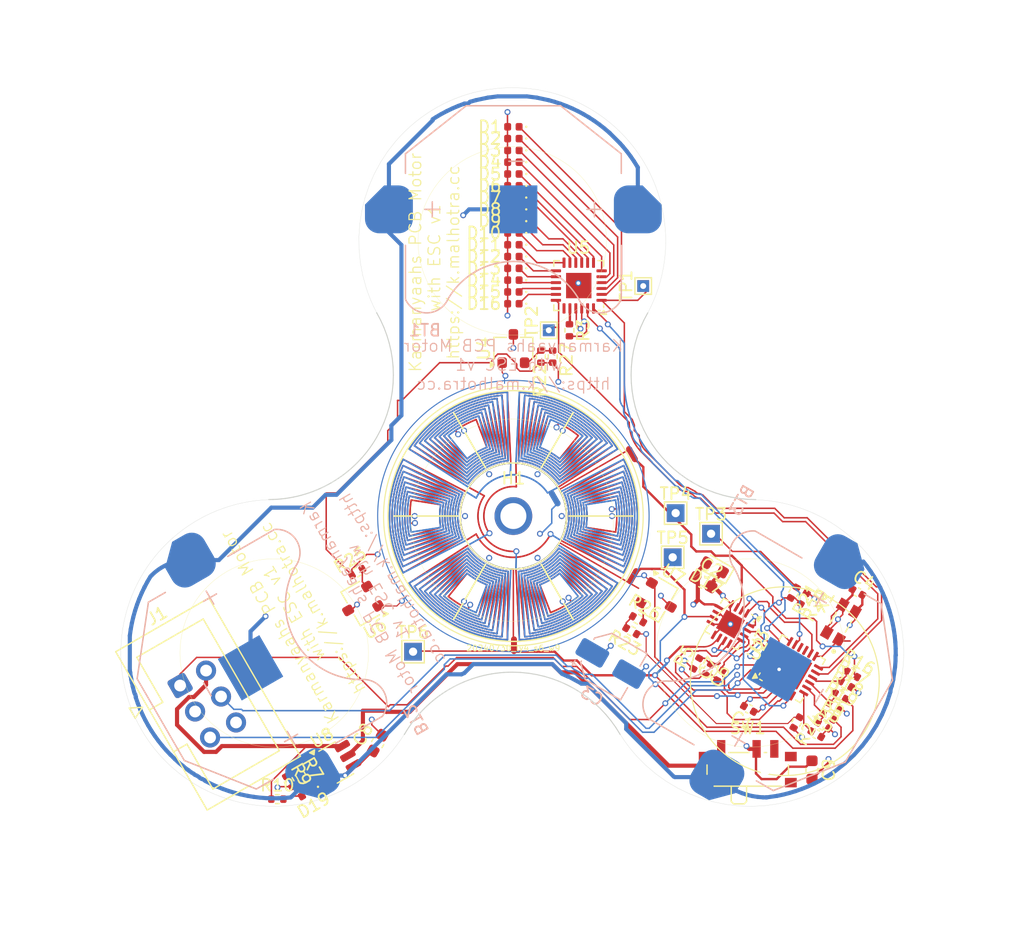
<source format=kicad_pcb>
(kicad_pcb (version 20240108) (generator "pcbnew") (generator_version "8.0")
  (layers (0 "F.Cu" signal) (1 "In1.Cu" signal) (2 "In2.Cu" signal) (31 "B.Cu" signal) (34 "B.Paste" user) (35 "F.Paste" user) (36 "B.SilkS" user "B.Silkscreen") (37 "F.SilkS" user "F.Silkscreen") (38 "B.Mask" user) (39 "F.Mask" user) (44 "Edge.Cuts" user))
  (net 0 "")
  (net 1 "GND")
  (net 2 "VBUS")
  (net 3 "Net-(U3-EN{slash}FAULT)")
  (net 4 "/COIL1")
  (net 5 "/HALL1")
  (net 6 "/COIL3")
  (net 7 "/COIL2")
  (net 8 "/NEUTRAL")
  (net 9 "/SW_UL")
  (net 10 "/SW_VH")
  (net 11 "/SW_VL")
  (net 12 "/SW_STBY")
  (net 13 "/SW_WL")
  (net 14 "/SW_WH")
  (net 15 "/SW_UH")
  (net 16 "/TX")
  (net 17 "/LED_BLANK")
  (net 18 "/LED_LATCH")
  (net 19 "/LED_CLK")
  (net 20 "/SCL")
  (net 21 "/LED_DATA")
  (net 22 "/UPDI")
  (net 23 "/SDA")
  (net 24 "Net-(U2-PB3)")
  (net 25 "/RX")
  (net 27 "Net-(U5-R-EXT)")
  (net 28 "/HALL2")
  (net 29 "/HALL3")
  (net 30 "Net-(BT1-+)")
  (net 31 "Net-(D19-K)")
  (net 32 "Net-(D19-A)")
  (net 33 "VCC")
  (net 34 "Net-(D1-K)")
  (net 35 "Net-(D2-K)")
  (net 36 "Net-(D3-K)")
  (net 37 "Net-(D4-K)")
  (net 38 "Net-(D5-K)")
  (net 39 "Net-(D6-K)")
  (net 40 "Net-(D7-K)")
  (net 41 "Net-(D8-K)")
  (net 42 "Net-(D9-K)")
  (net 43 "Net-(D10-K)")
  (net 44 "Net-(D11-K)")
  (net 45 "Net-(D12-K)")
  (net 46 "Net-(D13-K)")
  (net 47 "Net-(D14-K)")
  (net 48 "Net-(D15-K)")
  (net 49 "Net-(D16-K)")
  (net 50 "Net-(U8-PROG)")
  (net 51 "Net-(SW1-A)")
  (net 52 "Net-(U2-PA7)")
  (net 53 "Net-(U2-PB6)")
  (net 54 "Net-(U2-PB7)")
  (net 55 "Net-(U2-PC5)")
  (net 56 "Net-(R23-Pad2)")
  (net 58 "/HALL_COM")
  (net 59 "/coil")
  (footprint "Package_DFN_QFN:QFN-24-1EP_4x4mm_P0.5mm_EP2.15x2.15mm" (layer "F.Cu") (at 154.04 85.46 180)
    (property "Reference" "U5")
    (property "Value" "TLC59282")
  )
  (footprint "Resistor_SMD:R_0402_1005Metric" (layer "F.Cu") (at 176.191673 120.255 -30)
    (property "Reference" "R18")
    (property "Value" "5k1")
  )
  (footprint "Resistor_SMD:R_0402_1005Metric" (layer "F.Cu") (at 176.691673 119.255 -30)
    (property "Reference" "R17")
    (property "Value" "5k1")
  )
  (footprint "Resistor_SMD:R_0402_1005Metric" (layer "F.Cu") (at 158.5 114.75 150)
    (property "Reference" "R23")
    (property "Value" "5k1")
  )
  (footprint "NetTie:NetTie-2_SMD_Pad0.5mm" (layer "F.Cu") (at 158.65 110.1 -120)
    (property "Reference" "NT2" (hide yes))
    (property "Value" "NetTie_2" (hide yes))
  )
  (footprint "Resistor_SMD:R_0402_1005Metric" (layer "F.Cu") (at 150.829836 91.484646 90)
    (property "Reference" "R22")
    (property "Value" "5k1")
  )
  (footprint "Resistor_SMD:R_0402_1005Metric" (layer "F.Cu") (at 129.5 127.5 -60)
    (property "Reference" "R9")
    (property "Value" "5k1")
  )
  (footprint "Package_TO_SOT_SMD:SOT-23-6" (layer "F.Cu") (at 133.489896 125.891474 30)
    (property "Reference" "U8")
    (property "Value" "TP4101")
  )
  (footprint "LED_SMD:LED_0402_1005Metric" (layer "F.Cu") (at 148.5 82.000004 180)
    (property "Reference" "D11")
    (property "Value" "RLED")
  )
  (footprint "LED_SMD:LED_0402_1005Metric" (layer "F.Cu") (at 148.5 73.000004 180)
    (property "Reference" "D2")
    (property "Value" "RLED")
  )
  (footprint "Resistor_SMD:R_0402_1005Metric" (layer "F.Cu") (at 153.25 89.25 -90)
    (property "Reference" "R3")
    (property "Value" "25k")
  )
  (footprint "LED_SMD:LED_0402_1005Metric" (layer "F.Cu") (at 148.5 77.000004 180)
    (property "Reference" "D6")
    (property "Value" "RLED")
  )
  (footprint "LED_SMD:LED_0402_1005Metric" (layer "F.Cu") (at 148.5 84.000004 180)
    (property "Reference" "D13")
    (property "Value" "RLED")
  )
  (footprint "Resistor_SMD:R_0402_1005Metric" (layer "F.Cu") (at 174.75 122.75 -30)
    (property "Reference" "R8")
    (property "Value" "5k1")
  )
  (footprint "Resistor_SMD:R_0402_1005Metric" (layer "F.Cu") (at 164 117.5 60)
    (property "Reference" "R5")
    (property "Value" "5k1")
  )
  (footprint "Package_DFN_QFN:VQFN-16-1EP_3x3mm_P0.5mm_EP1.8x1.8mm" (layer "F.Cu") (at 166.893269 114.163213 -120)
    (property "Reference" "U3")
    (property "Value" "STSPIN233")
  )
  (footprint "TestPoint:TestPoint_THTPad_1.5x1.5mm_Drill0.7mm" (layer "F.Cu") (at 162.25 104.75)
    (property "Reference" "TP4")
    (property "Value" "TestPoint")
  )
  (footprint "LED_SMD:LED_0402_1005Metric" (layer "F.Cu") (at 131 128.5 -150)
    (property "Reference" "D19")
    (property "Value" "LED")
  )
  (footprint "Capacitor_SMD:C_0603_1608Metric" (layer "F.Cu") (at 173.8 126.525 -90)
    (property "Reference" "C9")
    (property "Value" "4.7u")
  )
  (footprint "TestPoint:TestPoint_THTPad_1.5x1.5mm_Drill0.7mm" (layer "F.Cu") (at 165.25 106.5)
    (property "Reference" "TP3")
    (property "Value" "TestPoint")
  )
  (footprint "LED_SMD:LED_0402_1005Metric" (layer "F.Cu") (at 148.5 81.000004 180)
    (property "Reference" "D10")
    (property "Value" "RLED")
  )
  (footprint "Capacitor_SMD:C_0402_1005Metric" (layer "F.Cu") (at 174.165692 123.49 -30)
    (property "Reference" "C5")
    (property "Value" "1n")
  )
  (footprint "LED_SMD:LED_0402_1005Metric" (layer "F.Cu") (at 148.5 83.000004 180)
    (property "Reference" "D12")
    (property "Value" "RLED")
  )
  (footprint "Diode_SMD:D_0603_1608Metric" (layer "F.Cu") (at 165.55 109.35 150)
    (property "Reference" "D17")
    (property "Value" "D_TVS")
  )
  (footprint "Package_TO_SOT_SMD:SC-59" (layer "F.Cu") (at 160.797561 112.1 -30)
    (property "Reference" "U7")
    (property "Value" "AH1806-W???")
  )
  (footprint "Resistor_SMD:R_0402_1005Metric" (layer "F.Cu") (at 172.25 111.5 -120)
    (property "Reference" "R21")
    (property "Value" "5k1")
  )
  (footprint "TestPoint:TestPoint_THTPad_1.0x1.0mm_Drill0.5mm" (layer "F.Cu") (at 159.5 85.5 90)
    (property "Reference" "TP1")
    (property "Value" "TestPoint_Probe")
  )
  (footprint "LED_SMD:LED_0402_1005Metric" (layer "F.Cu") (at 148.5 75.000004 180)
    (property "Reference" "D4")
    (property "Value" "RLED")
  )
  (footprint "Capacitor_SMD:C_0402_1005Metric" (layer "F.Cu") (at 166 118.5 60)
    (property "Reference" "C7")
    (property "Value" "10n")
  )
  (footprint "Connector_IDC:IDC-Header_2x03_P2.54mm_Vertical" (layer "F.Cu") (at 120.260295 119.370591 30)
    (property "Reference" "J1")
    (property "Value" "Prog")
  )
  (footprint "0fidgetlibrary:MountingHole_2.2mm_M2_Pad_thin" (layer "F.Cu") (at 148.5 105)
    (property "Reference" "H1")
    (property "Value" "MountingHole_Pad")
  )
  (footprint "0fidgetlibrary:OSC_OV-7604-C7-32.768KHZ-20PPM-TB-QA" (layer "F.Cu") (at 176.25 114 60)
    (property "Reference" "X1")
    (property "Value" "OV-7604-C7")
  )
  (footprint "Package_TO_SOT_SMD:SC-59" (layer "F.Cu") (at 148.5 90.8 90)
    (property "Reference" "U4")
    (property "Value" "AH1806-W???")
  )
  (footprint "Resistor_SMD:R_0402_1005Metric" (layer "F.Cu") (at 128.5 129)
    (property "Reference" "R10")
    (property "Value" "1k")
  )
  (footprint "Capacitor_SMD:C_0603_1608Metric" (layer "F.Cu") (at 137 124.25 60)
    (property "Reference" "C8")
    (property "Value" "4.7u")
  )
  (footprint "LED_SMD:LED_0402_1005Metric" (layer "F.Cu") (at 148.5 72.000004 180)
    (property "Reference" "D1")
    (property "Value" "RLED")
  )
  (footprint "Resistor_SMD:R_0402_1005Metric" (layer "F.Cu") (at 130.5 127 -60)
    (property "Reference" "R7")
    (property "Value" "5k1")
  )
  (footprint "Capacitor_SMD:C_0402_1005Metric" (layer "F.Cu") (at 165 118 -120)
    (property "Reference" "C6")
    (property "Value" "100n")
  )
  (footprint "Package_TO_SOT_SMD:SC-59" (layer "F.Cu") (at 135.53923 112.4 -150)
    (property "Reference" "U6")
    (property "Value" "AH1806-W???")
  )
  (footprint "LED_SMD:LED_0402_1005Metric" (layer "F.Cu") (at 148.5 76.000004 180)
    (property "Reference" "D5")
    (property "Value" "RLED")
  )
  (footprint "LED_SMD:LED_0402_1005Metric" (layer "F.Cu") (at 148.5 85.000004 180)
    (property "Reference" "D14")
    (property "Value" "RLED")
  )
  (footprint "Resistor_SMD:R_0402_1005Metric" (layer "F.Cu") (at 177.186673 118.397635 -30)
    (property "Reference" "R16")
    (property "Value" "5k1")
  )
  (footprint "Capacitor_SMD:C_0603_1608Metric" (layer "F.Cu") (at 164.57883 110.6125 -30)
    (property "Reference" "C2")
    (property "Value" "4.7u")
  )
  (footprint "Resistor_SMD:R_0402_1005Metric" (layer "F.Cu") (at 172.5 122.5 -120)
    (property "Reference" "R24")
    (property "Value" "5k1")
  )
  (footprint "Capacitor_SMD:C_0402_1005Metric" (layer "F.Cu") (at 168.45 121.35 150)
    (property "Reference" "C1")
    (property "Value" "100n")
  )
  (footprint "Package_DFN_QFN:QFN-24-1EP_4x4mm_P0.5mm_EP2.6x2.6mm" (layer "F.Cu") (at 172.051282 117.947076 60)
    (property "Reference" "U2")
    (property "Value" "ATtiny3217-M")
  )
  (footprint "LED_SMD:LED_0402_1005Metric" (layer "F.Cu") (at 148.5 86.000004 180)
    (property "Reference" "D15")
    (property "Value" "RLED")
  )
  (footprint "Resistor_SMD:R_0402_1005Metric" (layer "F.Cu") (at 135.26 109.75 30)
    (property "Reference" "R25")
    (property "Value" "5k1")
  )
  (footprint "Resistor_SMD:R_0402_1005Metric" (layer "F.Cu") (at 175.174352 121.995 -30)
    (property "Reference" "R6")
    (property "Value" "5k1")
  )
  (footprint "Capacitor_SMD:C_0402_1005Metric" (layer "F.Cu") (at 177.65 111.45 -30)
    (property "Reference" "C4")
    (property "Value" "100n")
  )
  (footprint "Resistor_SMD:R_0402_1005Metric" (layer "F.Cu") (at 151.829836 91.484646 90)
    (property "Reference" "R27")
    (property "Value" "5k1")
  )
  (footprint "Resistor_SMD:R_0402_1005Metric" (layer "F.Cu") (at 159.058327 113.75 -30)
    (property "Reference" "R26")
    (property "Value" "5k1")
  )
  (footprint "LED_SMD:LED_0402_1005Metric" (layer "F.Cu") (at 148.5 79.000004 180)
    (property "Reference" "D8")
    (property "Value" "RLED")
  )
  (footprint "LED_SMD:LED_0402_1005Metric" (layer "F.Cu") (at 148.5 87.000004 180)
    (property "Reference" "D16")
    (property "Value" "RLED")
  )
  (footprint "NetTie:NetTie-2_SMD_Pad0.5mm" (layer "F.Cu") (at 158.55 99.75 120)
    (property "Reference" "NT1" (hide yes))
    (property "Value" "NetTie_2" (hide yes))
  )
  (footprint "NetTie:NetTie-2_SMD_Pad0.5mm" (layer "F.Cu") (at 148.55 115.95 90)
    (property "Reference" "NT3" (hide yes))
    (property "Value" "NetTie_2" (hide yes))
  )
  (footprint "Resistor_SMD:R_0402_1005Metric" (layer "F.Cu") (at 173.090045 111.985 -120)
    (property "Reference" "R20")
    (property "Value" "5k1")
  )
  (footprint "TestPoint:TestPoint_THTPad_1.5x1.5mm_Drill0.7mm" (layer "F.Cu") (at 140 116.5)
    (property "Reference" "TP6")
    (property "Value" "TestPoint")
  )
  (footprint "Resistor_SMD:R_0402_1005Metric" (layer "F.Cu") (at 175.696673 121.112365 -30)
    (property "Reference" "R19")
    (property "Value" "5k1")
  )
  (footprint "Button_Switch_SMD:SW_SPDT_PCM12" (layer "F.Cu") (at 168.358854 126.17)
    (property "Reference" "SW1")
    (property "Value" "SW_SPST")
  )
  (footprint "TestPoint:TestPoint_THTPad_1.5x1.5mm_Drill0.7mm" (layer "F.Cu") (at 162 108.5)
    (property "Reference" "TP5")
    (property "Value" "TestPoint")
  )
  (footprint "TestPoint:TestPoint_THTPad_1.0x1.0mm_Drill0.5mm" (layer "F.Cu") (at 151.5 89.25 90)
    (property "Reference" "TP2")
    (property "Value" "TestPoint_Probe")
  )
  (footprint "LED_SMD:LED_0402_1005Metric" (layer "F.Cu") (at 148.5 74.000004 180)
    (property "Reference" "D3")
    (property "Value" "RLED")
  )
  (footprint "LED_SMD:LED_0402_1005Metric" (layer "F.Cu") (at 148.5 78.000004 180)
    (property "Reference" "D7")
    (property "Value" "RLED")
  )
  (footprint "LED_SMD:LED_0402_1005Metric" (layer "F.Cu") (at 148.5 80.000004 180)
    (property "Reference" "D9")
    (property "Value" "RLED")
  )
  (footprint "Capacitor_SMD:CP_Elec_4x5.4" (layer "B.Cu") (at 156.75 117.5 -30)
    (property "Reference" "C3")
    (property "Value" "22u")
  )
  (footprint "0fidgetlibrary:BAT_BK-5009" (layer "B.Cu") (at 126.2275 117.867762 120)
    (property "Reference" "BT2")
    (property "Value" "Battery_Cell")
  )
  (footprint "0fidgetlibrary:BAT_BK-5009" (layer "B.Cu") (at 148.5 79)
    (property "Reference" "BT1")
    (property "Value" "Battery_Cell")
  )
  (footprint "NetTie:NetTie-2_SMD_Pad0.5mm" (layer "B.Cu") (at 152 103.5 120)
    (property "Reference" "NT4" (hide yes))
    (property "Value" "NetTie_2" (hide yes))
  )
  (footprint "0fidgetlibrary:BAT_BK-5009" (layer "B.Cu") (at 171.01666 118 -120)
    (property "Reference" "BT3")
    (property "Value" "Battery_Cell")
  )
  (gr_circle (center 148.5 105) (end 160 105) (stroke (width 0.09)) (fill none) (layer "B.Cu") (net 12))
  (gr_line (start 146.136341 109.092047) (end 143.451016 113.743166) (stroke (width 0.127)) (layer "F.SilkS"))
  (gr_circle (center 148.49884 105.000077) (end 152.99884 105.000077) (stroke (width 0.1)) (fill none) (layer "F.SilkS"))
  (gr_circle (center 148.49884 105.000077) (end 152.99884 105.000077) (stroke (width 0.1)) (fill none) (layer "F.SilkS"))
  (gr_line (start 146.136341 109.092047) (end 143.451016 113.743166) (stroke (width 0.127)) (layer "F.SilkS"))
  (gr_line (start 153.22384 105.000077) (end 158.59449 105.000077) (stroke (width 0.127)) (layer "F.SilkS"))
  (gr_line (start 150.86134 109.092047) (end 153.546665 113.743166) (stroke (width 0.127)) (layer "F.SilkS"))
  (gr_line (start 153.22384 105.000077) (end 158.59449 105.000077) (stroke (width 0.127)) (layer "F.SilkS"))
  (gr_line (start 146.13634 100.908107) (end 143.451015 96.256988) (stroke (width 0.127)) (layer "F.SilkS"))
  (gr_poly (pts (xy 147.992981 73.70026) (xy 147.587467 73.731096) (xy 147.187849 73.781875) (xy 146.794628 73.852097) (xy 146.408307 73.94126) (xy 146.029386 74.048861) (xy 145.658369 74.1744) (xy 145.295756 74.317373) (xy 144.94205 74.477281) (xy 144.597751 74.65362) (xy 144.263362 74.84589) (xy 143.939384 75.053588) (xy 143.62632 75.276213) (xy 143.32467 75.513263) (xy 143.034937 75.764236) (xy 142.757622 76.028632) (xy 142.493228 76.305947) (xy 142.242254 76.59568) (xy 142.005204 76.89733) (xy 141.78258 77.210394) (xy 141.574882 77.534372) (xy 141.382612 77.868761) (xy 141.206273 78.21306) (xy 141.046366 78.566767) (xy 140.903392 78.92938) (xy 140.777854 79.300397) (xy 140.670253 79.679318) (xy 140.58109 80.065639) (xy 140.510869 80.45886) (xy 140.460089 80.858478) (xy 140.429253 81.263993) (xy 140.418863 81.674901) (xy 140.429253 82.08581) (xy 140.460089 82.491324) (xy 140.510869 82.890943) (xy 140.58109 83.284163) (xy 140.670253 83.670485) (xy 140.777854 84.049405) (xy 140.903392 84.420422) (xy 141.046366 84.783035) (xy 141.206273 85.136742) (xy 141.382612 85.481041) (xy 141.574882 85.81543) (xy 141.78258 86.139407) (xy 142.005204 86.452472) (xy 142.242254 86.754122) (xy 142.493228 87.043855) (xy 142.757622 87.32117) (xy 143.034937 87.585565) (xy 143.32467 87.836538) (xy 143.62632 88.073588) (xy 143.939384 88.296213) (xy 144.263362 88.503911) (xy 144.597751 88.696181) (xy 144.94205 88.87252) (xy 145.295756 89.032428) (xy 145.658369 89.175402) (xy 146.029386 89.30094) (xy 146.408307 89.408541) (xy 146.794628 89.497704) (xy 147.187849 89.567926) (xy 147.587467 89.618705) (xy 147.992981 89.649541) (xy 148.40389 89.659931) (xy 148.814799 89.649541) (xy 149.220313 89.618705) (xy 149.619931 89.567926) (xy 150.013152 89.497704) (xy 150.399473 89.408541) (xy 150.778394 89.30094) (xy 151.149411 89.175402) (xy 151.512024 89.032428) (xy 151.865731 88.87252) (xy 152.210029 88.696181) (xy 152.544418 88.503911) (xy 152.868396 88.296213) (xy 153.181461 88.073588) (xy 153.48311 87.836538) (xy 153.772843 87.585565) (xy 154.050158 87.32117) (xy 154.314553 87.043855) (xy 154.565527 86.754122) (xy 154.802577 86.452472) (xy 155.025202 86.139407) (xy 155.2329 85.81543) (xy 155.425169 85.481041) (xy 155.601508 85.136742) (xy 155.761416 84.783035) (xy 155.904389 84.420422) (xy 156.029928 84.049405) (xy 156.137529 83.670485) (xy 156.226691 83.284163) (xy 156.296913 82.890943) (xy 156.347693 82.491324) (xy 156.378529 82.08581) (xy 156.388919 81.674901) (xy 156.378529 81.263993) (xy 156.347693 80.858478) (xy 156.296913 80.45886) (xy 156.226691 80.065639) (xy 156.137529 79.679318) (xy 156.029928 79.300397) (xy 155.904389 78.92938) (xy 155.761416 78.566767) (xy 155.601508 78.21306) (xy 155.425169 77.868761) (xy 155.2329 77.534372) (xy 155.025202 77.210394) (xy 154.802577 76.89733) (xy 154.565527 76.59568) (xy 154.314553 76.305947) (xy 154.050158 76.028632) (xy 153.772843 75.764236) (xy 153.48311 75.513263) (xy 153.181461 75.276213) (xy 152.868396 75.053588) (xy 152.544418 74.84589) (xy 152.210029 74.65362) (xy 151.865731 74.477281) (xy 151.512024 74.317373) (xy 151.149411 74.1744) (xy 150.778394 74.048861) (xy 150.399473 73.94126) (xy 150.013152 73.852097) (xy 149.619931 73.781875) (xy 149.220313 73.731096) (xy 148.814799 73.70026) (xy 148.40389 73.68987)) (stroke (width 0.021777) (color 255 0 0 1)) (fill none) (layer "F.SilkS"))
  (gr_circle (center 148.49884 105.000077) (end 159.12584 105.000077) (stroke (width 0.1)) (fill none) (layer "F.SilkS"))
  (gr_line (start 146.13634 100.908107) (end 143.451015 96.256988) (stroke (width 0.127)) (layer "F.SilkS"))
  (gr_line (start 150.861339 100.908107) (end 153.546664 96.256988) (stroke (width 0.127)) (layer "F.SilkS"))
  (gr_line (start 150.861339 100.908107) (end 153.546664 96.256988) (stroke (width 0.127)) (layer "F.SilkS"))
  (gr_circle (center 148.49884 105.000077) (end 159.12584 105.000077) (stroke (width 0.1)) (fill none) (layer "F.SilkS"))
  (gr_line (start 143.77384 105.000077) (end 138.40319 105.000077) (stroke (width 0.127)) (layer "F.SilkS"))
  (gr_circle (center 148.5 105) (end 159.5 105) (stroke (width 0.1)) (fill none) (layer "F.SilkS"))
  (gr_poly (pts (xy 168.017563 108.638913) (xy 167.635129 108.67518) (xy 167.255367 108.729647) (xy 166.878964 108.802129) (xy 166.506605 108.892445) (xy 166.138974 109.000409) (xy 165.776758 109.125838) (xy 165.420642 109.26855) (xy 165.071311 109.428359) (xy 164.72945 109.605083) (xy 164.395745 109.798537) (xy 164.070881 110.008539) (xy 163.755544 110.234904) (xy 163.450418 110.477449) (xy 163.15619 110.73599) (xy 162.873545 111.010344) (xy 162.603167 111.300327) (xy 162.345743 111.605755) (xy 162.101957 111.926445) (xy 161.872495 112.262213) (xy 161.658043 112.612875) (xy 161.461587 112.973927) (xy 161.285534 113.340531) (xy 161.129701 113.712) (xy 160.993905 114.08765) (xy 160.877961 114.466796) (xy 160.781687 114.848751) (xy 160.704897 115.232831) (xy 160.647409 115.61835) (xy 160.60904 116.004623) (xy 160.589605 116.390964) (xy 160.58892 116.776689) (xy 160.606803 117.161111) (xy 160.64307 117.543546) (xy 160.697536 117.923307) (xy 160.770018 118.299711) (xy 160.860333 118.67207) (xy 160.968298 119.039701) (xy 161.093727 119.401918) (xy 161.236438 119.758034) (xy 161.396247 120.107366) (xy 161.572971 120.449227) (xy 161.766426 120.782932) (xy 161.976427 121.107796) (xy 162.202792 121.423134) (xy 162.445337 121.72826) (xy 162.703879 122.022488) (xy 162.978233 122.305134) (xy 163.268216 122.575512) (xy 163.573644 122.832937) (xy 163.894334 123.076723) (xy 164.230102 123.306185) (xy 164.580764 123.520638) (xy 164.941816 123.717094) (xy 165.30842 123.893146) (xy 165.67989 124.048979) (xy 166.05554 124.184775) (xy 166.434686 124.300718) (xy 166.816641 124.396993) (xy 167.200721 124.473782) (xy 167.58624 124.531269) (xy 167.972513 124.569638) (xy 168.358854 124.589073) (xy 168.744578 124.589757) (xy 169.129 124.571874) (xy 169.511435 124.535607) (xy 169.891197 124.48114) (xy 170.2676 124.408657) (xy 170.639959 124.318342) (xy 171.00759 124.210378) (xy 171.369806 124.084948) (xy 171.725922 123.942236) (xy 172.075254 123.782427) (xy 172.417114 123.605703) (xy 172.750819 123.412248) (xy 173.075683 123.202246) (xy 173.391021 122.975881) (xy 173.696146 122.733336) (xy 173.990374 122.474794) (xy 174.27302 122.20044) (xy 174.543397 121.910458) (xy 174.800822 121.605029) (xy 175.044607 121.28434) (xy 175.274069 120.948572) (xy 175.488521 120.59791) (xy 175.684978 120.236857) (xy 175.86103 119.870254) (xy 176.016863 119.498784) (xy 176.152659 119.123134) (xy 176.268603 118.743989) (xy 176.364878 118.362034) (xy 176.441667 117.977954) (xy 176.499155 117.592435) (xy 176.537524 117.206162) (xy 176.556959 116.81982) (xy 176.557644 116.434096) (xy 176.539761 116.049674) (xy 176.503494 115.667239) (xy 176.449028 115.287478) (xy 176.376545 114.911074) (xy 176.28623 114.538715) (xy 176.178266 114.171084) (xy 176.052836 113.808868) (xy 175.910125 113.452751) (xy 175.750316 113.10342) (xy 175.573592 112.761559) (xy 175.380137 112.427854) (xy 175.170136 112.10299) (xy 174.94377 111.787652) (xy 174.701225 111.482527) (xy 174.442684 111.188298) (xy 174.16833 110.905653) (xy 173.878347 110.635275) (xy 173.572919 110.37785) (xy 173.252229 110.134064) (xy 172.916461 109.904603) (xy 172.565799 109.69015) (xy 172.204747 109.493694) (xy 171.838143 109.317642) (xy 171.466673 109.16181) (xy 171.091023 109.026014) (xy 170.711878 108.91007) (xy 170.329922 108.813795) (xy 169.945843 108.737006) (xy 169.560324 108.679519) (xy 169.174051 108.641149) (xy 168.78771 108.621715) (xy 168.401985 108.62103)) (stroke (width 0.021777) (color 255 0 0 1)) (fill none) (layer "F.SilkS"))
  (gr_circle (center 171.5 119) (end 179.5 119) (stroke (width 0.1)) (fill none) (layer "F.SilkS"))
  (gr_line (start 150.86134 109.092047) (end 153.546665 113.743166) (stroke (width 0.127)) (layer "F.SilkS"))
  (gr_line (start 143.77384 105.000077) (end 138.40319 105.000077) (stroke (width 0.127)) (layer "F.SilkS"))
  (gr_poly (pts (xy 128.022585 108.625878) (xy 127.636244 108.645313) (xy 127.249972 108.683682) (xy 126.864453 108.74117) (xy 126.480373 108.817959) (xy 126.098418 108.914234) (xy 125.719272 109.030178) (xy 125.343622 109.165974) (xy 124.972153 109.321807) (xy 124.605549 109.497859) (xy 124.244497 109.694315) (xy 123.893835 109.908768) (xy 123.558067 110.13823) (xy 123.237377 110.382015) (xy 122.931949 110.63944) (xy 122.641967 110.909817) (xy 122.367613 111.192463) (xy 122.109072 111.486691) (xy 121.866526 111.791816) (xy 121.640161 112.107153) (xy 121.43016 112.432017) (xy 121.236705 112.765722) (xy 121.059981 113.107582) (xy 120.900172 113.456913) (xy 120.757461 113.81303) (xy 120.632031 114.175245) (xy 120.524067 114.542876) (xy 120.433752 114.915235) (xy 120.361269 115.291638) (xy 120.306802 115.671399) (xy 120.270536 116.053833) (xy 120.252653 116.438255) (xy 120.253337 116.823979) (xy 120.272772 117.21032) (xy 120.311141 117.596593) (xy 120.368629 117.982112) (xy 120.445418 118.366191) (xy 120.541692 118.748146) (xy 120.657636 119.127292) (xy 120.793432 119.502942) (xy 120.949264 119.874411) (xy 121.125317 120.241014) (xy 121.321773 120.602067) (xy 121.536225 120.952729) (xy 121.765687 121.288497) (xy 122.009472 121.609187) (xy 122.266897 121.914616) (xy 122.537274 122.204599) (xy 122.81992 122.478953) (xy 123.114148 122.737495) (xy 123.419273 122.98004) (xy 123.73461 123.206406) (xy 124.059474 123.416408) (xy 124.393179 123.609862) (xy 124.735039 123.786586) (xy 125.084371 123.946396) (xy 125.440487 124.089107) (xy 125.802703 124.214537) (xy 126.170333 124.322502) (xy 126.542692 124.412817) (xy 126.919095 124.4853) (xy 127.298856 124.539766) (xy 127.68129 124.576033) (xy 128.065712 124.593916) (xy 128.451436 124.593231) (xy 128.837777 124.573796) (xy 129.22405 124.535427) (xy 129.609569 124.477939) (xy 129.993648 124.401149) (xy 130.375603 124.304874) (xy 130.754749 124.18893) (xy 131.130399 124.053134) (xy 131.501868 123.897301) (xy 131.868472 123.721248) (xy 132.229524 123.524791) (xy 132.580186 123.310339) (xy 132.915954 123.080878) (xy 133.236644 122.837092) (xy 133.542072 122.579668) (xy 133.832055 122.309291) (xy 134.106409 122.026645) (xy 134.36495 121.732417) (xy 134.607496 121.427292) (xy 134.833861 121.111955) (xy 135.043863 120.787092) (xy 135.237318 120.453387) (xy 135.414042 120.111526) (xy 135.573852 119.762195) (xy 135.716563 119.406079) (xy 135.841993 119.043863) (xy 135.949958 118.676233) (xy 136.040273 118.303873) (xy 136.112756 117.92747) (xy 136.167223 117.547709) (xy 136.20349 117.165274) (xy 136.221373 116.780852) (xy 136.220689 116.395128) (xy 136.201254 116.008787) (xy 136.162885 115.622514) (xy 136.105398 115.236995) (xy 136.028608 114.852916) (xy 135.932334 114.470961) (xy 135.81639 114.091815) (xy 135.680594 113.716165) (xy 135.524761 113.344696) (xy 135.348709 112.978092) (xy 135.152252 112.61704) (xy 134.9378 112.266378) (xy 134.708338 111.93061) (xy 134.464552 111.60992) (xy 134.207128 111.304492) (xy 133.93675 111.014509) (xy 133.654105 110.740155) (xy 133.359877 110.481614) (xy 133.054751 110.239069) (xy 132.739414 110.012704) (xy 132.41455 109.802702) (xy 132.080845 109.609247) (xy 131.738984 109.432523) (xy 131.389653 109.272714) (xy 131.033537 109.130002) (xy 130.671321 109.004573) (xy 130.30369 108.896608) (xy 129.931331 108.806293) (xy 129.554928 108.73381) (xy 129.175166 108.679343) (xy 128.792732 108.643077) (xy 128.40831 108.625194)) (stroke (width 0.021777) (color 255 0 0 1)) (fill none) (layer "F.SilkS"))
  (gr_poly (pts (xy 147.966903 96.790389) (xy 147.531554 96.823493) (xy 147.102535 96.878009) (xy 146.680384 96.953397) (xy 146.265641 97.049119) (xy 145.858843 97.164637) (xy 145.460529 97.299411) (xy 145.071238 97.452904) (xy 144.691508 97.624576) (xy 144.321879 97.813889) (xy 143.962889 98.020304) (xy 143.615075 98.243283) (xy 143.278978 98.482287) (xy 142.955136 98.736777) (xy 142.644086 99.006214) (xy 142.346369 99.290061) (xy 142.062522 99.587779) (xy 141.793084 99.898828) (xy 141.538594 100.222671) (xy 141.299591 100.558768) (xy 141.076612 100.906581) (xy 140.870197 101.265572) (xy 140.680884 101.635201) (xy 140.509212 102.01493) (xy 140.35572 102.404221) (xy 140.220945 102.802535) (xy 140.105428 103.209333) (xy 140.009705 103.624077) (xy 139.934317 104.046227) (xy 139.879802 104.475246) (xy 139.846697 104.910595) (xy 139.835543 105.351734) (xy 139.846697 105.792874) (xy 139.879802 106.228222) (xy 139.934317 106.657241) (xy 140.009705 107.079392) (xy 140.105428 107.494135) (xy 140.220945 107.900933) (xy 140.35572 108.299247) (xy 140.509212 108.688538) (xy 140.680884 109.068267) (xy 140.870197 109.437896) (xy 141.076612 109.796887) (xy 141.299591 110.1447) (xy 141.538594 110.480797) (xy 141.793084 110.80464) (xy 142.062522 111.115689) (xy 142.346369 111.413407) (xy 142.644086 111.697254) (xy 142.955136 111.966692) (xy 143.278978 112.221182) (xy 143.615075 112.460186) (xy 143.962889 112.683164) (xy 144.321879 112.88958) (xy 144.691508 113.078893) (xy 145.071238 113.250565) (xy 145.460529 113.404057) (xy 145.858843 113.538832) (xy 146.265641 113.654349) (xy 146.680384 113.750072) (xy 147.102535 113.82546) (xy 147.531554 113.879976) (xy 147.966903 113.91308) (xy 148.408043 113.924234) (xy 148.849182 113.91308) (xy 149.284531 113.879976) (xy 149.71355 113.82546) (xy 150.135701 113.750072) (xy 150.550444 113.654349) (xy 150.957242 113.538832) (xy 151.355556 113.404057) (xy 151.744846 113.250565) (xy 152.124576 113.078893) (xy 152.494205 112.88958) (xy 152.853195 112.683164) (xy 153.201009 112.460186) (xy 153.537106 112.221182) (xy 153.860948 111.966692) (xy 154.171997 111.697254) (xy 154.469715 111.413407) (xy 154.753562 111.115689) (xy 155.022999 110.80464) (xy 155.277489 110.480797) (xy 155.516493 110.1447) (xy 155.739472 109.796887) (xy 155.945887 109.437896) (xy 156.1352 109.068267) (xy 156.306872 108.688538) (xy 156.460364 108.299247) (xy 156.595138 107.900933) (xy 156.710656 107.494135) (xy 156.806378 107.079392) (xy 156.881766 106.657241) (xy 156.936282 106.228222) (xy 156.969386 105.792874) (xy 156.980541 105.351734) (xy 156.969386 104.910595) (xy 156.936282 104.475246) (xy 156.881766 104.046227) (xy 156.806378 103.624077) (xy 156.710656 103.209333) (xy 156.595138 102.802535) (xy 156.460364 102.404221) (xy 156.306872 102.01493) (xy 156.1352 101.635201) (xy 155.945887 101.265572) (xy 155.739472 100.906581) (xy 155.516493 100.558768) (xy 155.277489 100.222671) (xy 155.022999 99.898828) (xy 154.753562 99.587779) (xy 154.469715 99.290061) (xy 154.171997 99.006214) (xy 153.860948 98.736777) (xy 153.537106 98.482287) (xy 153.201009 98.243283) (xy 152.853195 98.020304) (xy 152.494205 97.813889) (xy 152.124576 97.624576) (xy 151.744846 97.452904) (xy 151.355556 97.299411) (xy 150.957242 97.164637) (xy 150.550444 97.049119) (xy 150.135701 96.953397) (xy 149.71355 96.878009) (xy 149.284531 96.823493) (xy 148.849182 96.790389) (xy 148.408043 96.779234)) (stroke (width 0.021777) (color 255 0 0 1)) (fill none) (layer "F.SilkS"))
  (gr_line (start 177.949567 107.603675) (end 178.321058 108.007034) (stroke (width 0.021777) (color 255 0 0 1)) (layer "Edge.Cuts"))
  (gr_line (start 161.408009 81.843935) (end 161.389568 82.394376) (stroke (width 0.021777) (color 255 0 0 1)) (layer "Edge.Cuts"))
  (gr_line (start 144.354032 119.044155) (end 144.67235 118.917778) (stroke (width 0.090093) (color 255 0 0 1)) (layer "Edge.Cuts"))
  (gr_line (start 140.171169 71.616979) (end 140.626446 71.260736) (stroke (width 0.021777) (color 255 0 0 1)) (layer "Edge.Cuts"))
  (gr_line (start 130.196859 103.319506) (end 129.859333 103.393189) (stroke (width 0.090093) (color 255 0 0 1)) (layer "Edge.Cuts"))
  (gr_line (start 171.520636 129.271687) (end 170.966799 129.388397) (stroke (width 0.021777) (color 255 0 0 1)) (layer "Edge.Cuts"))
  (gr_line (start 136.138434 99.487302) (end 135.921955 99.758987) (stroke (width 0.090093) (color 255 0 0 1)) (layer "Edge.Cuts"))
  (gr_line (start 134.721856 100.994022) (end 134.459978 101.215379) (stroke (width 0.090093) (color 255 0 0 1)) (layer "Edge.Cuts"))
  (gr_line (start 142.835685 119.825098) (end 143.128788 119.649497) (stroke (width 0.090093) (color 255 0 0 1)) (layer "Edge.Cuts"))
  (gr_line (start 121.108309 127.476961) (end 120.646704 127.159975) (stroke (width 0.021777) (color 255 0 0 1)) (layer "Edge.Cuts"))
  (gr_line (start 130.531023 103.235008) (end 130.196859 103.319506) (stroke (width 0.090093) (color 255 0 0 1)) (layer "Edge.Cuts"))
  (gr_line (start 116.17416 111.75524) (end 116.393964 111.240221) (stroke (width 0.021777) (color 255 0 0 1)) (layer "Edge.Cuts"))
  (gr_line (start 169.60532 103.647759) (end 170.176028 103.705703) (stroke (width 0.021777) (color 255 0 0 1)) (layer "Edge.Cuts"))
  (gr_line (start 145.151014 69.089215) (end 146.226992 68.859565) (stroke (width 0.021777) (color 255 0 0 1)) (layer "Edge.Cuts"))
  (gr_line (start 161.581522 100.529167) (end 161.108689 100.026557) (stroke (width 0.090093) (color 255 0 0 1)) (layer "Edge.Cuts"))
  (gr_line (start 120.068648 106.490327) (end 120.501939 106.154955) (stroke (width 0.021777) (color 255 0 0 1)) (layer "Edge.Cuts"))
  (gr_line (start 170.739643 103.788034) (end 171.295588 103.894245) (stroke (width 0.021777) (color 255 0 0 1)) (layer "Edge.Cuts"))
  (gr_line (start 148.406233 118.23541) (end 149.1096 118.2588) (stroke (width 0.090093) (color 255 0 0 1)) (layer "Edge.Cuts"))
  (gr_line (start 179.01269 108.860461) (end 179.331675 109.309513) (stroke (width 0.021777) (color 255 0 0 1)) (layer "Edge.Cuts"))
  (gr_line (start 141.723319 120.620402) (end 141.991923 120.407919) (stroke (width 0.090093) (color 255 0 0 1)) (layer "Edge.Cuts"))
  (gr_line (start 117.261435 123.569946) (end 116.977812 123.101376) (stroke (width 0.021777) (color 255 0 0 1)) (layer "Edge.Cuts"))
  (gr_line (start 115.273225 115.638394) (end 115.328729 115.067502) (stroke (width 0.021777) (color 255 0 0 1)) (layer "Edge.Cuts"))
  (gr_line (start 147.008136 118.32823) (end 147.354302 118.287829) (stroke (width 0.090093) (color 255 0 0 1)) (layer "Edge.Cuts"))
  (gr_line (start 128.065176 129.605733) (end 127.510109 129.58651) (stroke (width 0.021777) (color 255 0 0 1)) (layer "Edge.Cuts"))
  (gr_line (start 118.227943 124.900047) (end 117.886885 124.469949) (stroke (width 0.021777) (color 255 0 0 1)) (layer "Edge.Cuts"))
  (gr_line (start 138.604169 124.453976) (end 138.250724 124.900577) (stroke (width 0.021777) (color 255 0 0 1)) (layer "Edge.Cuts"))
  (gr_line (start 117.477099 109.306958) (end 117.795971 108.857889) (stroke (width 0.021777) (color 255 0 0 1)) (layer "Edge.Cuts"))
  (gr_line (start 119.77208 126.47219) (end 119.359829 126.102726) (stroke (width 0.021777) (color 255 0 0 1)) (layer "Edge.Cuts"))
  (gr_line (start 135.464736 100.278096) (end 135.224476 100.525242) (stroke (width 0.090093) (color 255 0 0 1)) (layer "Edge.Cuts"))
  (gr_line (start 138.1331 91.005384) (end 138.243575 91.681715) (stroke (width 0.090093) (color 255 0 0 1)) (layer "Edge.Cuts"))
  (gr_line (start 136.736463 98.625386) (end 136.545928 98.920363) (stroke (width 0.090093) (color 255 0 0 1)) (layer "Edge.Cuts"))
  (gr_line (start 115.237741 116.773052) (end 115.243024 116.207133) (stroke (width 0.021777) (color 255 0 0 1)) (layer "Edge.Cuts"))
  (gr_line (start 127.510109 129.58651) (end 126.954268 129.543286) (stroke (width 0.021777) (color 255 0 0 1)) (layer "Edge.Cuts"))
  (gr_line (start 151.817475 118.801663) (end 152.458433 119.044155) (stroke (width 0.090093) (color 255 0 0 1)) (layer "Edge.Cuts"))
  (gr_line (start 150.488501 118.442591) (end 151.16019 118.600772) (stroke (width 0.090093) (color 255 0 0 1)) (layer "Edge.Cuts"))
  (gr_line (start 173.431098 104.547712) (end 173.940016 104.76569) (stroke (width 0.021777) (color 255 0 0 1)) (layer "Edge.Cuts"))
  (gr_line (start 149.80433 118.32823) (end 150.488501 118.442591) (stroke (width 0.090093) (color 255 0 0 1)) (layer "Edge.Cuts"))
  (gr_line (start 180.635156 111.757803) (end 180.833515 112.284506) (stroke (width 0.021777) (color 255 0 0 1)) (layer "Edge.Cuts"))
  (gr_line (start 161.462898 127.496365) (end 160.563501 126.853578) (stroke (width 0.021777) (color 255 0 0 1)) (layer "Edge.Cuts"))
  (gr_line (start 122.369653 105.00133) (end 122.86733 104.762433) (stroke (width 0.021777) (color 255 0 0 1)) (layer "Edge.Cuts"))
  (gr_line (start 120.501939 106.154955) (end 120.949263 105.837861) (stroke (width 0.021777) (color 255 0 0 1)) (layer "Edge.Cuts"))
  (gr_line (start 136.030157 85.664685) (end 135.732048 84.58257) (stroke (width 0.021777) (color 255 0 0 1)) (layer "Edge.Cuts"))
  (gr_line (start 131.188308 103.034117) (end 130.861586 103.139832) (stroke (width 0.090093) (color 255 0 0 1)) (layer "Edge.Cuts"))
  (gr_line (start 136.709373 75.99926) (end 137.233581 75.026125) (stroke (width 0.021777) (color 255 0 0 1)) (layer "Edge.Cuts"))
  (gr_line (start 144.99499 118.801663) (end 145.321712 118.695948) (stroke (width 0.090093) (color 255 0 0 1)) (layer "Edge.Cuts"))
  (gr_line (start 138.1331 95.085574) (end 137.978434 95.755246) (stroke (width 0.090093) (color 255 0 0 1)) (layer "Edge.Cuts"))
  (gr_line (start 173.702568 128.554426) (end 173.166351 128.770638) (stroke (width 0.021777) (color 255 0 0 1)) (layer "Edge.Cuts"))
  (gr_line (start 181.57238 116.775977) (end 181.553197 117.338467) (stroke (width 0.021777) (color 255 0 0 1)) (layer "Edge.Cuts"))
  (gr_line (start 161.347677 82.944813) (end 161.282185 83.494492) (stroke (width 0.021777) (color 255 0 0 1)) (layer "Edge.Cuts"))
  (gr_line (start 136.271671 77.008659) (end 136.709373 75.99926) (stroke (width 0.021777) (color 255 0 0 1)) (layer "Edge.Cuts"))
  (gr_line (start 115.409919 114.495125) (end 115.516203 113.926872) (stroke (width 0.021777) (color 255 0 0 1)) (layer "Edge.Cuts"))
  (gr_line (start 138.536655 73.212796) (end 138.914591 72.791563) (stroke (width 0.021777) (color 255 0 0 1)) (layer "Edge.Cuts"))
  (gr_line (start 178.321058 108.007034) (end 178.675625 108.426132) (stroke (width 0.021777) (color 255 0 0 1)) (layer "Edge.Cuts"))
  (gr_line (start 135.346326 127.492427) (end 134.878699 127.783404) (stroke (width 0.021777) (color 255 0 0 1)) (layer "Edge.Cuts"))
  (gr_line (start 172.621141 128.963054) (end 172.072326 129.129988) (stroke (width 0.021777) (color 255 0 0 1)) (layer "Edge.Cuts"))
  (gr_line (start 122.585672 128.312291) (end 122.078178 128.053786) (stroke (width 0.021777) (color 255 0 0 1)) (layer "Edge.Cuts"))
  (gr_line (start 118.587376 125.315987) (end 118.227943 124.900047) (stroke (width 0.021777) (color 255 0 0 1)) (layer "Edge.Cuts"))
  (gr_line (start 116.046316 121.118863) (end 115.866115 120.599511) (stroke (width 0.021777) (color 255 0 0 1)) (layer "Edge.Cuts"))
  (gr_line (start 176.305936 106.157817) (end 176.739337 106.493128) (stroke (width 0.021777) (color 255 0 0 1)) (layer "Edge.Cuts"))
  (gr_line (start 142.548347 120.010128) (end 142.835685 119.825098) (stroke (width 0.090093) (color 255 0 0 1)) (layer "Edge.Cuts"))
  (gr_line (start 133.412805 128.531998) (end 132.905601 128.739263) (stroke (width 0.021777) (color 255 0 0 1)) (layer "Edge.Cuts"))
  (gr_line (start 115.646347 113.368249) (end 115.799773 112.819763) (stroke (width 0.021777) (color 255 0 0 1)) (layer "Edge.Cuts"))
  (gr_line (start 160.260071 98.924287) (end 159.888132 98.326848) (stroke (width 0.090093) (color 255 0 0 1)) (layer "Edge.Cuts"))
  (gr_line (start 118.9648 125.717102) (end 118.587376 125.315987) (stroke (width 0.021777) (color 255 0 0 1)) (layer "Edge.Cuts"))
  (gr_line (start 176.163765 127.164235) (end 175.702127 127.481267) (stroke (width 0.021777) (color 255 0 0 1)) (layer "Edge.Cuts"))
  (gr_line (start 143.573578 69.606125) (end 144.093493 69.41083) (stroke (width 0.021777) (color 255 0 0 1)) (layer "Edge.Cuts"))
  (gr_line (start 162.084141 100.997947) (end 161.581522 100.529167) (stroke (width 0.090093) (color 255 0 0 1)) (layer "Edge.Cuts"))
  (gr_line (start 172.072326 129.129988) (end 171.520636 129.271687) (stroke (width 0.021777) (color 255 0 0 1)) (layer "Edge.Cuts"))
  (gr_line (start 116.634738 110.737374) (end 116.895904 110.247209) (stroke (width 0.021777) (color 255 0 0 1)) (layer "Edge.Cuts"))
  (gr_line (start 181.009746 112.82237) (end 181.16327 113.370887) (stroke (width 0.021777) (color 255 0 0 1)) (layer "Edge.Cuts"))
  (gr_line (start 181.352271 118.998357) (end 181.102688 120.075295) (stroke (width 0.021777) (color 255 0 0 1)) (layer "Edge.Cuts"))
  (gr_line (start 133.05451 102.186284) (end 132.755884 102.352318) (stroke (width 0.090093) (color 255 0 0 1)) (layer "Edge.Cuts"))
  (gr_line (start 158.280555 73.217459) (end 158.63757 73.652456) (stroke (width 0.021777) (color 255 0 0 1)) (layer "Edge.Cuts"))
  (gr_line (start 160.78117 85.670531) (end 160.595397 86.205097) (stroke (width 0.021777) (color 255 0 0 1)) (layer "Edge.Cuts"))
  (gr_line (start 160.595397 86.205097) (end 160.385113 86.734376) (stroke (width 0.021777) (color 255 0 0 1)) (layer "Edge.Cuts"))
  (gr_line (start 158.82756 95.759168) (end 158.672894 95.089496) (stroke (width 0.090093) (color 255 0 0 1)) (layer "Edge.Cuts"))
  (gr_line (start 128.129708 103.594498) (end 127.777066 103.600368) (stroke (width 0.090093) (color 255 0 0 1)) (layer "Edge.Cuts"))
  (gr_line (start 158.562417 94.413164) (end 158.496131 93.732392) (stroke (width 0.090093) (color 255 0 0 1)) (layer "Edge.Cuts"))
  (gr_line (start 175.224803 127.779469) (end 174.732179 128.058175) (stroke (width 0.021777) (color 255 0 0 1)) (layer "Edge.Cuts"))
  (gr_line (start 123.895533 104.347608) (end 124.424904 104.172699) (stroke (width 0.021777) (color 255 0 0 1)) (layer "Edge.Cuts"))
  (gr_line (start 147.702867 118.2588) (end 148.05359 118.24128) (stroke (width 0.090093) (color 255 0 0 1)) (layer "Edge.Cuts"))
  (gr_line (start 139.31309 72.384679) (end 139.732 71.992899) (stroke (width 0.021777) (color 255 0 0 1)) (layer "Edge.Cuts"))
  (gr_line (start 158.672894 95.089496) (end 158.562417 94.413164) (stroke (width 0.090093) (color 255 0 0 1)) (layer "Edge.Cuts"))
  (gr_line (start 122.078178 128.053786) (end 121.585595 127.77512) (stroke (width 0.021777) (color 255 0 0 1)) (layer "Edge.Cuts"))
  (gr_line (start 181.102688 120.075295) (end 180.764192 121.122283) (stroke (width 0.021777) (color 255 0 0 1)) (layer "Edge.Cuts"))
  (gr_line (start 181.536747 115.641211) (end 181.567025 116.210003) (stroke (width 0.021777) (color 255 0 0 1)) (layer "Edge.Cuts"))
  (gr_line (start 159.026418 96.419959) (end 158.82756 95.759168) (stroke (width 0.090093) (color 255 0 0 1)) (layer "Edge.Cuts"))
  (gr_line (start 164.419071 128.929265) (end 163.396522 128.536176) (stroke (width 0.021777) (color 255 0 0 1)) (layer "Edge.Cuts"))
  (gr_line (start 135.66065 79.112089) (end 135.921692 78.048281) (stroke (width 0.021777) (color 255 0 0 1)) (layer "Edge.Cuts"))
  (gr_line (start 166.946661 103.397113) (end 166.274972 103.238933) (stroke (width 0.090093) (color 255 0 0 1)) (layer "Edge.Cuts"))
  (gr_line (start 163.751487 102.19021) (end 163.171046 101.829579) (stroke (width 0.090093) (color 255 0 0 1)) (layer "Edge.Cuts"))
  (gr_line (start 137.494084 125.737756) (end 137.092348 126.127842) (stroke (width 0.021777) (color 255 0 0 1)) (layer "Edge.Cuts"))
  (gr_line (start 159.28883 74.560182) (end 159.582771 75.031403) (stroke (width 0.021777) (color 255 0 0 1)) (layer "Edge.Cuts"))
  (gr_line (start 138.309861 92.362487) (end 138.331956 93.045479) (stroke (width 0.090093) (color 255 0 0 1)) (layer "Edge.Cuts"))
  (gr_line (start 131.829266 102.791626) (end 131.510948 102.918002) (stroke (width 0.090093) (color 255 0 0 1)) (layer "Edge.Cuts"))
  (gr_line (start 115.328729 115.067502) (end 115.409919 114.495125) (stroke (width 0.021777) (color 255 0 0 1)) (layer "Edge.Cuts"))
  (gr_line (start 157.504513 72.388976) (end 157.902819 72.796048) (stroke (width 0.021777) (color 255 0 0 1)) (layer "Edge.Cuts"))
  (gr_line (start 178.675625 108.426132) (end 179.01269 108.860461) (stroke (width 0.021777) (color 255 0 0 1)) (layer "Edge.Cuts"))
  (gr_line (start 159.888132 98.326848) (end 159.556703 97.706019) (stroke (width 0.090093) (color 255 0 0 1)) (layer "Edge.Cuts"))
  (gr_line (start 116.247971 121.629392) (end 116.046316 121.118863) (stroke (width 0.021777) (color 255 0 0 1)) (layer "Edge.Cuts"))
  (gr_line (start 158.205043 124.4573) (end 157.869176 123.992265) (stroke (width 0.021777) (color 255 0 0 1)) (layer "Edge.Cuts"))
  (gr_line (start 130.803381 129.35044) (end 130.263123 129.447534) (stroke (width 0.021777) (color 255 0 0 1)) (layer "Edge.Cuts"))
  (gr_line (start 177.158129 106.846214) (end 177.561731 107.216566) (stroke (width 0.021777) (color 255 0 0 1)) (layer "Edge.Cuts"))
  (gr_line (start 149.1096 118.2588) (end 149.80433 118.32823) (stroke (width 0.090093) (color 255 0 0 1)) (layer "Edge.Cuts"))
  (gr_line (start 154.760117 70.332965) (end 155.247579 70.62046) (stroke (width 0.021777) (color 255 0 0 1)) (layer "Edge.Cuts"))
  (gr_line (start 115.300386 117.893763) (end 115.25699 117.335484) (stroke (width 0.021777) (color 255 0 0 1)) (layer "Edge.Cuts"))
  (gr_line (start 139.836792 122.628066) (end 140.044863 122.348479) (stroke (width 0.090093) (color 255 0 0 1)) (layer "Edge.Cuts"))
  (gr_line (start 118.132924 108.423537) (end 118.487378 108.00441) (stroke (width 0.021777) (color 255 0 0 1)) (layer "Edge.Cuts"))
  (gr_line (start 134.191374 101.427863) (end 133.916285 101.631334) (stroke (width 0.090093) (color 255 0 0 1)) (layer "Edge.Cuts"))
  (gr_line (start 136.675974 126.498598) (end 136.245693 126.849778) (stroke (width 0.021777) (color 255 0 0 1)) (layer "Edge.Cuts"))
  (gr_line (start 123.376149 104.544356) (end 123.895533 104.347608) (stroke (width 0.021777) (color 255 0 0 1)) (layer "Edge.Cuts"))
  (gr_line (start 166.274972 103.238933) (end 165.617688 103.038042) (stroke (width 0.090093) (color 255 0 0 1)) (layer "Edge.Cuts"))
  (gr_line (start 125.289407 129.267148) (end 124.737772 129.125461) (stroke (width 0.021777) (color 255 0 0 1)) (layer "Edge.Cuts"))
  (gr_line (start 166.546445 129.451969) (end 165.470991 129.235185) (stroke (width 0.021777) (color 255 0 0 1)) (layer "Edge.Cuts"))
  (gr_line (start 131.867712 129.08892) (end 131.338487 129.23082) (stroke (width 0.021777) (color 255 0 0 1)) (layer "Edge.Cuts"))
  (gr_line (start 145.98644 118.516274) (end 146.323965 118.442591) (stroke (width 0.090093) (color 255 0 0 1)) (layer "Edge.Cuts"))
  (gr_line (start 142.267013 120.204448) (end 142.548347 120.010128) (stroke (width 0.090093) (color 255 0 0 1)) (layer "Edge.Cuts"))
  (gr_line (start 128.828997 103.547949) (end 128.480432 103.576979) (stroke (width 0.090093) (color 255 0 0 1)) (layer "Edge.Cuts"))
  (gr_line (start 160.563501 126.853578) (end 159.716834 126.131493) (stroke (width 0.021777) (color 255 0 0 1)) (layer "Edge.Cuts"))
  (gr_line (start 156.326473 121.813149) (end 156.767598 122.348479) (stroke (width 0.090093) (color 255 0 0 1)) (layer "Edge.Cuts"))
  (gr_line (start 154.264117 120.010128) (end 154.82054 120.407919) (stroke (width 0.090093) (color 255 0 0 1)) (layer "Edge.Cuts"))
  (gr_line (start 125.843187 129.38385) (end 125.289407 129.267148) (stroke (width 0.021777) (color 255 0 0 1)) (layer "Edge.Cuts"))
  (gr_line (start 158.973712 74.100281) (end 159.28883 74.560182) (stroke (width 0.021777) (color 255 0 0 1)) (layer "Edge.Cuts"))
  (gr_line (start 124.189013 128.958544) (end 123.643859 128.766151) (stroke (width 0.021777) (color 255 0 0 1)) (layer "Edge.Cuts"))
  (gr_line (start 138.250724 124.900577) (end 137.880452 125.328586) (stroke (width 0.021777) (color 255 0 0 1)) (layer "Edge.Cuts"))
  (gr_line (start 137.536532 97.065726) (end 137.249295 97.702096) (stroke (width 0.090093) (color 255 0 0 1)) (layer "Edge.Cuts"))
  (gr_line (start 159.026413 89.678841) (end 159.26946 89.029151) (stroke (width 0.090093) (color 255 0 0 1)) (layer "Edge.Cuts"))
  (gr_line (start 161.07979 84.588557) (end 160.942584 85.131433) (stroke (width 0.021777) (color 255 0 0 1)) (layer "Edge.Cuts"))
  (gr_line (start 148.409681 68.676158) (end 149.504072 68.722397) (stroke (width 0.021777) (color 255 0 0 1)) (layer "Edge.Cuts"))
  (gr_line (start 124.424904 104.172699) (end 124.963684 104.020137) (stroke (width 0.021777) (color 255 0 0 1)) (layer "Edge.Cuts"))
  (gr_line (start 119.649968 106.843466) (end 120.068648 106.490327) (stroke (width 0.021777) (color 255 0 0 1)) (layer "Edge.Cuts"))
  (gr_line (start 158.562416 91.685635) (end 158.672891 91.009303) (stroke (width 0.090093) (color 255 0 0 1)) (layer "Edge.Cuts"))
  (gr_line (start 180.33986 122.133983) (end 179.832772 123.105057) (stroke (width 0.021777) (color 255 0 0 1)) (layer "Edge.Cuts"))
  (gr_line (start 181.481162 115.070269) (end 181.536747 115.641211) (stroke (width 0.021777) (color 255 0 0 1)) (layer "Edge.Cuts"))
  (gr_line (start 180.174366 110.739915) (end 180.415247 111.24277) (stroke (width 0.021777) (color 255 0 0 1)) (layer "Edge.Cuts"))
  (gr_line (start 147.354302 118.287829) (end 147.702867 118.2588) (stroke (width 0.090093) (color 255 0 0 1)) (layer "Edge.Cuts"))
  (gr_line (start 156.767598 122.348479) (end 157.175091 122.915418) (stroke (width 0.090093) (color 255 0 0 1)) (layer "Edge.Cuts"))
  (gr_line (start 157.175091 122.915418) (end 157.54703 123.512856) (stroke (width 0.090093) (color 255 0 0 1)) (layer "Edge.Cuts"))
  (gr_line (start 139.265429 123.512856) (end 139.257659 123.50598) (stroke (width 0.090093)) (layer "Edge.Cuts"))
  (gr_line (start 120.949263 105.837861) (end 121.410042 105.539553) (stroke (width 0.021777) (color 255 0 0 1)) (layer "Edge.Cuts"))
  (gr_line (start 142.05846 70.329964) (end 142.555292 70.065692) (stroke (width 0.021777) (color 255 0 0 1)) (layer "Edge.Cuts"))
  (gr_line (start 139.446835 123.210394) (end 139.637369 122.915418) (stroke (width 0.090093) (color 255 0 0 1)) (layer "Edge.Cuts"))
  (gr_line (start 124.963684 104.020137) (end 125.511295 103.89043) (stroke (width 0.021777) (color 255 0 0 1)) (layer "Edge.Cuts"))
  (gr_line (start 136.917868 87.768034) (end 136.91993 87.768625) (stroke (width 0.090093)) (layer "Edge.Cuts"))
  (gr_line (start 161.108689 100.026557) (end 160.667564 99.491227) (stroke (width 0.090093) (color 255 0 0 1)) (layer "Edge.Cuts"))
  (gr_line (start 132.390326 128.924986) (end 131.867712 129.08892) (stroke (width 0.021777) (color 255 0 0 1)) (layer "Edge.Cuts"))
  (gr_line (start 158.672891 91.009303) (end 158.827557 90.339632) (stroke (width 0.090093) (color 255 0 0 1)) (layer "Edge.Cuts"))
  (gr_line (start 161.324148 80.200145) (end 161.375147 80.746065) (stroke (width 0.021777) (color 255 0 0 1)) (layer "Edge.Cuts"))
  (gr_line (start 179.632001 109.772778) (end 179.913091 110.249749) (stroke (width 0.021777) (color 255 0 0 1)) (layer "Edge.Cuts"))
  (gr_line (start 133.916285 101.631334) (end 133.634951 101.825653) (stroke (width 0.090093) (color 255 0 0 1)) (layer "Edge.Cuts"))
  (gr_line (start 172.382153 104.176271) (end 172.911617 104.351069) (stroke (width 0.021777) (color 255 0 0 1)) (layer "Edge.Cuts"))
  (gr_line (start 136.917868 87.768034) (end 137.249295 88.388862) (stroke (width 0.090093) (color 255 0 0 1)) (layer "Edge.Cuts"))
  (gr_line (start 142.555292 70.065692) (end 143.060588 69.824413) (stroke (width 0.021777) (color 255 0 0 1)) (layer "Edge.Cuts"))
  (gr_line (start 139.637369 122.915418) (end 139.836792 122.628066) (stroke (width 0.090093) (color 255 0 0 1)) (layer "Edge.Cuts"))
  (gr_line (start 154.82054 120.407919) (end 155.351022 120.841759) (stroke (width 0.090093) (color 255 0 0 1)) (layer "Edge.Cuts"))
  (gr_line (start 137.249295 97.702096) (end 136.917868 98.322924) (stroke (width 0.090093) (color 255 0 0 1)) (layer "Edge.Cuts"))
  (gr_line (start 174.224639 128.316716) (end 173.702568 128.554426) (stroke (width 0.021777) (color 255 0 0 1)) (layer "Edge.Cuts"))
  (gr_line (start 136.917868 98.322924) (end 136.736463 98.625386) (stroke (width 0.090093) (color 255 0 0 1)) (layer "Edge.Cuts"))
  (gr_line (start 137.249295 88.388862) (end 137.536531 89.025232) (stroke (width 0.090093) (color 255 0 0 1)) (layer "Edge.Cuts"))
  (gr_line (start 140.958821 121.31054) (end 141.206528 121.071851) (stroke (width 0.090093) (color 255 0 0 1)) (layer "Edge.Cuts"))
  (gr_line (start 129.859333 103.393189) (end 129.518688 103.455916) (stroke (width 0.090093) (color 255 0 0 1)) (layer "Edge.Cuts"))
  (gr_line (start 120.201166 126.824829) (end 119.77208 126.47219) (stroke (width 0.021777) (color 255 0 0 1)) (layer "Edge.Cuts"))
  (gr_line (start 177.845766 125.721152) (end 177.038446 126.47635) (stroke (width 0.021777) (color 255 0 0 1)) (layer "Edge.Cuts"))
  (gr_line (start 137.978434 90.335712) (end 138.1331 91.005384) (stroke (width 0.090093) (color 255 0 0 1)) (layer "Edge.Cuts"))
  (gr_line (start 174.437794 105.004496) (end 174.923853 105.26362) (stroke (width 0.021777) (color 255 0 0 1)) (layer "Edge.Cuts"))
  (gr_line (start 137.779578 96.416036) (end 137.536532 97.065726) (stroke (width 0.090093) (color 255 0 0 1)) (layer "Edge.Cuts"))
  (gr_line (start 158.496131 93.732392) (end 158.474036 93.0494) (stroke (width 0.090093) (color 255 0 0 1)) (layer "Edge.Cuts"))
  (gr_line (start 134.878699 127.783404) (end 134.400084 128.053823) (stroke (width 0.021777) (color 255 0 0 1)) (layer "Edge.Cuts"))
  (gr_line (start 115.367545 118.447222) (end 115.300386 117.893763) (stroke (width 0.021777) (color 255 0 0 1)) (layer "Edge.Cuts"))
  (gr_line (start 161.034695 78.583503) (end 161.153771 79.118109) (stroke (width 0.021777) (color 255 0 0 1)) (layer "Edge.Cuts"))
  (gr_line (start 144.093493 69.41083) (end 144.619561 69.238527) (stroke (width 0.021777) (color 255 0 0 1)) (layer "Edge.Cuts"))
  (gr_line (start 179.246008 124.030169) (end 178.582646 124.90398) (stroke (width 0.021777) (color 255 0 0 1)) (layer "Edge.Cuts"))
  (gr_line (start 173.940016 104.76569) (end 174.437794 105.004496) (stroke (width 0.021777) (color 255 0 0 1)) (layer "Edge.Cuts"))
  (gr_line (start 136.215678 86.199338) (end 136.030157 85.664685) (stroke (width 0.021777) (color 255 0 0 1)) (layer "Edge.Cuts"))
  (gr_line (start 153.758228 69.82694) (end 154.26341 70.068458) (stroke (width 0.021777) (color 255 0 0 1)) (layer "Edge.Cuts"))
  (gr_line (start 132.755884 102.352318) (end 132.451974 102.508645) (stroke (width 0.090093) (color 255 0 0 1)) (layer "Edge.Cuts"))
  (gr_line (start 139.257659 123.50598) (end 138.940057 123.989028) (stroke (width 0.021777) (color 255 0 0 1)) (layer "Edge.Cuts"))
  (gr_line (start 136.91993 87.768625) (end 136.660413 87.252063) (stroke (width 0.021777) (color 255 0 0 1)) (layer "Edge.Cuts"))
  (gr_line (start 160.385113 86.734376) (end 160.150167 87.257613) (stroke (width 0.021777) (color 255 0 0 1)) (layer "Edge.Cuts"))
  (gr_line (start 143.427414 119.483463) (end 143.731324 119.327136) (stroke (width 0.090093) (color 255 0 0 1)) (layer "Edge.Cuts"))
  (gr_line (start 115.975904 112.281924) (end 116.17416 111.75524) (stroke (width 0.021777) (color 255 0 0 1)) (layer "Edge.Cuts"))
  (gr_line (start 115.571613 119.537009) (end 115.458083 118.995193) (stroke (width 0.021777) (color 255 0 0 1)) (layer "Edge.Cuts"))
  (gr_line (start 115.25699 117.335484) (end 115.237741 116.773052) (stroke (width 0.021777) (color 255 0 0 1)) (layer "Edge.Cuts"))
  (gr_line (start 121.585595 127.77512) (end 121.108309 127.476961) (stroke (width 0.021777) (color 255 0 0 1)) (layer "Edge.Cuts"))
  (gr_line (start 117.795971 108.857889) (end 118.132924 108.423537) (stroke (width 0.021777) (color 255 0 0 1)) (layer "Edge.Cuts"))
  (gr_line (start 159.26946 89.029151) (end 159.556696 88.392782) (stroke (width 0.090093) (color 255 0 0 1)) (layer "Edge.Cuts"))
  (gr_line (start 152.199533 69.240318) (end 152.72552 69.41287) (stroke (width 0.021777) (color 255 0 0 1)) (layer "Edge.Cuts"))
  (gr_line (start 160.893231 78.054178) (end 161.034695 78.583503) (stroke (width 0.021777) (color 255 0 0 1)) (layer "Edge.Cuts"))
  (gr_line (start 170.966799 129.388397) (end 169.855608 129.547832) (stroke (width 0.021777) (color 255 0 0 1)) (layer "Edge.Cuts"))
  (gr_line (start 179.913091 110.249749) (end 180.174366 110.739915) (stroke (width 0.021777) (color 255 0 0 1)) (layer "Edge.Cuts"))
  (gr_line (start 117.886885 124.469949) (end 117.564587 124.026359) (stroke (width 0.021777) (color 255 0 0 1)) (layer "Edge.Cuts"))
  (gr_line (start 131.338487 129.23082) (end 130.803381 129.35044) (stroke (width 0.021777) (color 255 0 0 1)) (layer "Edge.Cuts"))
  (gr_line (start 159.855385 75.51319) (end 160.106519 76.004786) (stroke (width 0.021777) (color 255 0 0 1)) (layer "Edge.Cuts"))
  (gr_line (start 150.592282 68.860597) (end 151.668151 69.090755) (stroke (width 0.021777) (color 255 0 0 1)) (layer "Edge.Cuts"))
  (gr_line (start 116.895904 110.247209) (end 117.176883 109.770234) (stroke (width 0.021777) (color 255 0 0 1)) (layer "Edge.Cuts"))
  (gr_line (start 163.396522 128.536176) (end 162.409185 128.057887) (stroke (width 0.021777) (color 255 0 0 1)) (layer "Edge.Cuts"))
  (gr_line (start 117.176883 109.770234) (end 117.477099 109.306958) (stroke (width 0.021777) (color 255 0 0 1)) (layer "Edge.Cuts"))
  (gr_line (start 147.315267 68.72188) (end 148.409681 68.676158) (stroke (width 0.021777) (color 255 0 0 1)) (layer "Edge.Cuts"))
  (gr_line (start 138.243575 91.681715) (end 138.309861 92.362487) (stroke (width 0.090093) (color 255 0 0 1)) (layer "Edge.Cuts"))
  (gr_line (start 119.246478 107.213866) (end 119.649968 106.843466) (stroke (width 0.021777) (color 255 0 0 1)) (layer "Edge.Cuts"))
  (gr_line (start 143.731324 119.327136) (end 144.040277 119.180653) (stroke (width 0.090093) (color 255 0 0 1)) (layer "Edge.Cuts"))
  (gr_line (start 168.744592 129.61026) (end 167.639591 129.57765) (stroke (width 0.021777) (color 255 0 0 1)) (layer "Edge.Cuts"))
  (gr_line (start 152.72552 69.41287) (end 153.245341 69.60841) (stroke (width 0.021777) (color 255 0 0 1)) (layer "Edge.Cuts"))
  (gr_line (start 133.911209 128.303436) (end 133.412805 128.531998) (stroke (width 0.021777) (color 255 0 0 1)) (layer "Edge.Cuts"))
  (gr_line (start 181.293509 113.929548) (end 181.399884 114.497844) (stroke (width 0.021777) (color 255 0 0 1)) (layer "Edge.Cuts"))
  (gr_line (start 115.243024 116.207133) (end 115.273225 115.638394) (stroke (width 0.021777) (color 255 0 0 1)) (layer "Edge.Cuts"))
  (gr_line (start 122.86733 104.762433) (end 123.376149 104.544356) (stroke (width 0.021777) (color 255 0 0 1)) (layer "Edge.Cuts"))
  (gr_line (start 133.347612 102.010683) (end 133.05451 102.186284) (stroke (width 0.090093) (color 255 0 0 1)) (layer "Edge.Cuts"))
  (gr_line (start 146.226992 68.859565) (end 147.315267 68.72188) (stroke (width 0.021777) (color 255 0 0 1)) (layer "Edge.Cuts"))
  (gr_line (start 179.331675 109.309513) (end 179.632001 109.772778) (stroke (width 0.021777) (color 255 0 0 1)) (layer "Edge.Cuts"))
  (gr_line (start 135.697309 100.022632) (end 135.464736 100.278096) (stroke (width 0.090093) (color 255 0 0 1)) (layer "Edge.Cuts"))
  (gr_line (start 145.652276 118.600772) (end 145.98644 118.516274) (stroke (width 0.090093) (color 255 0 0 1)) (layer "Edge.Cuts"))
  (gr_line (start 174.732179 128.058175) (end 174.224639 128.316716) (stroke (width 0.021777) (color 255 0 0 1)) (layer "Edge.Cuts"))
  (gr_line (start 165.470991 129.235185) (end 164.419071 128.929265) (stroke (width 0.021777) (color 255 0 0 1)) (layer "Edge.Cuts"))
  (gr_line (start 160.150167 87.257613) (end 159.890406 87.774053) (stroke (width 0.021777) (color 255 0 0 1)) (layer "Edge.Cuts"))
  (gr_line (start 115.458083 118.995193) (end 115.367545 118.447222) (stroke (width 0.021777) (color 255 0 0 1)) (layer "Edge.Cuts"))
  (gr_line (start 121.410042 105.539553) (end 121.883698 105.26054) (stroke (width 0.021777) (color 255 0 0 1)) (layer "Edge.Cuts"))
  (gr_line (start 146.664611 118.379864) (end 147.008136 118.32823) (stroke (width 0.090093) (color 255 0 0 1)) (layer "Edge.Cuts"))
  (gr_line (start 128.618741 129.601202) (end 128.065176 129.605733) (stroke (width 0.021777) (color 255 0 0 1)) (layer "Edge.Cuts"))
  (gr_line (start 165.617688 103.038042) (end 164.97673 102.795551) (stroke (width 0.090093) (color 255 0 0 1)) (layer "Edge.Cuts"))
  (gr_line (start 171.295588 103.894245) (end 171.843284 104.023827) (stroke (width 0.021777) (color 255 0 0 1)) (layer "Edge.Cuts"))
  (gr_line (start 132.905601 128.739263) (end 132.390326 128.924986) (stroke (width 0.021777) (color 255 0 0 1)) (layer "Edge.Cuts"))
  (gr_line (start 128.480432 103.576979) (end 128.129708 103.594498) (stroke (width 0.090093) (color 255 0 0 1)) (layer "Edge.Cuts"))
  (gr_line (start 140.718561 121.557685) (end 140.958821 121.31054) (stroke (width 0.090093) (color 255 0 0 1)) (layer "Edge.Cuts"))
  (gr_line (start 116.470695 122.130432) (end 116.247971 121.629392) (stroke (width 0.021777) (color 255 0 0 1)) (layer "Edge.Cuts"))
  (gr_line (start 169.855608 129.547832) (end 168.744592 129.61026) (stroke (width 0.021777) (color 255 0 0 1)) (layer "Edge.Cuts"))
  (gr_line (start 167.630832 103.511472) (end 166.946661 103.397113) (stroke (width 0.090093) (color 255 0 0 1)) (layer "Edge.Cuts"))
  (gr_line (start 132.451974 102.508645) (end 132.143021 102.655128) (stroke (width 0.090093) (color 255 0 0 1)) (layer "Edge.Cuts"))
  (gr_line (start 123.643859 128.766151) (end 123.107695 128.549968) (stroke (width 0.021777) (color 255 0 0 1)) (layer "Edge.Cuts"))
  (gr_line (start 140.044863 122.348479) (end 140.261342 122.076793) (stroke (width 0.090093) (color 255 0 0 1)) (layer "Edge.Cuts"))
  (gr_line (start 118.487378 108.00441) (end 118.858755 107.601017) (stroke (width 0.021777) (color 255 0 0 1)) (layer "Edge.Cuts"))
  (gr_line (start 129.175162 103.507549) (end 128.828997 103.547949) (stroke (width 0.090093) (color 255 0 0 1)) (layer "Edge.Cuts"))
  (gr_line (start 127.201331 103.643531) (end 127.778484 103.610334) (stroke (width 0.021777) (color 255 0 0 1)) (layer "Edge.Cuts"))
  (gr_line (start 129.518688 103.455916) (end 129.175162 103.507549) (stroke (width 0.090093) (color 255 0 0 1)) (layer "Edge.Cuts"))
  (gr_line (start 137.880452 125.328586) (end 137.494084 125.737756) (stroke (width 0.021777) (color 255 0 0 1)) (layer "Edge.Cuts"))
  (gr_line (start 126.954268 129.543286) (end 126.398385 129.475814) (stroke (width 0.021777) (color 255 0 0 1)) (layer "Edge.Cuts"))
  (gr_line (start 130.861586 103.139832) (end 130.531023 103.235008) (stroke (width 0.090093) (color 255 0 0 1)) (layer "Edge.Cuts"))
  (gr_line (start 155.725026 70.930942) (end 156.191689 71.264413) (stroke (width 0.021777) (color 255 0 0 1)) (layer "Edge.Cuts"))
  (gr_line (start 171.843284 104.023827) (end 172.382153 104.176271) (stroke (width 0.021777) (color 255 0 0 1)) (layer "Edge.Cuts"))
  (gr_line (start 163.171046 101.829579) (end 162.614623 101.431788) (stroke (width 0.090093) (color 255 0 0 1)) (layer "Edge.Cuts"))
  (gr_line (start 162.409185 128.057887) (end 161.462898 127.496365) (stroke (width 0.021777) (color 255 0 0 1)) (layer "Edge.Cuts"))
  (gr_line (start 156.646797 71.620871) (end 157.085788 71.996999) (stroke (width 0.021777) (color 255 0 0 1)) (layer "Edge.Cuts"))
  (gr_line (start 159.556703 97.706019) (end 159.269465 97.06965) (stroke (width 0.090093) (color 255 0 0 1)) (layer "Edge.Cuts"))
  (gr_line (start 156.191689 71.264413) (end 156.646797 71.620871) (stroke (width 0.021777) (color 255 0 0 1)) (layer "Edge.Cuts"))
  (gr_line (start 152.458433 119.044155) (end 153.081141 119.327136) (stroke (width 0.090093) (color 255 0 0 1)) (layer "Edge.Cuts"))
  (gr_line (start 160.72953 77.530889) (end 160.893231 78.054178) (stroke (width 0.021777) (color 255 0 0 1)) (layer "Edge.Cuts"))
  (gr_line (start 153.245341 69.60841) (end 153.758228 69.82694) (stroke (width 0.021777) (color 255 0 0 1)) (layer "Edge.Cuts"))
  (gr_line (start 177.561731 107.216566) (end 177.949567 107.603675) (stroke (width 0.021777) (color 255 0 0 1)) (layer "Edge.Cuts"))
  (gr_line (start 138.331956 93.045479) (end 138.309861 93.728471) (stroke (width 0.090093) (color 255 0 0 1)) (layer "Edge.Cuts"))
  (gr_line (start 141.991923 120.407919) (end 142.267013 120.204448) (stroke (width 0.090093) (color 255 0 0 1)) (layer "Edge.Cuts"))
  (gr_line (start 136.346505 99.207714) (end 136.138434 99.487302) (stroke (width 0.090093) (color 255 0 0 1)) (layer "Edge.Cuts"))
  (gr_line (start 143.128788 119.649497) (end 143.427414 119.483463) (stroke (width 0.090093) (color 255 0 0 1)) (layer "Edge.Cuts"))
  (gr_line (start 137.536531 89.025232) (end 137.779578 89.674922) (stroke (width 0.090093) (color 255 0 0 1)) (layer "Edge.Cuts"))
  (gr_line (start 179.832772 123.105057) (end 179.246008 124.030169) (stroke (width 0.021777) (color 255 0 0 1)) (layer "Edge.Cuts"))
  (gr_line (start 153.683677 119.649497) (end 154.264117 120.010128) (stroke (width 0.090093) (color 255 0 0 1)) (layer "Edge.Cuts"))
  (gr_line (start 159.556696 88.392782) (end 159.888123 87.771954) (stroke (width 0.090093) (color 255 0 0 1)) (layer "Edge.Cuts"))
  (gr_line (start 158.827557 90.339632) (end 159.026413 89.678841) (stroke (width 0.090093) (color 255 0 0 1)) (layer "Edge.Cuts"))
  (gr_line (start 169.028099 103.614714) (end 169.60532 103.647759) (stroke (width 0.021777) (color 255 0 0 1)) (layer "Edge.Cuts"))
  (gr_line (start 181.16327 113.370887) (end 181.293509 113.929548) (stroke (width 0.021777) (color 255 0 0 1)) (layer "Edge.Cuts"))
  (gr_line (start 158.558473 124.903986) (end 158.205043 124.4573) (stroke (width 0.021777) (color 255 0 0 1)) (layer "Edge.Cuts"))
  (gr_line (start 155.351022 120.841759) (end 155.853641 121.31054) (stroke (width 0.090093) (color 255 0 0 1)) (layer "Edge.Cuts"))
  (gr_line (start 161.375147 80.746065) (end 161.403152 81.294247) (stroke (width 0.021777) (color 255 0 0 1)) (layer "Edge.Cuts"))
  (gr_line (start 136.660413 87.252063) (end 136.425713 86.728716) (stroke (width 0.021777) (color 255 0 0 1)) (layer "Edge.Cuts"))
  (gr_line (start 137.779578 89.674922) (end 137.978434 90.335712) (stroke (width 0.090093) (color 255 0 0 1)) (layer "Edge.Cuts"))
  (gr_line (start 157.551599 123.509127) (end 157.54703 123.512856) (stroke (width 0.021777)) (layer "Edge.Cuts"))
  (gr_line (start 159.582771 75.031403) (end 159.855385 75.51319) (stroke (width 0.021777) (color 255 0 0 1)) (layer "Edge.Cuts"))
  (gr_line (start 135.423305 82.388243) (end 135.410241 81.288109) (stroke (width 0.021777) (color 255 0 0 1)) (layer "Edge.Cuts"))
  (gr_line (start 136.425713 86.728716) (end 136.215678 86.199338) (stroke (width 0.021777) (color 255 0 0 1)) (layer "Edge.Cuts"))
  (gr_line (start 138.243576 94.409243) (end 138.1331 95.085574) (stroke (width 0.090093) (color 255 0 0 1)) (layer "Edge.Cuts"))
  (gr_line (start 149.504072 68.722397) (end 150.592282 68.860597) (stroke (width 0.021777) (color 255 0 0 1)) (layer "Edge.Cuts"))
  (gr_line (start 160.667564 99.491227) (end 160.260071 98.924287) (stroke (width 0.090093) (color 255 0 0 1)) (layer "Edge.Cuts"))
  (gr_line (start 137.092348 126.127842) (end 136.675974 126.498598) (stroke (width 0.021777) (color 255 0 0 1)) (layer "Edge.Cuts"))
  (gr_line (start 125.511295 103.89043) (end 126.067158 103.784088) (stroke (width 0.021777) (color 255 0 0 1)) (layer "Edge.Cuts"))
  (gr_line (start 134.459978 101.215379) (end 134.191374 101.427863) (stroke (width 0.090093) (color 255 0 0 1)) (layer "Edge.Cuts"))
  (gr_line (start 141.461441 120.841759) (end 141.723319 120.620402) (stroke (width 0.090093) (color 255 0 0 1)) (layer "Edge.Cuts"))
  (gr_line (start 161.19294 84.042658) (end 161.07979 84.588557) (stroke (width 0.021777) (color 255 0 0 1)) (layer "Edge.Cuts"))
  (gr_line (start 153.081141 119.327136) (end 153.683677 119.649497) (stroke (width 0.090093) (color 255 0 0 1)) (layer "Edge.Cuts"))
  (gr_line (start 138.914591 72.791563) (end 139.31309 72.384679) (stroke (width 0.021777) (color 255 0 0 1)) (layer "Edge.Cuts"))
  (gr_line (start 132.143021 102.655128) (end 131.829266 102.791626) (stroke (width 0.090093) (color 255 0 0 1)) (layer "Edge.Cuts"))
  (gr_line (start 144.67235 118.917778) (end 144.99499 118.801663) (stroke (width 0.090093) (color 255 0 0 1)) (layer "Edge.Cuts"))
  (gr_line (start 172.911617 104.351069) (end 173.431098 104.547712) (stroke (width 0.021777) (color 255 0 0 1)) (layer "Edge.Cuts"))
  (gr_line (start 135.224476 100.525242) (end 134.976769 100.76393) (stroke (width 0.090093) (color 255 0 0 1)) (layer "Edge.Cuts"))
  (gr_line (start 116.714104 122.621315) (end 116.470695 122.130432) (stroke (width 0.021777) (color 255 0 0 1)) (layer "Edge.Cuts"))
  (gr_line (start 134.400084 128.053823) (end 133.911209 128.303436) (stroke (width 0.021777) (color 255 0 0 1)) (layer "Edge.Cuts"))
  (gr_line (start 139.732 71.992899) (end 140.171169 71.616979) (stroke (width 0.021777) (color 255 0 0 1)) (layer "Edge.Cuts"))
  (gr_line (start 151.16019 118.600772) (end 151.817475 118.801663) (stroke (width 0.090093) (color 255 0 0 1)) (layer "Edge.Cuts"))
  (gr_line (start 157.902819 72.796048) (end 158.280555 73.217459) (stroke (width 0.021777) (color 255 0 0 1)) (layer "Edge.Cuts"))
  (gr_line (start 160.336023 76.505438) (end 160.543743 77.014391) (stroke (width 0.021777) (color 255 0 0 1)) (layer "Edge.Cuts"))
  (gr_line (start 140.485988 121.813149) (end 140.718561 121.557685) (stroke (width 0.090093) (color 255 0 0 1)) (layer "Edge.Cuts"))
  (gr_line (start 158.474036 93.0494) (end 158.496131 92.366407) (stroke (width 0.090093) (color 255 0 0 1)) (layer "Edge.Cuts"))
  (gr_line (start 141.570861 70.617228) (end 142.05846 70.329964) (stroke (width 0.021777) (color 255 0 0 1)) (layer "Edge.Cuts"))
  (gr_line (start 137.233581 75.026125) (end 137.84308 74.09529) (stroke (width 0.021777) (color 255 0 0 1)) (layer "Edge.Cuts"))
  (gr_line (start 116.393964 111.240221) (end 116.634738 110.737374) (stroke (width 0.021777) (color 255 0 0 1)) (layer "Edge.Cuts"))
  (gr_line (start 143.060588 69.824413) (end 143.573578 69.606125) (stroke (width 0.021777) (color 255 0 0 1)) (layer "Edge.Cuts"))
  (gr_line (start 161.282185 83.494492) (end 161.19294 84.042658) (stroke (width 0.021777) (color 255 0 0 1)) (layer "Edge.Cuts"))
  (gr_line (start 116.977812 123.101376) (end 116.714104 122.621315) (stroke (width 0.021777) (color 255 0 0 1)) (layer "Edge.Cuts"))
  (gr_line (start 164.97673 102.795551) (end 164.354022 102.512571) (stroke (width 0.090093) (color 255 0 0 1)) (layer "Edge.Cuts"))
  (gr_line (start 115.516203 113.926872) (end 115.646347 113.368249) (stroke (width 0.021777) (color 255 0 0 1)) (layer "Edge.Cuts"))
  (gr_line (start 140.626446 71.260736) (end 141.093267 70.927486) (stroke (width 0.021777) (color 255 0 0 1)) (layer "Edge.Cuts"))
  (gr_line (start 169.028927 103.60429) (end 169.028099 103.614714) (stroke (width 0.090093)) (layer "Edge.Cuts"))
  (gr_line (start 136.245693 126.849778) (end 135.802234 127.181136) (stroke (width 0.021777) (color 255 0 0 1)) (layer "Edge.Cuts"))
  (gr_line (start 138.940057 123.989028) (end 138.604169 124.453976) (stroke (width 0.021777) (color 255 0 0 1)) (layer "Edge.Cuts"))
  (gr_line (start 181.509862 117.896805) (end 181.352271 118.998357) (stroke (width 0.021777) (color 255 0 0 1)) (layer "Edge.Cuts"))
  (gr_line (start 174.923853 105.26362) (end 175.397615 105.542554) (stroke (width 0.021777) (color 255 0 0 1)) (layer "Edge.Cuts"))
  (gr_line (start 126.398385 129.475814) (end 125.843187 129.38385) (stroke (width 0.021777) (color 255 0 0 1)) (layer "Edge.Cuts"))
  (gr_line (start 127.778484 103.610334) (end 127.777066 103.600368) (stroke (width 0.021777)) (layer "Edge.Cuts"))
  (gr_line (start 160.106519 76.004786) (end 160.336023 76.505438) (stroke (width 0.021777) (color 255 0 0 1)) (layer "Edge.Cuts"))
  (gr_line (start 140.261342 122.076793) (end 140.485988 121.813149) (stroke (width 0.090093) (color 255 0 0 1)) (layer "Edge.Cuts"))
  (gr_line (start 133.634951 101.825653) (end 133.347612 102.010683) (stroke (width 0.090093) (color 255 0 0 1)) (layer "Edge.Cuts"))
  (gr_line (start 117.564587 124.026359) (end 117.261435 123.569946) (stroke (width 0.021777) (color 255 0 0 1)) (layer "Edge.Cuts"))
  (gr_line (start 175.702127 127.481267) (end 175.224803 127.779469) (stroke (width 0.021777) (color 255 0 0 1)) (layer "Edge.Cuts"))
  (gr_line (start 139.265429 123.512856) (end 139.446835 123.210394) (stroke (width 0.090093) (color 255 0 0 1)) (layer "Edge.Cuts"))
  (gr_line (start 135.530169 83.48841) (end 135.423305 82.388243) (stroke (width 0.021777) (color 255 0 0 1)) (layer "Edge.Cuts"))
  (gr_line (start 160.942584 85.131433) (end 160.78117 85.670531) (stroke (width 0.021777) (color 255 0 0 1)) (layer "Edge.Cuts"))
  (gr_line (start 119.359829 126.102726) (end 118.9648 125.717102) (stroke (width 0.021777) (color 255 0 0 1)) (layer "Edge.Cuts"))
  (gr_line (start 141.206528 121.071851) (end 141.461441 120.841759) (stroke (width 0.090093) (color 255 0 0 1)) (layer "Edge.Cuts"))
  (gr_line (start 135.802234 127.181136) (end 135.346326 127.492427) (stroke (width 0.021777) (color 255 0 0 1)) (layer "Edge.Cuts"))
  (gr_line (start 129.170074 129.573161) (end 128.618741 129.601202) (stroke (width 0.021777) (color 255 0 0 1)) (layer "Edge.Cuts"))
  (gr_line (start 178.582646 124.90398) (end 177.845766 125.721152) (stroke (width 0.021777) (color 255 0 0 1)) (layer "Edge.Cuts"))
  (gr_line (start 138.309861 93.728471) (end 138.243576 94.409243) (stroke (width 0.090093) (color 255 0 0 1)) (layer "Edge.Cuts"))
  (gr_line (start 159.890406 87.774053) (end 159.888123 87.771954) (stroke (width 0.021777)) (layer "Edge.Cuts"))
  (gr_line (start 173.166351 128.770638) (end 172.621141 128.963054) (stroke (width 0.021777) (color 255 0 0 1)) (layer "Edge.Cuts"))
  (gr_line (start 180.833515 112.284506) (end 181.009746 112.82237) (stroke (width 0.021777) (color 255 0 0 1)) (layer "Edge.Cuts"))
  (gr_line (start 126.630696 103.701619) (end 127.201331 103.643531) (stroke (width 0.021777) (color 255 0 0 1)) (layer "Edge.Cuts"))
  (gr_line (start 159.269465 97.06965) (end 159.026418 96.419959) (stroke (width 0.090093) (color 255 0 0 1)) (layer "Edge.Cuts"))
  (gr_line (start 135.921692 78.048281) (end 136.271671 77.008659) (stroke (width 0.021777) (color 255 0 0 1)) (layer "Edge.Cuts"))
  (gr_line (start 176.739337 106.493128) (end 177.158129 106.846214) (stroke (width 0.021777) (color 255 0 0 1)) (layer "Edge.Cuts"))
  (gr_line (start 129.718444 129.521856) (end 129.170074 129.573161) (stroke (width 0.021777) (color 255 0 0 1)) (layer "Edge.Cuts"))
  (gr_line (start 124.737772 129.125461) (end 124.189013 128.958544) (stroke (width 0.021777) (color 255 0 0 1)) (layer "Edge.Cuts"))
  (gr_line (start 115.866115 120.599511) (end 115.707752 120.072004) (stroke (width 0.021777) (color 255 0 0 1)) (layer "Edge.Cuts"))
  (gr_line (start 126.067158 103.784088) (end 126.630696 103.701619) (stroke (width 0.021777) (color 255 0 0 1)) (layer "Edge.Cuts"))
  (gr_line (start 169.028927 103.60429) (end 168.325561 103.580902) (stroke (width 0.090093) (color 255 0 0 1)) (layer "Edge.Cuts"))
  (gr_line (start 180.415247 111.24277) (end 180.635156 111.757803) (stroke (width 0.021777) (color 255 0 0 1)) (layer "Edge.Cuts"))
  (gr_line (start 144.040277 119.180653) (end 144.354032 119.044155) (stroke (width 0.090093) (color 255 0 0 1)) (layer "Edge.Cuts"))
  (gr_line (start 123.107695 128.549968) (end 122.585672 128.312291) (stroke (width 0.021777) (color 255 0 0 1)) (layer "Edge.Cuts"))
  (gr_line (start 115.707752 120.072004) (end 115.571613 119.537009) (stroke (width 0.021777) (color 255 0 0 1)) (layer "Edge.Cuts"))
  (gr_line (start 134.976769 100.76393) (end 134.721856 100.994022) (stroke (width 0.090093) (color 255 0 0 1)) (layer "Edge.Cuts"))
  (gr_line (start 151.668151 69.090755) (end 152.199533 69.240318) (stroke (width 0.021777) (color 255 0 0 1)) (layer "Edge.Cuts"))
  (gr_line (start 157.869176 123.992265) (end 157.551599 123.509127) (stroke (width 0.021777) (color 255 0 0 1)) (layer "Edge.Cuts"))
  (gr_line (start 121.883698 105.26054) (end 122.369653 105.00133) (stroke (width 0.021777) (color 255 0 0 1)) (layer "Edge.Cuts"))
  (gr_line (start 135.732048 84.58257) (end 135.530169 83.48841) (stroke (width 0.021777) (color 255 0 0 1)) (layer "Edge.Cuts"))
  (gr_line (start 157.085788 71.996999) (end 157.504513 72.388976) (stroke (width 0.021777) (color 255 0 0 1)) (layer "Edge.Cuts"))
  (gr_line (start 181.567025 116.210003) (end 181.57238 116.775977) (stroke (width 0.021777) (color 255 0 0 1)) (layer "Edge.Cuts"))
  (gr_line (start 130.263123 129.447534) (end 129.718444 129.521856) (stroke (width 0.021777) (color 255 0 0 1)) (layer "Edge.Cuts"))
  (gr_line (start 158.63757 73.652456) (end 158.973712 74.100281) (stroke (width 0.021777) (color 255 0 0 1)) (layer "Edge.Cuts"))
  (gr_line (start 135.921955 99.758987) (end 135.697309 100.022632) (stroke (width 0.090093) (color 255 0 0 1)) (layer "Edge.Cuts"))
  (gr_line (start 170.176028 103.705703) (end 170.739643 103.788034) (stroke (width 0.021777) (color 255 0 0 1)) (layer "Edge.Cuts"))
  (gr_line (start 141.093267 70.927486) (end 141.570861 70.617228) (stroke (width 0.021777) (color 255 0 0 1)) (layer "Edge.Cuts"))
  (gr_line (start 181.553197 117.338467) (end 181.509862 117.896805) (stroke (width 0.021777) (color 255 0 0 1)) (layer "Edge.Cuts"))
  (gr_line (start 136.545928 98.920363) (end 136.346505 99.207714) (stroke (width 0.090093) (color 255 0 0 1)) (layer "Edge.Cuts"))
  (gr_line (start 159.716834 126.131493) (end 158.928735 125.332078) (stroke (width 0.021777) (color 255 0 0 1)) (layer "Edge.Cuts"))
  (gr_line (start 137.84308 74.09529) (end 138.536655 73.212796) (stroke (width 0.021777) (color 255 0 0 1)) (layer "Edge.Cuts"))
  (gr_line (start 115.799773 112.819763) (end 115.975904 112.281924) (stroke (width 0.021777) (color 255 0 0 1)) (layer "Edge.Cuts"))
  (gr_line (start 148.05359 118.24128) (end 148.406233 118.23541) (stroke (width 0.090093) (color 255 0 0 1)) (layer "Edge.Cuts"))
  (gr_line (start 158.496131 92.366407) (end 158.562416 91.685635) (stroke (width 0.090093) (color 255 0 0 1)) (layer "Edge.Cuts"))
  (gr_line (start 155.853641 121.31054) (end 156.326473 121.813149) (stroke (width 0.090093) (color 255 0 0 1)) (layer "Edge.Cuts"))
  (gr_line (start 161.389568 82.394376) (end 161.347677 82.944813) (stroke (width 0.021777) (color 255 0 0 1)) (layer "Edge.Cuts"))
  (gr_line (start 146.323965 118.442591) (end 146.664611 118.379864) (stroke (width 0.090093) (color 255 0 0 1)) (layer "Edge.Cuts"))
  (gr_line (start 161.153771 79.118109) (end 161.250305 79.657242) (stroke (width 0.021777) (color 255 0 0 1)) (layer "Edge.Cuts"))
  (gr_line (start 162.614623 101.431788) (end 162.084141 100.997947) (stroke (width 0.090093) (color 255 0 0 1)) (layer "Edge.Cuts"))
  (gr_line (start 168.325561 103.580902) (end 167.630832 103.511472) (stroke (width 0.090093) (color 255 0 0 1)) (layer "Edge.Cuts"))
  (gr_line (start 144.619561 69.238527) (end 145.151014 69.089215) (stroke (width 0.021777) (color 255 0 0 1)) (layer "Edge.Cuts"))
  (gr_line (start 145.321712 118.695948) (end 145.652276 118.600772) (stroke (width 0.090093) (color 255 0 0 1)) (layer "Edge.Cuts"))
  (gr_line (start 135.489761 80.194045) (end 135.66065 79.112089) (stroke (width 0.021777) (color 255 0 0 1)) (layer "Edge.Cuts"))
  (gr_line (start 167.639591 129.57765) (end 166.546445 129.451969) (stroke (width 0.021777) (color 255 0 0 1)) (layer "Edge.Cuts"))
  (gr_line (start 135.410241 81.288109) (end 135.489761 80.194045) (stroke (width 0.021777) (color 255 0 0 1)) (layer "Edge.Cuts"))
  (gr_line (start 181.399884 114.497844) (end 181.481162 115.070269) (stroke (width 0.021777) (color 255 0 0 1)) (layer "Edge.Cuts"))
  (gr_line (start 155.247579 70.62046) (end 155.725026 70.930942) (stroke (width 0.021777) (color 255 0 0 1)) (layer "Edge.Cuts"))
  (gr_line (start 137.978434 95.755246) (end 137.779578 96.416036) (stroke (width 0.090093) (color 255 0 0 1)) (layer "Edge.Cuts"))
  (gr_line (start 161.403152 81.294247) (end 161.408009 81.843935) (stroke (width 0.021777) (color 255 0 0 1)) (layer "Edge.Cuts"))
  (gr_line (start 175.858502 105.840789) (end 176.305936 106.157817) (stroke (width 0.021777) (color 255 0 0 1)) (layer "Edge.Cuts"))
  (gr_line (start 175.397615 105.542554) (end 175.858502 105.840789) (stroke (width 0.021777) (color 255 0 0 1)) (layer "Edge.Cuts"))
  (gr_line (start 164.354022 102.512571) (end 163.751487 102.19021) (stroke (width 0.090093) (color 255 0 0 1)) (layer "Edge.Cuts"))
  (gr_line (start 120.646704 127.159975) (end 120.201166 126.824829) (stroke (width 0.021777) (color 255 0 0 1)) (layer "Edge.Cuts"))
  (gr_line (start 131.510948 102.918002) (end 131.188308 103.034117) (stroke (width 0.090093) (color 255 0 0 1)) (layer "Edge.Cuts"))
  (gr_line (start 160.543743 77.014391) (end 160.72953 77.530889) (stroke (width 0.021777) (color 255 0 0 1)) (layer "Edge.Cuts"))
  (gr_line (start 154.26341 70.068458) (end 154.760117 70.332965) (stroke (width 0.021777) (color 255 0 0 1)) (layer "Edge.Cuts"))
  (gr_line (start 158.928735 125.332078) (end 158.558473 124.903986) (stroke (width 0.021777) (color 255 0 0 1)) (layer "Edge.Cuts"))
  (gr_line (start 177.038446 126.47635) (end 176.163765 127.164235) (stroke (width 0.021777) (color 255 0 0 1)) (layer "Edge.Cuts"))
  (gr_line (start 180.764192 121.122283) (end 180.33986 122.133983) (stroke (width 0.021777) (color 255 0 0 1)) (layer "Edge.Cuts"))
  (gr_line (start 161.250305 79.657242) (end 161.324148 80.200145) (stroke (width 0.021777) (color 255 0 0 1)) (layer "Edge.Cuts"))
  (gr_line (start 118.858755 107.601017) (end 119.246478 107.213866) (stroke (width 0.021777) (color 255 0 0 1)) (layer "Edge.Cuts"))
  (gr_text "Karmanyaahs PCB Motor\n with ESC v1\nhttps://k.malhotra.cc" (at 138.75 110 120) (layer "B.SilkS") (effects (font (size 1 1) (thickness 0.1)) (justify bottom mirror)))
  (gr_text "Karmanyaahs PCB Motor\n with ESC v1\nhttps://k.malhotra.cc" (at 148.49884 94.373077 0) (layer "B.SilkS") (effects (font (size 1 1) (thickness 0.1)) (justify bottom mirror)))
  (gr_text "Karmanyaahs PCB Motor\n with ESC v1\nhttps://k.malhotra.cc" (at 144 83.5 90) (layer "F.SilkS") (effects (font (size 1 1) (thickness 0.1)) (justify bottom)))
  (gr_text "Karmanyaahs PCB Motor\n with ESC v1\nhttps://k.malhotra.cc" (at 132 112.5 120) (layer "F.SilkS") (effects (font (size 1 1) (thickness 0.1)) (justify bottom)))
  (gr_text "20240730_ly4_s6_w9" (at 148.49884 116.200077 0) (layer "F.SilkS") (effects (font (size 0.5 0.5))))
  (gr_text "20240730_ly4_s6_w9" (at 148.49884 116.200077 0) (layer "F.SilkS") (effects (font (size 0.5 0.5))))
  (segment (start 165.5 115.076426) (end 165.517076 115.076035) (width 0.127) (layer "F.Cu") (net 1))
  (segment (start 164.76 118.415692) (end 164.584308 118.415692) (width 0.127) (layer "F.Cu") (net 1))
  (segment (start 176.367365 121.367365) (end 176.75 121.75) (width 0.127) (layer "F.Cu") (net 1))
  (segment (start 166.9875 112.516685) (end 166.877208 112.626977) (width 0.127) (layer "F.Cu") (net 1))
  (segment (start 176.138346 121.367365) (end 176.367365 121.367365) (width 0.127) (layer "F.Cu") (net 1))
  (segment (start 154.279249 89.76) (end 154.700449 89.3388) (width 0.127) (layer "F.Cu") (net 1))
  (segment (start 129.755 127.941673) (end 128.571827 127.941673) (width 0.127) (layer "F.Cu") (net 1))
  (segment (start 165.26 118.415692) (end 165.76 118.915692) (width 0.127) (layer "F.Cu") (net 1))
  (segment (start 170.866026 119.5) (end 172.051282 118.314744) (width 0.127) (layer "F.Cu") (net 1))
  (segment (start 165.431018 111.127652) (end 165.47117 111.0875) (width 0.35) (layer "F.Cu") (net 1))
  (segment (start 164.76 118.415692) (end 165.26 118.415692) (width 0.127) (layer "F.Cu") (net 1))
  (segment (start 175.2 125.6) (end 175.2 125.9) (width 0.2) (layer "F.Cu") (net 1))
  (segment (start 174.581384 123.73) (end 174.581384 123.615289) (width 0.127) (layer "F.Cu") (net 1))
  (segment (start 164.584308 118.415692) (end 164.25 118.75) (width 0.127) (layer "F.Cu") (net 1))
  (segment (start 171.069584 117.947076) (end 171.01666 118) (width 0.35) (layer "F.Cu") (net 1))
  (segment (start 130.755 127.441673) (end 130.255 127.441673) (width 0.127) (layer "F.Cu") (net 1))
  (segment (start 169.966827 120.399199) (end 170.866026 119.5) (width 0.127) (layer "F.Cu") (net 1))
  (segment (start 165.517076 115.076035) (end 166.102245 114.490866) (width 0.127) (layer "F.Cu") (net 1))
  (segment (start 175.255 123.005) (end 175.75 123.5) (width 0.127) (layer "F.Cu") (net 1))
  (segment (start 173.345045 111.543327) (end 173.543327 111.543327) (width 0.127) (layer "F.Cu") (net 1))
  (segment (start 168.55 120.5135) (end 168.4365 120.5135) (width 0.127) (layer "F.Cu") (net 1))
  (segment (start 136.5 122.69133) (end 136.5 122.25) (width 0.127) (layer "F.Cu") (net 1))
  (segment (start 166.9875 112.5) (end 166.9875 112.516685) (width 0.127) (layer "F.Cu") (net 1))
  (segment (start 134.75 113) (end 135.25 112.5) (width 0.127) (layer "F.Cu") (net 1))
  (segment (start 168.4365 120.5135) (end 168.034308 120.915692) (width 0.127) (layer "F.Cu") (net 1))
  (segment (start 154.04 85.29) (end 154 85.25) (width 0.127) (layer "F.Cu") (net 1))
  (segment (start 131.736449 126.460224) (end 130.755 127.441673) (width 0.127) (layer "F.Cu") (net 1))
  (segment (start 130.255 127.441673) (end 129.755 127.941673) (width 0.127) (layer "F.Cu") (net 1))
  (segment (start 154.700449 89.3388) (end 154.700449 88.700449) (width 0.127) (layer "F.Cu") (net 1))
  (segment (start 165.5875 111.0875) (end 166.25 111.75) (width 0.35) (layer "F.Cu") (net 1))
  (segment (start 165.246741 114.068982) (end 165.357033 114.179274) (width 0.127) (layer "F.Cu") (net 1))
  (segment (start 172.051282 117.947076) (end 171.069584 117.947076) (width 0.35) (layer "F.Cu") (net 1))
  (segment (start 165.47117 110.504575) (end 166.231995 109.74375) (width 0.35) (layer "F.Cu") (net 1))
  (segment (start 166.9875 112.4875) (end 166.25 111.75) (width 0.127) (layer "F.Cu") (net 1))
  (segment (start 165.47117 111.0875) (end 165.47117 110.504575) (width 0.35) (layer "F.Cu") (net 1))
  (segment (start 132.504792 126.460224) (end 131.736449 126.460224) (width 0.127) (layer "F.Cu") (net 1))
  (segment (start 175.2 125.9) (end 173.8 127.3) (width 0.2) (layer "F.Cu") (net 1))
  (segment (start 164.25 118.75) (end 163.5 118.75) (width 0.127) (layer "F.Cu") (net 1))
  (segment (start 166.877208 112.626977) (end 166.877208 114.124439) (width 0.127) (layer "F.Cu") (net 1))
  (segment (start 178.065692 112.509789) (end 177.444615 113.130866) (width 0.2) (layer "F.Cu") (net 1))
  (segment (start 165.230056 114.068982) (end 165.246741 114.068982) (width 0.127) (layer "F.Cu") (net 1))
  (segment (start 177.26 119.51) (end 177.75 120) (width 0.127) (layer "F.Cu") (net 1))
  (segment (start 162.7635 118.0135) (end 162.7635 118) (width 0.127) (layer "F.Cu") (net 1))
  (segment (start 178.065692 111.69) (end 178.065692 112.509789) (width 0.2) (layer "F.Cu") (net 1))
  (segment (start 163.5 118.75) (end 162.7635 118.0135) (width 0.127) (layer "F.Cu") (net 1))
  (segment (start 165.47117 111.0875) (end 165.5875 111.0875) (width 0.35) (layer "F.Cu") (net 1))
  (segment (start 154.29 88.29) (end 154.5 88.5) (width 0.127) (layer "F.Cu") (net 1))
  (segment (start 166.076525 113.346469) (end 166.893269 114.163213) (width 0.127) (layer "F.Cu") (net 1))
  (segment (start 168.55 120.5135) (end 168.664301 120.399199) (width 0.127) (layer "F.Cu") (net 1))
  (segment (start 177.133346 119.51) (end 177.26 119.51) (width 0.127) (layer "F.Cu") (net 1))
  (segment (start 168.664301 120.399199) (end 169.966827 120.399199) (width 0.127) (layer "F.Cu") (net 1))
  (segment (start 174.581384 123.615289) (end 175.191673 123.005) (width 0.127) (layer "F.Cu") (net 1))
  (segment (start 154.700449 88.700449) (end 154.5 88.5) (width 0.127) (layer "F.Cu") (net 1))
  (segment (start 172.051282 118.314744) (end 172.051282 117.947076) (width 0.127) (layer "F.Cu") (net 1))
  (segment (start 154.04 85.46) (end 154.04 85.29) (width 0.127) (layer "F.Cu") (net 1))
  (segment (start 177.444615 113.805385) (end 177 114.25) (width 0.127) (layer "F.Cu") (net 1))
  (segment (start 175.191673 123.005) (end 175.255 123.005) (width 0.127) (layer "F.Cu") (net 1))
  (segment (start 168.034308 120.915692) (end 168.034308 121.11) (width 0.127) (layer "F.Cu") (net 1))
  (segment (start 153.25 89.76) (end 154.279249 89.76) (width 0.127) (layer "F.Cu") (net 1))
  (segment (start 161.836791 112.7) (end 161 111.863209) (width 0.127) (layer "F.Cu") (net 1))
  (segment (start 165.357033 114.179274) (end 166.854495 114.179274) (width 0.127) (layer "F.Cu") (net 1))
  (segment (start 154.29 87.3975) (end 154.29 88.29) (width 0.127) (layer "F.Cu") (net 1))
  (segment (start 177.444615 113.130866) (end 177.444615 113.805385) (width 0.127) (layer "F.Cu") (net 1))
  (segment (start 148.5 89.6) (end 148.5 90.75) (width 0.127) (layer "F.Cu") (net 1))
  (segment (start 137.3875 123.57883) (end 136.5 122.69133) (width 0.127) (layer "F.Cu") (net 1))
  (segment (start 134.5 113) (end 134.75 113) (width 0.127) (layer "F.Cu") (net 1))
  (segment (start 166.9875 112.5) (end 166.9875 112.4875) (width 0.127) (layer "F.Cu") (net 1))
  (segment (start 161 111.863209) (end 161 111.75) (width 0.127) (layer "F.Cu") (net 1))
  (segment (start 173.543327 111.543327) (end 174 112) (width 0.127) (layer "F.Cu") (net 1))
  (segment (start 128.571827 127.941673) (end 128.5135 128) (width 0.127) (layer "F.Cu") (net 1))
  (via (at 144.25 79.5) (size 0.5) (drill 0.3) (layers "F.Cu" "B.Cu") (net 1))
  (via (at 171.01666 118) (size 0.5) (drill 0.3) (layers "F.Cu" "B.Cu") (net 1))
  (via (at 135.25 112.5) (size 0.5) (drill 0.3) (layers "F.Cu" "B.Cu") (net 1))
  (via (at 168.55 120.5135) (size 0.5) (drill 0.3) (layers "F.Cu" "B.Cu") (net 1))
  (via (at 175.75 123.5) (size 0.5) (drill 0.3) (layers "F.Cu" "B.Cu") (net 1))
  (via (at 174 112) (size 0.5) (drill 0.3) (layers "F.Cu" "B.Cu") (net 1))
  (via (at 177 114.25) (size 0.5) (drill 0.3) (layers "F.Cu" "B.Cu") (net 1))
  (via (at 177.75 120) (size 0.5) (drill 0.3) (layers "F.Cu" "B.Cu") (net 1))
  (via (at 154 85.25) (size 0.5) (drill 0.3) (layers "F.Cu" "B.Cu") (net 1))
  (via (at 127.5 113.5) (size 0.5) (drill 0.3) (layers "F.Cu" "B.Cu") (net 1))
  (via (at 154.5 88.5) (size 0.5) (drill 0.3) (layers "F.Cu" "B.Cu") (net 1))
  (via (at 128.5135 128) (size 0.5) (drill 0.3) (layers "F.Cu" "B.Cu") (net 1))
  (via (at 148.5 90.75) (size 0.5) (drill 0.3) (layers "F.Cu" "B.Cu") (net 1))
  (via (at 166.893269 114.163213) (size 0.5) (drill 0.3) (layers "F.Cu" "B.Cu") (net 1))
  (via (at 166.25 111.75) (size 0.5) (drill 0.3) (layers "F.Cu" "B.Cu") (net 1))
  (via (at 136.5 122.25) (size 0.5) (drill 0.3) (layers "F.Cu" "B.Cu") (net 1))
  (via (at 175.2 125.6) (size 0.5) (drill 0.3) (layers "F.Cu" "B.Cu") (net 1))
  (via (at 161 111.75) (size 0.5) (drill 0.3) (layers "F.Cu" "B.Cu") (net 1))
  (via (at 159.75 117.75) (size 0.5) (drill 0.3) (layers "F.Cu" "B.Cu") (net 1))
  (via (at 176.75 121.75) (size 0.5) (drill 0.3) (layers "F.Cu" "B.Cu") (net 1))
  (via (at 162.7635 118) (size 0.5) (drill 0.3) (layers "F.Cu" "B.Cu") (net 1))
  (arc (start 165.730056 113.202957) (mid 165.917564 113.240255) (end 166.076525 113.346469) (width 0.127) (layer "F.Cu") (net 1))
  (arc (start 166.102245 114.490866) (mid 166.46517 114.248367) (end 166.893269 114.163213) (width 0.127) (layer "F.Cu") (net 1))
  (arc (start 166.877208 114.124439) (mid 166.881382 114.145423) (end 166.893269 114.163213) (width 0.127) (layer "F.Cu") (net 1))
  (arc (start 166.854495 114.179274) (mid 166.875479 114.1751) (end 166.893269 114.163213) (width 0.127) (layer "F.Cu") (net 1))
  (segment (start 159.25 118.25) (end 159.75 117.75) (width 0.127) (layer "B.Cu") (net 1))
  (segment (start 148.5 79) (end 144.75 79) (width 0.35) (layer "B.Cu") (net 1))
  (segment (start 144.75 79) (end 144.25 79.5) (width 0.35) (layer "B.Cu") (net 1))
  (segment (start 126.2275 117.867762) (end 126.2275 114.7725) (width 0.35) (layer "B.Cu") (net 1))
  (segment (start 126.2275 114.7725) (end 127.5 113.5) (width 0.35) (layer "B.Cu") (net 1))
  (segment (start 158 118.25) (end 159.25 118.25) (width 0.127) (layer "B.Cu") (net 1))
  (segment (start 128.49 129) (end 128 129) (width 0.127) (layer "F.Cu") (net 2))
  (segment (start 123.307707 124.995) (end 123.802707 124.5) (width 0.35) (layer "F.Cu") (net 2))
  (segment (start 128 129) (end 128 127.485559) (width 0.127) (layer "F.Cu") (net 2))
  (segment (start 120 121.368179) (end 120 122.702117) (width 0.35) (layer "F.Cu") (net 2))
  (segment (start 123.802707 124.5) (end 134 124.5) (width 0.35) (layer "F.Cu") (net 2))
  (segment (start 122.292883 124.995) (end 123.307707 124.995) (width 0.35) (layer "F.Cu") (net 2))
  (segment (start 128 127.485559) (end 130.985559 124.5) (width 0.127) (layer "F.Cu") (net 2))
  (segment (start 130.985559 124.5) (end 134 124.5) (width 0.127) (layer "F.Cu") (net 2))
  (segment (start 122.46 118.100591) (end 122.46 119.302672) (width 0.35) (layer "F.Cu") (net 2))
  (segment (start 120 122.702117) (end 122.292883 124.995) (width 0.35) (layer "F.Cu") (net 2))
  (segment (start 122.46 119.302672) (end 121.417376 120.345296) (width 0.35) (layer "F.Cu") (net 2))
  (segment (start 121.022883 120.345296) (end 120 121.368179) (width 0.35) (layer "F.Cu") (net 2))
  (segment (start 121.417376 120.345296) (end 121.022883 120.345296) (width 0.35) (layer "F.Cu") (net 2))
  (segment (start 165.99501 117.473043) (end 166.026957 117.473043) (width 0.127) (layer "F.Cu") (net 3))
  (segment (start 167.342343 115.949449) (end 167.342343 115.907657) (width 0.127) (layer "F.Cu") (net 3))
  (segment (start 164.714019 117.058327) (end 165.24 117.584308) (width 0.127) (layer "F.Cu") (net 3))
  (segment (start 165.753123 117.509655) (end 165.76692 117.508978) (width 0.127) (layer "F.Cu") (net 3))
  (segment (start 165.672719 117.52186) (end 165.753123 117.509655) (width 0.127) (layer "F.Cu") (net 3))
  (segment (start 167.342343 115.907657) (end 167.61364 115.63636) (width 0.127) (layer "F.Cu") (net 3))
  (segment (start 165.883745 117.584308) (end 165.99501 117.473043) (width 0.127) (layer "F.Cu") (net 3))
  (segment (start 165.374054 117.580323) (end 165.438915 117.570468) (width 0.127) (layer "F.Cu") (net 3))
  (segment (start 165.802653 117.489139) (end 167.342343 115.949449) (width 0.127) (layer "F.Cu") (net 3))
  (segment (start 165.777104 117.506703) (end 165.802653 117.489139) (width 0.127) (layer "F.Cu") (net 3))
  (segment (start 165.24 117.584308) (end 165.883745 117.584308) (width 0.127) (layer "F.Cu") (net 3))
  (segment (start 165.518312 117.548703) (end 165.575495 117.524747) (width 0.127) (layer "F.Cu") (net 3))
  (segment (start 165.76692 117.508978) (end 165.777104 117.506703) (width 0.127) (layer "F.Cu") (net 3))
  (segment (start 165.438915 117.570468) (end 165.518312 117.548703) (width 0.127) (layer "F.Cu") (net 3))
  (segment (start 165.24 117.584308) (end 165.374054 117.580323) (width 0.127) (layer "F.Cu") (net 3))
  (segment (start 164.255 117.058327) (end 164.714019 117.058327) (width 0.127) (layer "F.Cu") (net 3))
  (segment (start 165.575495 117.524747) (end 165.672719 117.52186) (width 0.127) (layer "F.Cu") (net 3))
  (arc (start 167.61364 115.63636) (mid 167.702116 115.577242) (end 167.806482 115.556482) (width 0.127) (layer "F.Cu") (net 3))
  (segment (start 171.385559 122.9) (end 172.837805 124.352246) (width 0.127) (layer "F.Cu") (net 4))
  (segment (start 160.5 118.5) (end 164.9 122.9) (width 0.127) (layer "F.Cu") (net 4))
  (segment (start 172.837805 124.352246) (end 175.623953 124.352246) (width 0.127) (layer "F.Cu") (net 4))
  (segment (start 176.2635 122.897475) (end 175.616025 122.25) (width 0.127) (layer "F.Cu") (net 4))
  (segment (start 140.05 116.45) (end 140 116.5) (width 0.127) (layer "F.Cu") (net 4))
  (segment (start 165.933013 115.326426) (end 165.919044 115.326426) (width 0.127) (layer "F.Cu") (net 4))
  (segment (start 160.5 118.5) (end 155.135675 118.5) (width 0.2) (layer "F.Cu") (net 4))
  (segment (start 165.526941 115.715813) (end 165.437111 115.801339) (width 0.127) (layer "F.Cu") (net 4))
  (segment (start 165.919044 115.326426) (end 165.916245 115.326509) (width 0.127) (layer "F.Cu") (net 4))
  (segment (start 152.75 117.25) (end 152 116.5) (width 0.2) (layer "F.Cu") (net 4))
  (segment (start 162.664553 116.085447) (end 161.5 117.25) (width 0.2) (layer "F.Cu") (net 4))
  (segment (start 152 116.5) (end 150.75 116.5) (width 0.2) (layer "F.Cu") (net 4))
  (segment (start 175.623953 124.352246) (end 176.2635 123.712699) (width 0.127) (layer "F.Cu") (net 4))
  (segment (start 165.916245 115.326509) (end 165.526941 115.715813) (width 0.127) (layer "F.Cu") (net 4))
  (segment (start 163.914553 116.085447) (end 162.664553 116.085447) (width 0.2) (layer "F.Cu") (net 4))
  (segment (start 176.2635 123.712699) (end 176.2635 122.897475) (width 0.127) (layer "F.Cu") (net 4))
  (segment (start 148.55 116.45) (end 140.05 116.45) (width 0.127) (layer "F.Cu") (net 4))
  (segment (start 150.5 116.5) (end 148.5 116.5) (width 0.2) (layer "F.Cu") (net 4))
  (segment (start 161.5 117.25) (end 161.506876 117.243124) (width 0.2) (layer "F.Cu") (net 4))
  (segment (start 155.135675 118.5) (end 153.885675 117.25) (width 0.2) (layer "F.Cu") (net 4))
  (segment (start 150.75 116.5) (end 150.5 116.5) (width 0.2) (layer "F.Cu") (net 4))
  (segment (start 164.634566 116.085447) (end 163.914553 116.085447) (width 0.127) (layer "F.Cu") (net 4))
  (segment (start 164.9 122.9) (end 171.385559 122.9) (width 0.127) (layer "F.Cu") (net 4))
  (segment (start 153.885675 117.25) (end 152.75 117.25) (width 0.2) (layer "F.Cu") (net 4))
  (via (at 160.5 118.5) (size 0.5) (drill 0.3) (layers "F.Cu" "B.Cu") (net 4))
  (via (at 161.506876 117.243124) (size 0.5) (drill 0.3) (layers "F.Cu" "B.Cu") (net 4))
  (arc (start 165.437111 115.801339) (mid 165.060749 116.014528) (end 164.634566 116.085447) (width 0.127) (layer "F.Cu") (net 4))
  (segment (start 161.506876 117.493124) (end 160.5 118.5) (width 0.2) (layer "B.Cu") (net 4))
  (segment (start 161.506876 117.243124) (end 161.506876 117.493124) (width 0.2) (layer "B.Cu") (net 4))
  (segment (start 149.45 92) (end 149.74 92) (width 0.127) (layer "F.Cu") (net 5))
  (segment (start 149.74 92) (end 150.75 90.99) (width 0.127) (layer "F.Cu") (net 5))
  (segment (start 151.75 90.99) (end 150.75 90.99) (width 0.127) (layer "F.Cu") (net 5))
  (segment (start 174.195475 113.940684) (end 173.927791 113.673) (width 0.127) (layer "F.Cu") (net 6))
  (segment (start 173.927791 113.673) (end 171.607132 113.673) (width 0.127) (layer "F.Cu") (net 6))
  (segment (start 170.4865 111.8365) (end 167.85 109.2) (width 0.127) (layer "F.Cu") (net 6))
  (segment (start 170.4865 112.552368) (end 170.4865 111.8365) (width 0.127) (layer "F.Cu") (net 6))
  (segment (start 164 108) (end 163.57427 107.57427) (width 0.2) (layer "F.Cu") (net 6))
  (segment (start 167.85 111.696442) (end 167.85 110.65) (width 0.127) (layer "F.Cu") (net 6))
  (segment (start 167.85 110.65) (end 167.85 109.2) (width 0.2) (layer "F.Cu") (net 6))
  (segment (start 167.85 109.2) (end 167.0135 108.3635) (width 0.2) (layer "F.Cu") (net 6))
  (segment (start 171.607132 113.673) (end 170.4865 112.552368) (width 0.127) (layer "F.Cu") (net 6))
  (segment (start 174.195475 115.545475) (end 174.195475 113.940684) (width 0.127) (layer "F.Cu") (net 6))
  (segment (start 177.4 116.9) (end 177.4 118.424289) (width 0.127) (layer "F.Cu") (net 6))
  (segment (start 165.6135 108.3635) (end 165.25 108) (width 0.2) (layer "F.Cu") (net 6))
  (segment (start 163.57427 107.57427) (end 163.57427 106.57427) (width 0.2) (layer "F.Cu") (net 6))
  (segment (start 177.4 118.424289) (end 177.628346 118.652635) (width 0.127) (layer "F.Cu") (net 6))
  (segment (start 165.25 108) (end 164 108) (width 0.2) (layer "F.Cu") (net 6))
  (segment (start 167.420513 112.75) (end 167.420513 112.733315) (width 0.127) (layer "F.Cu") (net 6))
  (segment (start 163.57427 106.57427) (end 159.510526 102.510526) (width 0.2) (layer "F.Cu") (net 6))
  (segment (start 159.510526 100.85) (end 158.8 100.183013) (width 0.2) (layer "F.Cu") (net 6))
  (segment (start 174.7 116.05) (end 174.195475 115.545475) (width 0.127) (layer "F.Cu") (net 6))
  (segment (start 167.0135 108.3635) (end 165.6135 108.3635) (width 0.2) (layer "F.Cu") (net 6))
  (segment (start 159.510526 102.510526) (end 159.510526 100.85) (width 0.2) (layer "F.Cu") (net 6))
  (via (at 174.7 116.05) (size 0.5) (drill 0.3) (layers "F.Cu" "B.Cu") (net 6))
  (via (at 177.4 116.9) (size 0.5) (drill 0.3) (layers "F.Cu" "B.Cu") (net 6))
  (arc (start 167.420513 112.733315) (mid 167.73838 112.257594) (end 167.85 111.696442) (width 0.127) (layer "F.Cu") (net 6))
  (segment (start 177.05 116.9) (end 176.2 116.05) (width 0.127) (layer "B.Cu") (net 6))
  (segment (start 177.4 116.9) (end 177.05 116.9) (width 0.127) (layer "B.Cu") (net 6))
  (segment (start 176.2 116.05) (end 174.7 116.05) (width 0.127) (layer "B.Cu") (net 6))
  (segment (start 170.745854 123.25) (end 164.65 123.25) (width 0.127) (layer "F.Cu") (net 7))
  (segment (start 177.2635 121.140154) (end 177.2635 123.1865) (width 0.127) (layer "F.Cu") (net 7))
  (segment (start 176.633346 120.51) (end 177.2635 121.140154) (width 0.127) (layer "F.Cu") (net 7))
  (segment (start 160.6 119.2) (end 160.5369 119.2631) (width 0.127) (layer "F.Cu") (net 7))
  (segment (start 160.224982 109.474982) (end 159.275018 109.474982) (width 0.2) (layer "F.Cu") (net 7))
  (segment (start 161.224982 109.474982) (end 160.275018 109.474982) (width 0.2) (layer "F.Cu") (net 7))
  (segment (start 160.25 109.5) (end 160.224982 109.474982) (width 0.2) (layer "F.Cu") (net 7))
  (segment (start 177.2635 123.1865) (end 175.770754 124.679246) (width 0.127) (layer "F.Cu") (net 7))
  (segment (start 163 113.55) (end 163.024323 113.525677) (width 0.127) (layer "F.Cu") (net 7))
  (segment (start 165.369764 113.525677) (end 165.480056 113.635969) (width 0.127) (layer "F.Cu") (net 7))
  (segment (start 160.275018 109.474982) (end 160.25 109.5) (width 0.2) (layer "F.Cu") (net 7))
  (segment (start 172.1751 124.679246) (end 170.745854 123.25) (width 0.127) (layer "F.Cu") (net 7))
  (segment (start 163.024323 113.525677) (end 165.369764 113.525677) (width 0.127) (layer "F.Cu") (net 7))
  (segment (start 162 108.5) (end 161.224982 109.474982) (width 0.127) (layer "F.Cu") (net 7))
  (segment (start 175.770754 124.679246) (end 172.1751 124.679246) (width 0.127) (layer "F.Cu") (net 7))
  (segment (start 159.275018 109.474982) (end 159 109.75) (width 0.2) (layer "F.Cu") (net 7))
  (segment (start 163 111.25) (end 161.224982 109.474982) (width 0.2) (layer "F.Cu") (net 7))
  (segment (start 164.65 123.25) (end 160.6 119.2) (width 0.127) (layer "F.Cu") (net 7))
  (segment (start 163 113.55) (end 163 111.25) (width 0.2) (layer "F.Cu") (net 7))
  (via (at 163 113.55) (size 0.5) (drill 0.3) (layers "F.Cu" "B.Cu") (net 7))
  (via (at 160.5369 119.2631) (size 0.5) (drill 0.3) (layers "F.Cu" "B.Cu") (net 7))
  (segment (start 160.5369 119.2631) (end 159.9865 118.712699) (width 0.127) (layer "B.Cu") (net 7))
  (segment (start 160.95 115.6) (end 163 113.55) (width 0.127) (layer "B.Cu") (net 7))
  (segment (start 159.9865 118.712699) (end 159.9865 118.239699) (width 0.127) (layer "B.Cu") (net 7))
  (segment (start 159.9865 118.239699) (end 160.95 117.276199) (width 0.127) (layer "B.Cu") (net 7))
  (segment (start 160.95 117.276199) (end 160.95 115.6) (width 0.127) (layer "B.Cu") (net 7))
  (segment (start 169.446673 108) (end 172.505 111.058327) (width 0.127) (layer "F.Cu") (net 8))
  (segment (start 165.403548 106.346452) (end 167.057096 108) (width 0.127) (layer "F.Cu") (net 8))
  (segment (start 167.057096 108) (end 169.446673 108) (width 0.127) (layer "F.Cu") (net 8))
  (via (at 150.75 106.5) (size 0.5) (drill 0.3) (layers "F.Cu" "B.Cu") (net 8))
  (segment (start 150.85 106.5) (end 151.75 105.6) (width 0.127) (layer "B.Cu") (net 8))
  (segment (start 151.75 105.6) (end 151.75 104.433013) (width 0.127) (layer "B.Cu") (net 8))
  (segment (start 151.75 104.433013) (end 152.25 103.933013) (width 0.127) (layer "B.Cu") (net 8))
  (segment (start 150.75 106.5) (end 150.85 106.5) (width 0.127) (layer "B.Cu") (net 8))
  (segment (start 169.785904 113.492556) (end 171.9375 115.644152) (width 0.127) (layer "F.Cu") (net 9))
  (segment (start 167.853525 113) (end 168.5 112.353525) (width 0.127) (layer "F.Cu") (net 9))
  (segment (start 169.785904 113.492556) (end 169.785904 113.043035) (width 0.127) (layer "F.Cu") (net 9))
  (segment (start 168.5 112.353525) (end 168.5 112) (width 0.127) (layer "F.Cu") (net 9))
  (segment (start 169.785904 113.043035) (end 169.506369 112.7635) (width 0.127) (layer "F.Cu") (net 9))
  (via (at 168.5 112) (size 0.5) (drill 0.3) (layers "F.Cu" "B.Cu") (net 9))
  (via (at 169.506369 112.7635) (size 0.5) (drill 0.3) (layers "F.Cu" "B.Cu") (net 9))
  (segment (start 168.742869 112) (end 168.5 112) (width 0.127) (layer "B.Cu") (net 9))
  (segment (start 169.506369 112.7635) (end 168.742869 112) (width 0.127) (layer "B.Cu") (net 9))
  (segment (start 168.306482 114.690457) (end 168.323586 114.690876) (width 0.127) (layer "F.Cu") (net 10))
  (segment (start 169.919551 115.5) (end 170.748358 116.328807) (width 0.127) (layer "F.Cu") (net 10))
  (segment (start 168.323586 114.690876) (end 168.433459 114.800749) (width 0.127) (layer "F.Cu") (net 10))
  (segment (start 168.433459 114.800749) (end 169.050749 114.800749) (width 0.127) (layer "F.Cu") (net 10))
  (segment (start 169.050749 114.800749) (end 169.75 115.5) (width 0.127) (layer "F.Cu") (net 10))
  (segment (start 169.75 115.5) (end 169.919551 115.5) (width 0.127) (layer "F.Cu") (net 10))
  (segment (start 171.378462 121.036602) (end 172.165064 120.25) (width 0.127) (layer "F.Cu") (net 11))
  (segment (start 169 113.5) (end 169 114.257444) (width 0.127) (layer "F.Cu") (net 11))
  (segment (start 171.378462 121.077465) (end 171.378462 121.036602) (width 0.127) (layer "F.Cu") (net 11))
  (segment (start 169 114.257444) (end 168.556482 114.257444) (width 0.127) (layer "F.Cu") (net 11))
  (via (at 169 113.5) (size 0.5) (drill 0.3) (layers "F.Cu" "B.Cu") (net 11))
  (via (at 171.378462 121.077465) (size 0.5) (drill 0.3) (layers "F.Cu" "B.Cu") (net 11))
  (segment (start 168 114.5) (end 169 113.5) (width 0.127) (layer "B.Cu") (net 11))
  (segment (start 167.980128 118.852178) (end 167.980128 117.089883) (width 0.127) (layer "B.Cu") (net 11))
  (segment (start 167.980128 117.089883) (end 168 117.070011) (width 0.127) (layer "B.Cu") (net 11))
  (segment (start 171.378462 121.077465) (end 170.205415 121.077465) (width 0.127) (layer "B.Cu") (net 11))
  (segment (start 170.205415 121.077465) (end 167.980128 118.852178) (width 0.127) (layer "B.Cu") (net 11))
  (segment (start 168 117.070011) (end 168 114.5) (width 0.127) (layer "B.Cu") (net 11))
  (segment (start 167.347806 116.409128) (end 167.512826 116.28924) (width 0.127) (layer "F.Cu") (net 12))
  (segment (start 169.683013 120) (end 166.75 120) (width 0.127) (layer "F.Cu") (net 12))
  (segment (start 147.825186 93.108511) (end 147.55 92.833325) (width 0.09) (layer "F.Cu") (net 12))
  (segment (start 168.445869 115.529541) (end 168.293428 115.3771) (width 0.127) (layer "F.Cu") (net 12))
  (segment (start 166.382246 119.632246) (end 166.382246 118.711683) (width 0.127) (layer "F.Cu") (net 12))
  (segment (start 159.581037 110.024982) (end 160.233331 110.677276) (width 0.09) (layer "F.Cu") (net 12))
  (segment (start 166.75 120) (end 166.382246 119.632246) (width 0.127) (layer "F.Cu") (net 12))
  (segment (start 165.75 120.2635) (end 163.801052 120.2635) (width 0.127) (layer "F.Cu") (net 12))
  (segment (start 168.293428 115.3771) (end 168.264956 115.334488) (width 0.127) (layer "F.Cu") (net 12))
  (segment (start 168.192007 116.099787) (end 168.445869 115.845925) (width 0.127) (layer "F.Cu") (net 12))
  (segment (start 167.694569 116.196641) (end 167.888559 116.133613) (width 0.127) (layer "F.Cu") (net 12))
  (segment (start 168.090021 116.101706) (end 168.192007 116.099787) (width 0.127) (layer "F.Cu") (net 12))
  (segment (start 166.353957 117.608491) (end 166.353957 117.400283) (width 0.127) (layer "F.Cu") (net 12))
  (segment (start 167.274344 116.479896) (end 167.347806 116.409128) (width 0.127) (layer "F.Cu") (net 12))
  (segment (start 163.801052 120.2635) (end 160.4865 116.948948) (width 0.127) (layer "F.Cu") (net 12))
  (segment (start 139.0625 112.1875) (end 138.627276 112.622724) (width 0.09) (layer "F.Cu") (net 12))
  (segment (start 167.888559 116.133613) (end 168.090021 116.101706) (width 0.127) (layer "F.Cu") (net 12))
  (segment (start 166.382246 118.711683) (end 166.24 118.569437) (width 0.127) (layer "F.Cu") (net 12))
  (segment (start 167.512826 116.28924) (end 167.694569 116.196641) (width 0.127) (layer "F.Cu") (net 12))
  (segment (start 168.264956 115.334488) (end 168.210354 115.27734) (width 0.127) (layer "F.Cu") (net 12))
  (segment (start 160.4865 110.930445) (end 160.233331 110.677276) (width 0.127) (layer "F.Cu") (net 12))
  (segment (start 138.627276 112.622724) (end 137.05346 112.622724) (width 0.09) (layer "F.Cu") (net 12))
  (segment (start 160.4865 116.948948) (end 160.4865 110.930445) (width 0.127) (layer "F.Cu") (net 12))
  (segment (start 168.445869 115.845925) (end 168.445869 115.529541) (width 0.127) (layer "F.Cu") (net 12))
  (segment (start 147.55 92.833325) (end 147.55 92) (width 0.09) (layer "F.Cu") (net 12))
  (segment (start 166.24 118.084308) (end 166.24 117.722448) (width 0.127) (layer "F.Cu") (net 12))
  (segment (start 166.24 118.569437) (end 166.24 118.084308) (width 0.127) (layer "F.Cu") (net 12))
  (segment (start 166.24 117.722448) (end 166.353957 117.608491) (width 0.127) (layer "F.Cu") (net 12))
  (segment (start 168.210354 115.27734) (end 168.056482 115.123469) (width 0.127) (layer "F.Cu") (net 12))
  (segment (start 166.353957 117.400283) (end 167.274344 116.479896) (width 0.127) (layer "F.Cu") (net 12))
  (segment (start 170.433013 119.25) (end 169.683013 120) (width 0.127) (layer "F.Cu") (net 12))
  (via (at 139.0625 112.1875) (size 0.5) (drill 0.3) (layers "F.Cu" "B.Cu") (net 12))
  (via (at 159.581037 110.024982) (size 0.5) (drill 0.3) (layers "F.Cu" "B.Cu") (net 12))
  (via (at 147.825186 93.108511) (size 0.5) (drill 0.3) (layers "F.Cu" "B.Cu") (net 12))
  (via (at 165.75 120.2635) (size 0.5) (drill 0.3) (layers "F.Cu" "B.Cu") (net 12))
  (via (at 167.5 120.1865) (size 0.5) (drill 0.3) (layers "F.Cu" "B.Cu") (net 12))
  (segment (start 159.125 110.125) (end 158.875 110.125) (width 0.09) (layer "B.Cu") (net 12))
  (segment (start 167.423 120.2635) (end 167.5 120.1865) (width 0.127) (layer "B.Cu") (net 12))
  (segment (start 165.75 120.2635) (end 167.423 120.2635) (width 0.127) (layer "B.Cu") (net 12))
  (segment (start 147.75 93.183697) (end 147.75 93.75) (width 0.09) (layer "B.Cu") (net 12))
  (segment (start 139.0625 112.1875) (end 139.4375 111.8125) (width 0.09) (layer "B.Cu") (net 12))
  (segment (start 147.825186 93.108511) (end 147.75 93.183697) (width 0.09) (layer "B.Cu") (net 12))
  (segment (start 158.875 110.125) (end 158.625 109.875) (width 0.09) (layer "B.Cu") (net 12))
  (segment (start 159.425272 110.115949) (end 159.175272 110.115949) (width 0.09) (layer "B.Cu") (net 12))
  (segment (start 164.845579 116.403961) (end 164.772309 116.416159) (width 0.127) (layer "F.Cu") (net 13))
  (segment (start 170.899199 120.6865) (end 169.335699 122.25) (width 0.127) (layer "F.Cu") (net 13))
  (segment (start 165.740205 116.873189) (end 165.314807 116.873189) (width 0.127) (layer "F.Cu") (net 13))
  (segment (start 162.25 118.25) (end 162.25 117.25) (width 0.127) (layer "F.Cu") (net 13))
  (segment (start 164.772309 116.416159) (end 164.258735 116.416159) (width 0.127) (layer "F.Cu") (net 13))
  (segment (start 166.799038 115.826426) (end 165.76081 116.864654) (width 0.127) (layer "F.Cu") (net 13))
  (segment (start 171.732051 120) (end 171.045551 120.6865) (width 0.127) (layer "F.Cu") (net 13))
  (segment (start 165.76081 116.864654) (end 165.740205 116.873189) (width 0.127) (layer "F.Cu") (net 13))
  (segment (start 169.335699 122.25) (end 167.15 122.25) (width 0.127) (layer "F.Cu") (net 13))
  (segment (start 166.037552 119.75) (end 163.75 119.75) (width 0.127) (layer "F.Cu") (net 13))
  (segment (start 166.614552 121.714552) (end 166.614552 120.327) (width 0.127) (layer "F.Cu") (net 13))
  (segment (start 163.051053 116.448947) (end 164.179578 116.448947) (width 0.127) (layer "F.Cu") (net 13))
  (segment (start 162.25 117.25) (end 163.051053 116.448947) (width 0.127) (layer "F.Cu") (net 13))
  (segment (start 167.15 122.25) (end 166.614552 121.714552) (width 0.127) (layer "F.Cu") (net 13))
  (segment (start 163.75 119.75) (end 162.25 118.25) (width 0.127) (layer "F.Cu") (net 13))
  (segment (start 171.045551 120.6865) (end 170.899199 120.6865) (width 0.127) (layer "F.Cu") (net 13))
  (segment (start 166.614552 120.327) (end 166.037552 119.75) (width 0.127) (layer "F.Cu") (net 13))
  (segment (start 165.314807 116.873189) (end 164.845579 116.403961) (width 0.127) (layer "F.Cu") (net 13))
  (arc (start 164.258735 116.416159) (mid 164.215896 116.42468) (end 164.179578 116.448947) (width 0.127) (layer "F.Cu") (net 13))
  (segment (start 165.587729 116.299466) (end 165.855371 116.299466) (width 0.127) (layer "F.Cu") (net 14))
  (segment (start 165.95232 116.086008) (end 166.019821 115.970787) (width 0.127) (layer "F.Cu") (net 14))
  (segment (start 169.251598 115.63978) (end 169.262746 115.63978) (width 0.127) (layer "F.Cu") (net 14))
  (segment (start 166.365692 115.593444) (end 166.366025 115.576426) (width 0.127) (layer "F.Cu") (net 14))
  (segment (start 165.904557 116.181409) (end 165.95232 116.086008) (width 0.127) (layer "F.Cu") (net 14))
  (segment (start 169.25 115.638182) (end 169.251598 115.63978) (width 0.127) (layer "F.Cu") (net 14))
  (segment (start 168.846889 115.903987) (end 169.112694 115.638182) (width 0.127) (layer "F.Cu") (net 14))
  (segment (start 168.797273 115.956968) (end 168.846889 115.903987) (width 0.127) (layer "F.Cu") (net 14))
  (segment (start 169.112694 115.638182) (end 169.25 115.638182) (width 0.127) (layer "F.Cu") (net 14))
  (segment (start 168.153727 116.432593) (end 168.313275 116.432593) (width 0.127) (layer "F.Cu") (net 14))
  (segment (start 167.52413 117.06219) (end 168.153727 116.432593) (width 0.127) (layer "F.Cu") (net 14))
  (segment (start 166.019821 115.970787) (end 166.076865 115.888304) (width 0.127) (layer "F.Cu") (net 14))
  (segment (start 167.417066 117.06219) (end 167.52413 117.06219) (width 0.127) (layer "F.Cu") (net 14))
  (segment (start 165.527506 116.359689) (end 165.587729 116.299466) (width 0.127) (layer "F.Cu") (net 14))
  (segment (start 165.855371 116.299466) (end 165.904557 116.181409) (width 0.127) (layer "F.Cu") (net 14))
  (segment (start 168.313275 116.432593) (end 168.327571 116.426672) (width 0.127) (layer "F.Cu") (net 14))
  (segment (start 168.327571 116.426672) (end 168.797273 115.956968) (width 0.127) (layer "F.Cu") (net 14))
  (segment (start 169.535072 115.798533) (end 170.498358 116.76182) (width 0.127) (layer "F.Cu") (net 14))
  (via (at 167.417066 117.06219) (size 0.5) (drill 0.3) (layers "F.Cu" "B.Cu") (net 14))
  (via (at 165.527506 116.359689) (size 0.5) (drill 0.3) (layers "F.Cu" "B.Cu") (net 14))
  (arc (start 169.262746 115.63978) (mid 169.409919 115.700556) (end 169.535072 115.798533) (width 0.127) (layer "F.Cu") (net 14))
  (arc (start 166.076865 115.888304) (mid 166.17516 115.774387) (end 166.286179 115.672956) (width 0.127) (layer "F.Cu") (net 14))
  (segment (start 165.527506 116.359689) (end 165.721079 116.359689) (width 0.127) (layer "B.Cu") (net 14))
  (arc (start 165.721079 116.359689) (mid 166.63894 116.542263) (end 167.417066 117.06219) (width 0.127) (layer "B.Cu") (net 14))
  (segment (start 170 112.25) (end 169.286538 112.25) (width 0.127) (layer "F.Cu") (net 15))
  (segment (start 173.669551 116.644152) (end 173.792343 116.52136) (width 0.127) (layer "F.Cu") (net 15))
  (segment (start 171.471684 114) (end 170.1595 112.687816) (width 0.127) (layer "F.Cu") (net 15))
  (segment (start 173.792343 115.042343) (end 172.75 114) (width 0.127) (layer "F.Cu") (net 15))
  (segment (start 172.75 114) (end 171.471684 114) (width 0.127) (layer "F.Cu") (net 15))
  (segment (start 169.286538 112.25) (end 168.286538 113.25) (width 0.127) (layer "F.Cu") (net 15))
  (segment (start 170.1595 112.4095) (end 170 112.25) (width 0.127) (layer "F.Cu") (net 15))
  (segment (start 173.792343 116.52136) (end 173.792343 115.042343) (width 0.127) (layer "F.Cu") (net 15))
  (segment (start 170.1595 112.687816) (end 170.1595 112.4095) (width 0.127) (layer "F.Cu") (net 15))
  (segment (start 167.5 119.1595) (end 168.598642 118.060858) (width 0.127) (layer "F.Cu") (net 16))
  (segment (start 168.598642 118.060858) (end 169.748358 118.060858) (width 0.127) (layer "F.Cu") (net 16))
  (via (at 167.5 119.1595) (size 0.5) (drill 0.3) (layers "F.Cu" "B.Cu") (net 16))
  (segment (start 153.159855 118.139823) (end 153.199738 118.127741) (width 0.127) (layer "B.Cu") (net 16))
  (segment (start 154.362823 118.75) (end 154.871609 118.75) (width 0.127) (layer "B.Cu") (net 16))
  (segment (start 142.647532 117.982336) (end 142.647532 117.602468) (width 0.127) (layer "B.Cu") (net 16))
  (segment (start 151.986788 117.116656) (end 152.885093 118.014961) (width 0.127) (layer "B.Cu") (net 16))
  (segment (start 143.133344 117.116656) (end 151.986788 117.116656) (width 0.127) (layer "B.Cu") (net 16))
  (segment (start 142.647532 117.602468) (end 143.133344 117.116656) (width 0.127) (layer "B.Cu") (net 16))
  (segment (start 122.800295 123.77) (end 136.859868 123.77) (width 0.127) (layer "B.Cu") (net 16))
  (segment (start 159.448609 123.327) (end 160.423 123.327) (width 0.127) (layer "B.Cu") (net 16))
  (segment (start 154.871609 118.75) (end 159.448609 123.327) (width 0.127) (layer "B.Cu") (net 16))
  (segment (start 160.423 123.327) (end 164 119.75) (width 0.127) (layer "B.Cu") (net 16))
  (segment (start 166.9095 119.75) (end 167.5 119.1595) (width 0.127) (layer "B.Cu") (net 16))
  (segment (start 136.859868 123.77) (end 142.647532 117.982336) (width 0.127) (layer "B.Cu") (net 16))
  (segment (start 152.885093 118.014961) (end 153.159855 118.139823) (width 0.127) (layer "B.Cu") (net 16))
  (segment (start 153.199738 118.127741) (end 154.362823 118.75) (width 0.127) (layer "B.Cu") (net 16))
  (segment (start 164 119.75) (end 166.9095 119.75) (width 0.127) (layer "B.Cu") (net 16))
  (segment (start 158.31812 97.06812) (end 152.3335 91.0835) (width 0.127) (layer "F.Cu") (net 17))
  (segment (start 163.771729 103.249796) (end 163.688243 103.166311) (width 0.127) (layer "F.Cu") (net 17))
  (segment (start 152.3335 86.941) (end 152.1025 86.71) (width 0.127) (layer "F.Cu") (net 17))
  (segment (start 152.3335 91.0835) (end 152.3335 89) (width 0.127) (layer "F.Cu") (net 17))
  (segment (start 174.354206 117.833294) (end 175.254635 117.833294) (width 0.127) (layer "F.Cu") (net 17))
  (segment (start 165.617151 104.75) (end 164.361054 103.493903) (width 0.127) (layer "F.Cu") (net 17))
  (segment (start 171.312176 105.472462) (end 170.589714 104.75) (width 0.127) (layer "F.Cu") (net 17))
  (segment (start 173.260014 105.472462) (end 171.312176 105.472462) (width 0.127) (layer "F.Cu") (net 17))
  (segment (start 175.254635 117.833294) (end 179.373 113.714929) (width 0.127) (layer "F.Cu") (net 17))
  (segment (start 163.688243 103.166311) (end 163.215898 102.913602) (width 0.127) (layer "F.Cu") (net 17))
  (segment (start 151.75 89) (end 152.3335 89) (width 0.127) (layer "F.Cu") (net 17))
  (segment (start 162.329912 102.546614) (end 159.355236 99.571939) (width 0.127) (layer "F.Cu") (net 17))
  (segment (start 179.373 113.714929) (end 179.373 111.585448) (width 0.127) (layer "F.Cu") (net 17))
  (segment (start 163.215898 102.913602) (end 163.092788 102.910585) (width 0.127) (layer "F.Cu") (net 17))
  (segment (start 164.361054 103.493903) (end 164.279155 103.492024) (width 0.127) (layer "F.Cu") (net 17))
  (segment (start 151.5 89.25) (end 151.75 89) (width 0.127) (layer "F.Cu") (net 17))
  (segment (start 152.3335 89) (end 152.3335 86.941) (width 0.127) (layer "F.Cu") (net 17))
  (segment (start 179.373 111.585448) (end 173.260014 105.472462) (width 0.127) (layer "F.Cu") (net 17))
  (segment (start 170.589714 104.75) (end 165.617151 104.75) (width 0.127) (layer "F.Cu") (net 17))
  (arc (start 159.355236 99.571939) (mid 158.587657 98.423177) (end 158.31812 97.06812) (width 0.127) (layer "F.Cu") (net 17))
  (arc (start 163.092788 102.910585) (mid 162.678885 102.796045) (end 162.329912 102.546614) (width 0.127) (layer "F.Cu") (net 17))
  (arc (start 164.279155 103.492024) (mid 164.00381 103.415809) (end 163.771729 103.249796) (width 0.127) (layer "F.Cu") (net 17))
  (segment (start 162.5074 102.261655) (end 159.693963 99.448218) (width 0.127) (layer "F.Cu") (net 18))
  (segment (start 157.903284 88.635784) (end 155.9775 86.71) (width 0.127) (layer "F.Cu") (net 18))
  (segment (start 158.75 97.75) (end 158.75 97.289312) (width 0.127) (layer "F.Cu") (net 18))
  (segment (start 179.25 111) (end 173.395462 105.145462) (width 0.127) (layer "F.Cu") (net 18))
  (segment (start 179.674137 111) (end 179.25 111) (width 0.127) (layer "F.Cu") (net 18))
  (segment (start 159.04 86.71) (end 159.75 86) (width 0.127) (layer "F.Cu") (net 18))
  (segment (start 170.645997 104.343835) (end 165.673434 104.343835) (width 0.127) (layer "F.Cu") (net 18))
  (segment (start 171.447624 105.145462) (end 170.645997 104.343835) (width 0.127) (layer "F.Cu") (net 18))
  (segment (start 164.550339 103.22074) (end 164.314188 103.113425) (width 0.127) (layer "F.Cu") (net 18))
  (segment (start 163.900987 102.909272) (end 163.279857 102.576962) (width 0.127) (layer "F.Cu") (net 18))
  (segment (start 159.160624 98.160624) (end 158.75 97.75) (width 0.127) (layer "F.Cu") (net 18))
  (segment (start 165.673434 104.343835) (end 164.550339 103.22074) (width 0.127) (layer "F.Cu") (net 18))
  (segment (start 179.7 113.850377) (end 179.7 111.05399) (width 0.127) (layer "F.Cu") (net 18))
  (segment (start 155.9775 86.71) (end 159.04 86.71) (width 0.127) (layer "F.Cu") (net 18))
  (segment (start 173.395462 105.145462) (end 171.447624 105.145462) (width 0.127) (layer "F.Cu") (net 18))
  (segment (start 163.95732 102.965606) (end 163.900987 102.909272) (width 0.127) (layer "F.Cu") (net 18))
  (segment (start 158.75 97.289312) (end 158.572927 96.815976) (width 0.127) (layer "F.Cu") (net 18))
  (segment (start 175.161278 118.389099) (end 179.7 113.850377) (width 0.127) (layer "F.Cu") (net 18))
  (segment (start 158.572927 96.815976) (end 157.903284 96.146333) (width 0.127) (layer "F.Cu") (net 18))
  (segment (start 174.104206 118.266307) (end 174.226998 118.389099) (width 0.127) (layer "F.Cu") (net 18))
  (segment (start 163.279857 102.576962) (end 163.17142 102.574301) (width 0.127) (layer "F.Cu") (net 18))
  (segment (start 164.314188 103.113425) (end 164.248029 103.111265) (width 0.127) (layer "F.Cu") (net 18))
  (segment (start 157.903284 96.146333) (end 157.903284 88.635784) (width 0.127) (layer "F.Cu") (net 18))
  (segment (start 179.7 111.05399) (end 179.674137 111) (width 0.127) (layer "F.Cu") (net 18))
  (segment (start 174.226998 118.389099) (end 175.161278 118.389099) (width 0.127) (layer "F.Cu") (net 18))
  (arc (start 159.693963 99.448218) (mid 159.299234 98.857465) (end 159.160624 98.160624) (width 0.127) (layer "F.Cu") (net 18))
  (arc (start 163.17142 102.574301) (mid 162.81216 102.475892) (end 162.5074 102.261655) (width 0.127) (layer "F.Cu") (net 18))
  (arc (start 164.248029 103.111265) (mid 164.090008 103.06333) (end 163.95732 102.965606) (width 0.127) (layer "F.Cu") (net 18))
  (segment (start 172.370513 115.894152) (end 172.75 115.514665) (width 0.127) (layer "F.Cu") (net 19))
  (segment (start 172.75 115.514665) (end 172.75 115) (width 0.127) (layer "F.Cu") (net 19))
  (segment (start 156.5 88.75) (end 156.5 88.6075) (width 0.127) (layer "F.Cu") (net 19))
  (segment (start 156.5 88.6075) (end 155.29 87.3975) (width 0.127) (layer "F.Cu") (net 19))
  (via (at 172.75 115) (size 0.5) (drill 0.3) (layers "F.Cu" "B.Cu") (net 19))
  (via (at 156.5 88.75) (size 0.5) (drill 0.3) (layers "F.Cu" "B.Cu") (net 19))
  (segment (start 163.761802 103.050561) (end 163.520194 102.95049) (width 0.127) (layer "B.Cu") (net 19))
  (segment (start 164.273681 103.152369) (end 164.014405 103.11824) (width 0.127) (layer "B.Cu") (net 19))
  (segment (start 158.033713 95.141892) (end 158.16098 95.781688) (width 0.127) (layer "B.Cu") (net 19))
  (segment (start 156.77977 89.03317) (end 157.31441 89.623053) (width 0.127) (layer "B.Cu") (net 19))
  (segment (start 157.903284 90.440826) (end 157.903284 93.518043) (width 0.127) (layer "B.Cu") (net 19))
  (segment (start 157.857707 90.280053) (end 157.900908 90.384371) (width 0.127) (layer "B.Cu") (net 19))
  (segment (start 157.900908 90.384371) (end 157.903284 90.440826) (width 0.127) (layer "B.Cu") (net 19))
  (segment (start 162.136291 101.890547) (end 161.497872 101.252128) (width 0.127) (layer "B.Cu") (net 19))
  (segment (start 163.08624 102.660545) (end 162.99234 102.569527) (width 0.127) (layer "B.Cu") (net 19))
  (segment (start 162.177106 101.929016) (end 162.136291 101.890547) (width 0.127) (layer "B.Cu") (net 19))
  (segment (start 158.16098 95.781688) (end 158.329819 96.411791) (width 0.127) (layer "B.Cu") (net 19))
  (segment (start 158.329819 96.411791) (end 158.539507 97.029502) (width 0.127) (layer "B.Cu") (net 19))
  (segment (start 162.382505 102.014116) (end 162.274204 101.985087) (width 0.127) (layer "B.Cu") (net 19))
  (segment (start 172.75 115) (end 172.75 111.5) (width 0.127) (layer "B.Cu") (net 19))
  (segment (start 160.593486 100.332529) (end 160.987114 100.726157) (width 0.127) (layer "B.Cu") (net 19))
  (segment (start 158.539507 97.029502) (end 158.789146 97.632176) (width 0.127) (layer "B.Cu") (net 19))
  (segment (start 157.31441 89.623053) (end 157.819461 90.23846) (width 0.127) (layer "B.Cu") (net 19))
  (segment (start 157.905897 93.844208) (end 157.948564 94.495143) (width 0.127) (layer "B.Cu") (net 19))
  (segment (start 158.789146 97.632176) (end 159.077668 98.217232) (width 0.127) (layer "B.Cu") (net 19))
  (segment (start 162.99234 102.569527) (end 162.438567 102.015754) (width 0.127) (layer "B.Cu") (net 19))
  (segment (start 159.077668 98.217232) (end 159.403836 98.782165) (width 0.127) (layer "B.Cu") (net 19))
  (segment (start 159.766255 99.324557) (end 160.163372 99.842083) (width 0.127) (layer "B.Cu") (net 19))
  (segment (start 160.163372 99.842083) (end 160.593486 100.332529) (width 0.127) (layer "B.Cu") (net 19))
  (segment (start 157.903284 93.518043) (end 157.905897 93.844208) (width 0.127) (layer "B.Cu") (net 19))
  (segment (start 164.014405 103.11824) (end 163.761802 103.050561) (width 0.127) (layer "B.Cu") (net 19))
  (segment (start 157.948564 94.495143) (end 158.033713 95.141892) (width 0.127) (layer "B.Cu") (net 19))
  (segment (start 160.997872 100.752128) (end 161.497872 101.252128) (width 0.127) (layer "B.Cu") (net 19))
  (segment (start 164.404437 103.154437) (end 164.273681 103.152369) (width 0.127) (layer "B.Cu") (net 19))
  (segment (start 156.5 88.75) (end 156.77977 89.03317) (width 0.127) (layer "B.Cu") (net 19))
  (segment (start 163.520194 102.95049) (end 163.293715 102.819738) (width 0.127) (layer "B.Cu") (net 19))
  (segment (start 172.75 111.5) (end 164.404437 103.154437) (width 0.127) (layer "B.Cu") (net 19))
  (segment (start 157.819461 90.23846) (end 157.857707 90.280053) (width 0.127) (layer "B.Cu") (net 19))
  (segment (start 163.293715 102.819738) (end 163.08624 102.660545) (width 0.127) (layer "B.Cu") (net 19))
  (segment (start 162.274204 101.985087) (end 162.177106 101.929016) (width 0.127) (layer "B.Cu") (net 19))
  (segment (start 159.403836 98.782165) (end 159.766255 99.324557) (width 0.127) (layer "B.Cu") (net 19))
  (segment (start 162.438567 102.015754) (end 162.382505 102.014116) (width 0.127) (layer "B.Cu") (net 19))
  (segment (start 160.987114 100.726157) (end 160.997872 100.752128) (width 0.127) (layer "B.Cu") (net 19))
  (segment (start 170.998358 115.895794) (end 170.998358 115.498358) (width 0.127) (layer "F.Cu") (net 21))
  (segment (start 154.79 88.063801) (end 155.827 89.100801) (width 0.127) (layer "F.Cu") (net 21))
  (segment (start 154.79 87.3975) (end 154.79 88.063801) (width 0.127) (layer "F.Cu") (net 21))
  (segment (start 170.998358 115.498358) (end 170 114.5) (width 0.127) (layer "F.Cu") (net 21))
  (via (at 155.827 89.100801) (size 0.5) (drill 0.3) (layers "F.Cu" "B.Cu") (net 21))
  (via (at 170 114.5) (size 0.5) (drill 0.3) (layers "F.Cu" "B.Cu") (net 21))
  (segment (start 159.998671 100.150223) (end 160.266486 100.455604) (width 0.127) (layer "B.Cu") (net 21))
  (segment (start 163.439672 103.293164) (end 163.497616 103.295077) (width 0.127) (layer "B.Cu") (net 21))
  (segment (start 171.5135 112.12697) (end 171.5135 112.9865) (width 0.127) (layer "B.Cu") (net 21))
  (segment (start 171.212699 111.429402) (end 171.212699 111.826169) (width 0.127) (layer "B.Cu") (net 21))
  (segment (start 159.980485 100.14269) (end 159.998671 100.150223) (width 0.127) (layer "B.Cu") (net 21))
  (segment (start 157.531871 95.152399) (end 157.568584 95.336978) (width 0.127) (layer "B.Cu") (net 21))
  (segment (start 162.872198 102.90848) (end 162.989034 103.025316) (width 0.127) (layer "B.Cu") (net 21))
  (segment (start 163.012917 103.035209) (end 163.111658 103.092215) (width 0.127) (layer "B.Cu") (net 21))
  (segment (start 158.538873 97.882452) (end 158.550303 97.887187) (width 0.127) (layer "B.Cu") (net 21))
  (segment (start 164.249265 103.483984) (end 164.2719 103.484348) (width 0.127) (layer "B.Cu") (net 21))
  (segment (start 158.837629 98.699416) (end 158.924336 98.790184) (width 0.127) (layer "B.Cu") (net 21))
  (segment (start 157.842351 96.108635) (end 157.845529 96.205928) (width 0.127) (layer "B.Cu") (net 21))
  (segment (start 158.059735 96.633446) (end 158.1903 97.018073) (width 0.127) (layer "B.Cu") (net 21))
  (segment (start 157.845529 96.205928) (end 157.895897 96.393882) (width 0.127) (layer "B.Cu") (net 21))
  (segment (start 164.2719 103.484348) (end 171.393776 110.606224) (width 0.127) (layer "B.Cu") (net 21))
  (segment (start 157.568584 95.336978) (end 157.640601 95.510849) (width 0.127) (layer "B.Cu") (net 21))
  (segment (start 158.188278 97.148041) (end 158.23453 97.380559) (width 0.127) (layer "B.Cu") (net 21))
  (segment (start 163.185051 103.165608) (end 163.227364 103.20524) (width 0.127) (layer "B.Cu") (net 21))
  (segment (start 162.779721 102.837523) (end 162.872198 102.90848) (width 0.127) (layer "B.Cu") (net 21))
  (segment (start 157.745153 95.66733) (end 157.810066 95.73549) (width 0.127) (layer "B.Cu") (net 21))
  (segment (start 159.392984 99.551282) (end 159.450408 99.612613) (width 0.127) (layer "B.Cu") (net 21))
  (segment (start 163.534118 103.310196) (end 163.588864 103.361782) (width 0.127) (layer "B.Cu") (net 21))
  (segment (start 162.451266 102.509068) (end 162.779721 102.837523) (width 0.127) (layer "B.Cu") (net 21))
  (segment (start 158.1903 97.018073) (end 158.185565 97.029504) (width 0.127) (layer "B.Cu") (net 21))
  (segment (start 163.006265 103.034867) (end 163.012917 103.035209) (width 0.127) (layer "B.Cu") (net 21))
  (segment (start 157.842351 95.855979) (end 157.842351 96.108635) (width 0.127) (layer "B.Cu") (net 21))
  (segment (start 157.490435 90.833488) (end 157.529565 90.876635) (width 0.127) (layer "B.Cu") (net 21))
  (segment (start 171.393776 110.606224) (end 171.393776 110.992244) (width 0.127) (layer "B.Cu") (net 21))
  (segment (start 157.640601 95.510849) (end 157.745153 95.66733) (width 0.127) (layer "B.Cu") (net 21))
  (segment (start 159.450408 99.612613) (end 159.980485 100.14269) (width 0.127) (layer "B.Cu") (net 21))
  (segment (start 163.497616 103.295077) (end 163.534118 103.310196) (width 0.127) (layer "B.Cu") (net 21))
  (segment (start 155.827 89.100801) (end 157.488099 90.761901) (width 0.127) (layer "B.Cu") (net 21))
  (segment (start 162.993971 103.029785) (end 163.006265 103.034867) (width 0.127) (layer "B.Cu") (net 21))
  (segment (start 163.833399 103.484348) (end 164.2719 103.484348) (width 0.127) (layer "B.Cu") (net 21))
  (segment (start 162.229684 102.442392) (end 162.354287 102.493998) (width 0.127) (layer "B.Cu") (net 21))
  (segment (start 162.989034 103.025316) (end 162.993971 103.029785) (width 0.127) (layer "B.Cu") (net 21))
  (segment (start 158.698187 98.490728) (end 158.837629 98.699416) (width 0.127) (layer "B.Cu") (net 21))
  (segment (start 157.810066 95.73549) (end 157.842351 95.855979) (width 0.127) (layer "B.Cu") (net 21))
  (segment (start 163.806045 103.473017) (end 163.833399 103.484348) (width 0.127) (layer "B.Cu") (net 21))
  (segment (start 158.602138 98.258846) (end 158.698187 98.490728) (width 0.127) (layer "B.Cu") (net 21))
  (segment (start 158.185565 97.029504) (end 158.188278 97.148041) (width 0.127) (layer "B.Cu") (net 21))
  (segment (start 171.212699 111.826169) (end 171.5135 112.12697) (width 0.127) (layer "B.Cu") (net 21))
  (segment (start 158.23453 97.380559) (end 158.325255 97.599586) (width 0.127) (layer "B.Cu") (net 21))
  (segment (start 163.763088 103.460644) (end 163.806045 103.473017) (width 0.127) (layer "B.Cu") (net 21))
  (segment (start 158.325255 97.599586) (end 158.456967 97.796705) (width 0.127) (layer "B.Cu") (net 21))
  (segment (start 160.266486 100.467977) (end 160.266786 100.475224) (width 0.127) (layer "B.Cu") (net 21))
  (segment (start 158.550303 97.887187) (end 158.553174 98.012681) (width 0.127) (layer "B.Cu") (net 21))
  (segment (start 157.488099 90.761901) (end 157.490435 90.833488) (width 0.127) (layer "B.Cu") (net 21))
  (segment (start 157.529565 90.876635) (end 157.529565 95.058301) (width 0.127) (layer "B.Cu") (net 21))
  (segment (start 157.895897 96.393882) (end 157.99319 96.562398) (width 0.127) (layer "B.Cu") (net 21))
  (segment (start 160.266786 100.475224) (end 160.272631 100.489335) (width 0.127) (layer "B.Cu") (net 21))
  (segment (start 162.354287 102.493998) (end 162.421721 102.49683) (width 0.127) (layer "B.Cu") (net 21))
  (segment (start 162.445185 102.503495) (end 162.451266 102.509068) (width 0.127) (layer "B.Cu") (net 21))
  (segment (start 159.262783 99.159646) (end 159.265529 99.243619) (width 0.127) (layer "B.Cu") (net 21))
  (segment (start 163.588864 103.361782) (end 163.639511 103.399064) (width 0.127) (layer "B.Cu") (net 21))
  (segment (start 158.553174 98.012681) (end 158.602138 98.258846) (width 0.127) (layer "B.Cu") (net 21))
  (segment (start 158.924336 98.790184) (end 159.200322 99.066169) (width 0.127) (layer "B.Cu") (net 21))
  (segment (start 163.708088 103.438121) (end 163.763088 103.460644) (width 0.127) (layer "B.Cu") (net 21))
  (segment (start 159.200322 99.066169) (end 159.262783 99.159646) (width 0.127) (layer "B.Cu") (net 21))
  (segment (start 157.529565 95.058301) (end 157.531871 95.152399) (width 0.127) (layer "B.Cu") (net 21))
  (segment (start 160.272631 100.489335) (end 162.180003 102.396707) (width 0.127) (layer "B.Cu") (net 21))
  (segment (start 163.227364 103.20524) (end 163.327731 103.263176) (width 0.127) (layer "B.Cu") (net 21))
  (segment (start 162.180003 102.396707) (end 162.229684 102.442392) (width 0.127) (layer "B.Cu") (net 21))
  (segment (start 163.639511 103.399064) (end 163.708088 103.438121) (width 0.127) (layer "B.Cu") (net 21))
  (segment (start 157.488099 90.761901) (end 157.576284 90.850085) (width 0.127) (layer "B.Cu") (net 21))
  (segment (start 158.456967 97.796705) (end 158.538873 97.882452) (width 0.127) (layer "B.Cu") (net 21))
  (segment (start 163.327731 103.263176) (end 163.439672 103.293164) (width 0.127) (layer "B.Cu") (net 21))
  (segment (start 162.429962 102.497179) (end 162.445185 102.503495) (width 0.127) (layer "B.Cu") (net 21))
  (segment (start 162.421721 102.49683) (end 162.429962 102.497179) (width 0.127) (layer "B.Cu") (net 21))
  (segment (start 163.111658 103.092215) (end 163.185051 103.165608) (width 0.127) (layer "B.Cu") (net 21))
  (segment (start 159.309005 99.405839) (end 159.392984 99.551282) (width 0.127) (layer "B.Cu") (net 21))
  (segment (start 160.266486 100.455604) (end 160.266486 100.467977) (width 0.127) (layer "B.Cu") (net 21))
  (segment (start 171.5135 112.9865) (end 170 114.5) (width 0.127) (layer "B.Cu") (net 21))
  (segment (start 159.265529 99.243619) (end 159.309005 99.405839) (width 0.127) (layer "B.Cu") (net 21))
  (segment (start 157.99319 96.562398) (end 158.059735 96.633446) (width 0.127) (layer "B.Cu") (net 21))
  (arc (start 171.393776 110.992244) (mid 171.346715 111.228832) (end 171.212699 111.429402) (width 0.127) (layer "B.Cu") (net 21))
  (segment (start 161.375 120.875) (end 160 122.25) (width 0.127) (layer "F.Cu") (net 22))
  (segment (start 153.871609 117.75) (end 152.620132 117.75) (width 0.127) (layer "F.Cu") (net 22))
  (segment (start 137.910174 121.160174) (end 133.737091 116.987091) (width 0.127) (layer "F.Cu") (net 22))
  (segment (start 152.620132 117.75) (end 151.870132 117) (width 0.127) (layer "F.Cu") (net 22))
  (segment (start 158.371609 122.25) (end 153.871609 117.75) (width 0.127) (layer "F.Cu") (net 22))
  (segment (start 121.662299 116.987091) (end 120.260295 118.389095) (width 0.127) (layer "F.Cu") (net 22))
  (segment (start 167.46683 117.760421) (end 167.599406 117.627845) (width 0.127) (layer "F.Cu") (net 22))
  (segment (start 120.260295 118.389095) (end 120.260295 119.370591) (width 0.127) (layer "F.Cu") (net 22))
  (segment (start 138.070348 121) (end 137.910174 121.160174) (width 0.127) (layer "F.Cu") (net 22))
  (segment (start 142.969572 117.719573) (end 142.780427 117.719573) (width 0.127) (layer "F.Cu") (net 22))
  (segment (start 151.870132 117) (end 143.689145 117) (width 0.127) (layer "F.Cu") (net 22))
  (segment (start 167.599406 117.627845) (end 169.218391 117.627845) (width 0.127) (layer "F.Cu") (net 22))
  (segment (start 160 122.25) (end 158.371609 122.25) (width 0.127) (layer "F.Cu") (net 22))
  (segment (start 142.780427 117.719573) (end 139.5 121) (width 0.127) (layer "F.Cu") (net 22))
  (segment (start 139.5 121) (end 138.070348 121) (width 0.127) (layer "F.Cu") (net 22))
  (segment (start 169.341183 117.505053) (end 169.875566 117.505053) (width 0.127) (layer "F.Cu") (net 22))
  (segment (start 143.689145 117) (end 142.969572 117.719573) (width 0.127) (layer "F.Cu") (net 22))
  (segment (start 169.875566 117.505053) (end 169.998358 117.627845) (width 0.127) (layer "F.Cu") (net 22))
  (segment (start 133.737091 116.987091) (end 121.662299 116.987091) (width 0.127) (layer "F.Cu") (net 22))
  (segment (start 169.218391 117.627845) (end 169.341183 117.505053) (width 0.127) (layer "F.Cu") (net 22))
  (via (at 167.46683 117.760421) (size 0.5) (drill 0.3) (layers "F.Cu" "B.Cu") (net 22))
  (via (at 161.375 120.875) (size 0.5) (drill 0.3) (layers "F.Cu" "B.Cu") (net 22))
  (segment (start 163.19685 119.05315) (end 166.145178 119.05315) (width 0.127) (layer "B.Cu") (net 22))
  (segment (start 166.145178 119.05315) (end 167.437907 117.760421) (width 0.127) (layer "B.Cu") (net 22))
  (segment (start 161.375 120.875) (end 163.19685 119.05315) (width 0.127) (layer "B.Cu") (net 22))
  (segment (start 167.437907 117.760421) (end 167.46683 117.760421) (width 0.127) (layer "B.Cu") (net 22))
  (segment (start 176.220096 115.594615) (end 176.094615 115.469134) (width 0.127) (layer "F.Cu") (net 24))
  (segment (start 174.669597 116.894152) (end 176.094615 115.469134) (width 0.127) (layer "F.Cu") (net 24))
  (segment (start 174.102564 116.894152) (end 174.669597 116.894152) (width 0.127) (layer "F.Cu") (net 24))
  (segment (start 177.030866 115.594615) (end 176.220096 115.594615) (width 0.127) (layer "F.Cu") (net 24))
  (segment (start 167.464108 118.460419) (end 166.75 119.174527) (width 0.127) (layer "F.Cu") (net 25))
  (segment (start 169.327 119.673) (end 170 119) (width 0.127) (layer "F.Cu") (net 25))
  (segment (start 166.75 119.537552) (end 166.885448 119.673) (width 0.127) (layer "F.Cu") (net 25))
  (segment (start 166.885448 119.673) (end 169.327 119.673) (width 0.127) (layer "F.Cu") (net 25))
  (segment (start 166.75 119.174527) (end 166.75 119.537552) (width 0.127) (layer "F.Cu") (net 25))
  (via (at 167.464108 118.460419) (size 0.5) (drill 0.3) (layers "F.Cu" "B.Cu") (net 25))
  (segment (start 152.122236 116.789656) (end 142.710344 116.789656) (width 0.127) (layer "B.Cu") (net 25))
  (segment (start 138 121.5) (end 125.574727 121.5) (width 0.127) (layer "B.Cu") (net 25))
  (segment (start 124.816204 121.3865) (end 123.73 120.300296) (width 0.127) (layer "B.Cu") (net 25))
  (segment (start 155.173 118.423) (end 154.4448 118.423) (width 0.127) (layer "B.Cu") (net 25))
  (segment (start 125.574727 121.5) (end 125.461227 121.3865) (width 0.127) (layer "B.Cu") (net 25))
  (segment (start 142.710344 116.789656) (end 138 121.5) (width 0.127) (layer "B.Cu") (net 25))
  (segment (start 159.75 123) (end 155.173 118.423) (width 0.127) (layer "B.Cu") (net 25))
  (segment (start 125.461227 121.3865) (end 124.816204 121.3865) (width 0.127) (layer "B.Cu") (net 25))
  (segment (start 163.61985 119.38015) (end 160 123) (width 0.127) (layer "B.Cu") (net 25))
  (segment (start 153.074377 117.741797) (end 152.122236 116.789656) (width 0.127) (layer "B.Cu") (net 25))
  (segment (start 160 123) (end 159.75 123) (width 0.127) (layer "B.Cu") (net 25))
  (segment (start 153.367734 117.741797) (end 153.074377 117.741797) (width 0.127) (layer "B.Cu") (net 25))
  (segment (start 153.593469 117.967532) (end 153.367734 117.741797) (width 0.127) (layer "B.Cu") (net 25))
  (segment (start 167.464108 118.460419) (end 166.544377 119.38015) (width 0.127) (layer "B.Cu") (net 25))
  (segment (start 154.4448 118.423) (end 153.593469 117.967532) (width 0.127) (layer "B.Cu") (net 25))
  (segment (start 166.544377 119.38015) (end 163.61985 119.38015) (width 0.127) (layer "B.Cu") (net 25))
  (segment (start 153.29 88.7) (end 153.25 88.74) (width 0.2) (layer "F.Cu") (net 27))
  (segment (start 153.29 87.3975) (end 153.29 88.7) (width 0.2) (layer "F.Cu") (net 27))
  (segment (start 135.701673 110.575489) (end 136.10346 110.977276) (width 0.127) (layer "F.Cu") (net 28))
  (segment (start 135.701673 109.495) (end 135.701673 110.575489) (width 0.127) (layer "F.Cu") (net 28))
  (segment (start 159.5 112.539393) (end 159.283331 112.322724) (width 0.127) (layer "F.Cu") (net 29))
  (segment (start 159.5 114.005) (end 159.5 112.539393) (width 0.127) (layer "F.Cu") (net 29))
  (segment (start 134.95 126.145448) (end 135.392668 126.145448) (width 0.127) (layer "F.Cu") (net 30))
  (segment (start 135.392668 126.145448) (end 136.475472 125.062644) (width 0.127) (layer "F.Cu") (net 30))
  (segment (start 134.95 126.3) (end 134.25 127) (width 0.35) (layer "F.Cu") (net 30))
  (segment (start 134.95 126.145448) (end 134.95 126.3) (width 0.35) (layer "F.Cu") (net 30))
  (via (at 134.25 127) (size 0.5) (drill 0.3) (layers "F.Cu" "B.Cu") (net 30))
  (segment (start 179.057785 110.127896) (end 178.773073 109.688715) (width 0.35) (layer "B.Cu") (net 30))
  (segment (start 143.338292 70.439814) (end 143.824537 70.232907) (width 0.35) (layer "B.Cu") (net 30))
  (segment (start 180.008629 112.009404) (end 179.800186 111.521227) (width 0.35) (layer "B.Cu") (net 30))
  (segment (start 121.548308 126.955944) (end 121.478362 126.912249) (width 0.35) (layer "B.Cu") (net 30))
  (segment (start 117.081738 121.843285) (end 116.870547 121.36819) (width 0.35) (layer "B.Cu") (net 30))
  (segment (start 169.201597 128.811651) (end 169.660862 128.847796) (width 0.35) (layer "B.Cu") (net 30))
  (segment (start 168.746585 128.739584) (end 169.201597 128.811651) (width 0.35) (layer "B.Cu") (net 30))
  (segment (start 180.454191 119.789033) (end 180.495527 119.581259) (width 0.35) (layer "B.Cu") (net 30))
  (segment (start 180.879088 116.861777) (end 180.895405 116.822387) (width 0.35) (layer "B.Cu") (net 30))
  (segment (start 154.711855 119.210378) (end 154.255947 119.210378) (width 0.35) (layer "B.Cu") (net 30))
  (segment (start 142.388426 70.919) (end 142.859353 70.668507) (width 0.35) (layer "B.Cu") (net 30))
  (segment (start 172.927707 128.139056) (end 173.436361 127.933959) (width 0.35) (layer "B.Cu") (net 30))
  (segment (start 116.076145 114.604614) (end 116.176967 114.065567) (width 0.35) (layer "B.Cu") (net 30))
  (segment (start 180.509256 113.538547) (end 180.363713 113.018543) (width 0.35) (layer "B.Cu") (net 30))
  (segment (start 116.612809 112.505962) (end 116.800727 112.006742) (width 0.35) (layer "B.Cu") (net 30))
  (segment (start 173.436361 127.933959) (end 173.931441 127.708539) (width 0.35) (layer "B.Cu") (net 30))
  (segment (start 180.560824 119.423627) (end 180.688169 118.874141) (width 0.35) (layer "B.Cu") (net 30))
  (segment (start 155.344628 71.488743) (end 155.787165 71.804974) (width 0.35) (layer "B.Cu") (net 30))
  (segment (start 120.435067 126.13351) (end 120.371018 126.090714) (width 0.35) (layer "B.Cu") (net 30))
  (segment (start 165.908595 127.293557) (end 166.258902 127.592747) (width 0.35) (layer "B.Cu") (net 30))
  (segment (start 116.67935 120.884137) (end 116.508496 120.391724) (width 0.35) (layer "B.Cu") (net 30))
  (segment (start 145.099636 117.555156) (end 144.341138 118.313654) (width 0.35) (layer "B.Cu") (net 30))
  (segment (start 180.863489 115.691885) (end 180.810777 115.150457) (width 0.35) (layer "B.Cu") (net 30))
  (segment (start 123.373892 127.929496) (end 122.878845 127.704102) (width 0.35) (layer "B.Cu") (net 30))
  (segment (start 133.517729 103.197175) (end 138.160933 98.553971) (width 0.35) (layer "B.Cu") (net 30))
  (segment (start 157.768113 73.657054) (end 158.10651 74.069366) (width 0.35) (layer "B.Cu") (net 30))
  (segment (start 116.800727 112.006742) (end 117.009065 111.518589) (width 0.35) (layer "B.Cu") (net 30))
  (segment (start 174.043575 127.651418) (end 174.412644 127.463415) (width 0.35) (layer "B.Cu") (net 30))
  (segment (start 144.094768 118.420836) (end 142.829164 118.420836) (width 0.35) (layer "B.Cu") (net 30))
  (segment (start 117.237284 111.041962) (end 117.241992 111.037254) (width 0.35) (layer "B.Cu") (net 30))
  (segment (start 157.53753 73.39981) (end 157.768113 73.657054) (width 0.35) (layer "B.Cu") (net 30))
  (segment (start 151.805156 117.555156) (end 145.099636 117.555156) (width 0.35) (layer "B.Cu") (net 30))
  (segment (start 167.434875 128.313384) (end 167.860492 128.489681) (width 0.35) (layer "B.Cu") (net 30))
  (segment (start 121.250604 126.755847) (end 121.040837 126.6118) (width 0.35) (layer "B.Cu") (net 30))
  (segment (start 116.121698 118.8709) (end 116.119801 118.788054) (width 0.35) (layer "B.Cu") (net 30))
  (segment (start 158.425117 74.49383) (end 158.723806 74.929754) (width 0.35) (layer "B.Cu") (net 30))
  (segment (start 118.747973 124.46947) (end 118.424608 124.061684) (width 0.35) (layer "B.Cu") (net 30))
  (segment (start 128.598808 128.926343) (end 127.950111 128.926343) (width 0.35) (layer "B.Cu") (net 30))
  (segment (start 137.955 79) (end 137.955 75.156564) (width 0.35) (layer "B.Cu") (net 30))
  (segment (start 119.088758 124.86383) (end 118.747973 124.46947) (width 0.35) (layer "B.Cu") (net 30))
  (segment (start 180.897271 116.767674) (end 180.892195 116.231157) (width 0.35) (layer "B.Cu") (net 30))
  (segment (start 127.021141 128.871449) (end 126.49425 128.807496) (width 0.35) (layer "B.Cu") (net 30))
  (segment (start 129.774264 128.725736) (end 129.692275 128.804734) (width 0.35) (layer "B.Cu") (net 30))
  (segment (start 116.397549 120.022158) (end 116.358371 119.891655) (width 0.35) (layer "B.Cu") (net 30))
  (segment (start 120.136507 125.88817) (end 120.118031 125.875825) (width 0.35) (layer "B.Cu") (net 30))
  (segment (start 179.324229 110.580015) (end 179.057785 110.127896) (width 0.35) (layer "B.Cu") (net 30))
  (segment (start 116.176967 114.065567) (end 116.300382 113.535825) (width 0.35) (layer "B.Cu") (net 30))
  (segment (start 159.041453 75.445387) (end 159.045 75.45395) (width 0.35) (layer "B.Cu") (net 30))
  (segment (start 178.360522 124.08024) (end 178.691209 123.644644) (width 0.35) (layer "B.Cu") (net 30))
  (segment (start 120.971793 126.546733) (end 120.8967 126.503375) (width 0.35) (layer "B.Cu") (net 30))
  (segment (start 176.598457 125.96364) (end 177.363686 125.247815) (width 0.35) (layer "B.Cu") (net 30))
  (segment (start 156.635338 72.499931) (end 156.671537 72.533817) (width 0.35) (layer "B.Cu") (net 30))
  (segment (start 131.500941 104.285334) (end 132.5891 103.197175) (width 0.35) (layer "B.Cu") (net 30))
  (segment (start 153.959054 70.671124) (end 154.429875 70.921846) (width 0.35) (layer "B.Cu") (net 30))
  (segment (start 116.459182 120.12892) (end 116.397549 120.022158) (width 0.35) (layer "B.Cu") (net 30))
  (segment (start 180.810777 115.150457) (end 180.733673 114.607428) (width 0.35) (layer "B.Cu") (net 30))
  (segment (start 127.547954 128.912416) (end 127.021141 128.871449) (width 0.35) (layer "B.Cu") (net 30))
  (segment (start 177.363686 125.247815) (end 178.062261 124.473123) (width 0.35) (layer "B.Cu") (net 30))
  (segment (start 167.860492 128.489681) (end 168.298629 128.63204) (width 0.35) (layer "B.Cu") (net 30))
  (segment (start 116.505574 120.302087) (end 116.459182 120.12892) (width 0.35) (layer "B.Cu") (net 30))
  (segment (start 152.994096 70.235077) (end 153.480231 70.442208) (width 0.35) (layer "B.Cu") (net 30))
  (segment (start 149.649037 69.421229) (end 150.478959 69.526627) (width 0.35) (layer "B.Cu") (net 30))
  (segment (start 121.478362 126.912249) (end 121.408995 126.847277) (width 0.35) (layer "B.Cu") (net 30))
  (segment (start 122.397688 127.459012) (end 122.32955 127.394804) (width 0.35) (layer "B.Cu") (net 30))
  (segment (start 162.171981 127.132238) (end 162.074238 127.074238) (width 0.35) (layer "B.Cu") (net 30))
  (segment (start 145.312909 69.744865) (end 146.340004 69.525648) (width 0.35) (layer "B.Cu") (net 30))
  (segment (start 180.688169 118.874141) (end 180.838576 117.822803) (width 0.35) (layer "B.Cu") (net 30))
  (segment (start 121.930756 127.194857) (end 121.859202 127.126504) (width 0.35) (layer "B.Cu") (net 30))
  (segment (start 116.032917 118.251585) (end 116.016175 118.1891) (width 0.35) (layer "B.Cu") (net 30))
  (segment (start 124.399648 128.317077) (end 123.882496 128.134567) (width 0.35) (layer "B.Cu") (net 30))
  (segment (start 178.691209 123.644644) (end 179.247569 122.767468) (width 0.35) (layer "B.Cu") (net 30))
  (segment (start 142.829164 118.420836) (end 134.25 127) (width 0.35) (layer "B.Cu") (net 30))
  (segment (start 141.661564 71.45) (end 141.661564 71.363231) (width 0.35) (layer "B.Cu") (net 30))
  (segment (start 180.451592 119.894956) (end 180.454191 119.789033) (width 0.35) (layer "B.Cu") (net 30))
  (segment (start 168.298629 128.63204) (end 168.746585 128.739584) (width 0.35) (layer "B.Cu") (net 30))
  (segment (start 165.74416 127.132238) (end 162.171981 127.132238) (width 0.35) (layer "B.Cu") (net 30))
  (segment (start 116.035883 118.351514) (end 116.032917 118.251585) (width 0.35) (layer "B.Cu") (net 30))
  (segment (start 144.341138 118.313654) (end 144.094768 118.420836) (width 0.35) (layer "B.Cu") (net 30))
  (segment (start 120.8967 126.503375) (end 120.618516 126.294117) (width 0.35) (layer "B.Cu") (net 30))
  (segment (start 171.36701 128.614236) (end 171.890063 128.479892) (width 0.35) (layer "B.Cu") (net 30))
  (segment (start 142.859353 70.668507) (end 143.338292 70.439814) (width 0.35) (layer "B.Cu") (net 30))
  (segment (start 116 118.055801) (end 116 115.141424) (width 0.35) (layer "B.Cu") (net 30))
  (segment (start 116.870547 121.36819) (end 116.67935 120.884137) (width 0.35) (layer "B.Cu") (net 30))
  (segment (start 179.571868 111.044598) (end 179.324229 110.580015) (width 0.35) (layer "B.Cu") (net 30))
  (segment (start 158.060584 123.060584) (end 158.060584 122.559107) (width 0.35) (layer "B.Cu") (net 30))
  (segment (start 116.119801 118.788054) (end 116.087475 118.625547) (width 0.35) (layer "B.Cu") (net 30))
  (segment (start 152.002796 69.886172) (end 152.501405 70.049742) (width 0.35) (layer "B.Cu") (net 30))
  (segment (start 120.508834 126.203976) (end 120.435067 126.13351) (width 0.35) (layer "B.Cu") (net 30))
  (segment (start 116.185092 119.147635) (end 116.176604 119.132935) (width 0.35) (layer "B.Cu") (net 30))
  (segment (start 151.505931 69.746324) (end 152.002796 69.886172) (width 0.35) (layer "B.Cu") (net 30))
  (segment (start 124.92004 128.475366) (end 124.399648 128.317077) (width 0.35) (layer "B.Cu") (net 30))
  (segment (start 125.967991 128.720326) (end 125.443037 128.609698) (width 0.35) (layer "B.Cu") (net 30))
  (segment (start 121.408995 126.847277) (end 121.250604 126.755847) (width 0.35) (layer "B.Cu") (net 30))
  (segment (start 138.160933 97.323107) (end 139.015643 96.468397) (width 0.35) (layer "B.Cu") (net 30))
  (segment (start 152.631268 118.381268) (end 151.805156 117.555156) (width 0.35) (layer "B.Cu") (net 30))
  (segment (start 180.879088 117.300824) (end 180.879088 116.861777) (width 0.35) (layer "B.Cu") (net 30))
  (segment (start 169.966562 128.85) (end 170.849145 128.723366) (width 0.35) (layer "B.Cu") (net 30))
  (segment (start 125.443037 128.609698) (end 124.92004 128.475366) (width 0.35) (layer "B.Cu") (net 30))
  (segment (start 144.35 70.05) (end 144.369184 70.030816) (width 0.35) (layer "B.Cu") (net 30))
  (segment (start 175.332069 126.916558) (end 175.763645 126.620171) (width 0.35) (layer "B.Cu") (net 30))
  (segment (start 166.258902 127.592747) (end 166.631603 127.863531) (width 0.35) (layer "B.Cu") (net 30))
  (segment (start 159.045 75.45395) (end 159.045 79) (width 0.35) (layer "B.Cu") (net 30))
  (segment (start 121.859202 127.126504) (end 121.69469 127.016578) (width 0.35) (layer "B.Cu") (net 30))
  (segment (start 170.849145 128.723366) (end 171.36701 128.614236) (width 0.35) (layer "B.Cu") (net 30))
  (segment (start 178.062261 124.473123) (end 178.360522 124.08024) (width 0.35) (layer "B.Cu") (net 30))
  (segment (start 153.128857 118.607391) (end 152.631268 118.381268) (width 0.35) (layer "B.Cu") (net 30))
  (segment (start 122.878845 127.704102) (end 122.397688 127.459012) (width 0.35) (layer "B.Cu") (net 30))
  (segment (start 138.160933 98.553971) (end 138.160933 97.323107) (width 0.35) (layer "B.Cu") (net 30))
  (segment (start 169.891204 128.85) (end 169.966562 128.85) (width 0.35) (layer "B.Cu") (net 30))
  (segment (start 173.96064 127.682054) (end 174.033392 127.651912) (width 0.35) (layer "B.Cu") (net 30))
  (segment (start 180.892195 116.231157) (end 180.863489 115.691885) (width 0.35) (layer "B.Cu") (net 30))
  (segment (start 171.890063 128.479892) (end 172.410508 128.321587) (width 0.35) (layer "B.Cu") (net 30))
  (segment (start 120.371018 126.090714) (end 120.211812 125.959872) (width 0.35) (layer "B.Cu") (net 30))
  (segment (start 179.728375 121.846723) (end 180.130699 120.887495) (width 0.35) (layer "B.Cu") (net 30))
  (segment (start 144.669646 70.030816) (end 144.815987 69.884475) (width 0.35) (layer "B.Cu") (net 30))
  (segment (start 156.671537 72.533817) (end 157.53753 73.39981) (width 0.35) (layer "B.Cu") (net 30))
  (segment (start 131.5 127) (end 129.774264 128.725736) (width 0.35) (layer "B.Cu") (net 30))
  (segment (start 158.723806 74.929754) (end 159.00242 75.376404) (width 0.35) (layer "B.Cu") (net 30))
  (segment (start 153.480231 70.442208) (end 153.959054 70.671124) (width 0.35) (layer "B.Cu") (net 30))
  (segment (start 129.692275 128.804734) (end 129.626521 128.852508) (width 0.35) (layer "B.Cu") (net 30))
  (segment (start 166.631603 127.863531) (end 167.024402 128.104238) (width 0.35) (layer "B.Cu") (net 30))
  (segment (start 154.248628 119.186218) (end 153.153034 118.600067) (width 0.35) (layer "B.Cu") (net 30))
  (segment (start 180.196642 112.508636) (end 180.008629 112.009404) (width 0.35) (layer "B.Cu") (net 30))
  (segment (start 169.660862 128.847796) (end 169.891204 128.85) (width 0.35) (layer "B.Cu") (net 30))
  (segment (start 154.255947 119.210378) (end 154.248628 119.186218) (width 0.35) (layer "B.Cu") (net 30))
  (segment (start 147.165338 69.421229) (end 149.649037 69.421229) (width 0.35) (layer "B.Cu") (net 30))
  (segment (start 162.074238 127.074238) (end 158.060584 123.060584) (width 0.35) (layer "B.Cu") (net 30))
  (segment (start 116.087475 118.625547) (end 116.07697 118.600187) (width 0.35) (layer "B.Cu") (net 30))
  (segment (start 118.424608 124.061684) (end 118.119014 123.641083) (width 0.35) (layer "B.Cu") (net 30))
  (segment (start 180.363713 113.018543) (end 180.196642 112.508636) (width 0.35) (layer "B.Cu") (net 30))
  (segment (start 129.626521 128.852508) (end 129.121478 128.89976) (width 0.35) (layer "B.Cu") (net 30))
  (segment (start 123.882496 128.134567) (end 123.373892 127.929496) (width 0.35) (layer "B.Cu") (net 30))
  (segment (start 117.312548 122.30876) (end 117.081738 121.843285) (width 0.35) (layer "B.Cu") (net 30))
  (segment (start 120.118031 125.875825) (end 119.821042 125.60966) (width 0.35) (layer "B.Cu") (net 30))
  (segment (start 174.033392 127.651912) (end 174.043575 127.651418) (width 0.35) (layer "B.Cu") (net 30))
  (segment (start 116.508496 120.391724) (end 116.505574 120.302087) (width 0.35) (layer "B.Cu") (net 30))
  (segment (start 180.495527 119.581259) (end 180.560824 119.423627) (width 0.35) (layer "B.Cu") (net 30))
  (segment (start 141.661564 71.363231) (end 141.926202 71.191315) (width 0.35) (layer "B.Cu") (net 30))
  (segment (start 116.300382 113.535825) (end 116.445844 113.015811) (width 0.35) (layer "B.Cu") (net 30))
  (segment (start 180.895405 116.822387) (end 180.897271 116.767674) (width 0.35) (layer "B.Cu") (net 30))
  (segment (start 116 115.141424) (end 116.076145 114.604614) (width 0.35) (layer "B.Cu") (net 30))
  (segment (start 120.549538 126.225139) (end 120.535215 126.219206) (width 0.35) (layer "B.Cu") (net 30))
  (segment (start 139.015643 82.015643) (end 136.312383 79.312383) (width 0.35) (layer "B.Cu") (net 30))
  (segment (start 172.410508 128.321587) (end 172.927707 128.139056) (width 0.35) (layer "B.Cu") (net 30))
  (segment (start 159.00242 75.376404) (end 159.041453 75.445387) (width 0.35) (layer "B.Cu") (net 30))
  (segment (start 178.470688 109.263031) (end 178.151106 108.85123) (width 0.35) (layer "B.Cu") (net 30))
  (segment (start 154.429875 70.921846) (end 154.891956 71.194372) (width 0.35) (layer "B.Cu") (net 30))
  (segment (start 116.226915 119.303705) (end 116.185092 119.147635) (width 0.35) (layer "B.Cu") (net 30))
  (segment (start 146.340004 69.525648) (end 147.165338 69.421229) (width 0.35) (layer "B.Cu") (net 30))
  (segment (start 119.446571 125.244103) (end 119.088758 124.86383) (width 0.35) (layer "B.Cu") (net 30))
  (segment (start 122.32955 127.394804) (end 122.16746 127.301223) (width 0.35) (layer "B.Cu") (net 30))
  (segment (start 117.241992 111.037254) (end 117.249675 111.018706) (width 0.35) (layer "B.Cu") (net 30))
  (segment (start 158.10651 74.069366) (end 158.425117 74.49383) (width 0.35) (layer "B.Cu") (net 30))
  (segment (start 175.763645 126.620171) (end 176.598457 125.96364) (width 0.35) (layer "B.Cu") (net 30))
  (segment (start 132.5891 103.197175) (end 133.517729 103.197175) (width 0.35) (layer "B.Cu") (net 30))
  (segment (start 180.733673 114.607428) (end 180.632763 114.068331) (width 0.35) (layer "B.Cu") (net 30))
  (segment (start 144.815987 69.884475) (end 145.312909 69.744865) (width 0.35) (layer "B.Cu") (net 30))
  (segment (start 156.218898 72.143124) (end 156.635338 72.499931) (width 0.35) (layer "B.Cu") (net 30))
  (segment (start 116.229315 119.384493) (end 116.226915 119.303705) (width 0.35) (layer "B.Cu") (net 30))
  (segment (start 178.773073 109.688715) (end 178.470688 109.263031) (width 0.35) (layer "B.Cu") (net 30))
  (segment (start 116.016175 118.1891) (end 116 118.055801) (width 0.35) (layer "B.Cu") (net 30))
  (segment (start 119.461789 125.250407) (end 119.446571 125.244103) (width 0.35) (layer "B.Cu") (net 30))
  (segment (start 117.751165 110.125244) (end 117.858111 110.018298) (width 0.35) (layer "B.Cu") (net 30))
  (segment (start 174.879632 127.199212) (end 175.332069 126.916558) (width 0.35) (layer "B.Cu") (net 30))
  (segment (start 144.369184 70.030816) (end 144.669646 70.030816) (width 0.35) (layer "B.Cu") (net 30))
  (segment (start 131.5 127) (end 134.25 127) (width 0.35) (layer "B.Cu") (net 30))
  (segment (start 120.535215 126.219206) (end 120.508834 126.203976) (width 0.35) (layer "B.Cu") (net 30))
  (segment (start 116.445844 113.015811) (end 116.612809 112.505962) (width 0.35) (layer "B.Cu") (net 30))
  (segment (start 144.311472 70.05) (end 144.35 70.05) (width 0.35) (layer "B.Cu") (net 30))
  (segment (start 122.16746 127.301223) (end 122.074965 127.27644) (width 0.35) (layer "B.Cu") (net 30))
  (segment (start 121.69469 127.016578) (end 121.548308 126.955944) (width 0.35) (layer "B.Cu") (net 30))
  (segment (start 120.211812 125.959872) (end 120.136507 125.88817) (width 0.35) (layer "B.Cu") (net 30))
  (segment (start 173.931441 127.708539) (end 173.96064 127.682054) (width 0.35) (layer "B.Cu") (net 30))
  (segment (start 117.48483 110.57736) (end 117.751165 110.125244) (width 0.35) (layer "B.Cu") (net 30))
  (segment (start 129.121478 128.89976) (end 128.598808 128.926343) (width 0.35) (layer "B.Cu") (net 30))
  (segment (start 143.824537 70.232907) (end 144.311472 70.05) (width 0.35) (layer "B.Cu") (net 30))
  (segment (start 154.891956 71.194372) (end 155.344628 71.488743) (width 0.35) (layer "B.Cu") (net 30))
  (segment (start 122.074965 127.27644) (end 121.930756 127.194857) (width 0.35) (layer "B.Cu") (net 30))
  (segment (start 165.74416 127.132238) (end 165.908595 127.293557) (width 0.35) (layer "B.Cu") (net 30))
  (segment (start 139.015643 96.468397) (end 139.015643 82.015643) (width 0.35) (layer "B.Cu") (net 30))
  (segment (start 127.950111 128.926343) (end 127.547954 128.912416) (width 0.35) (layer "B.Cu") (net 30))
  (segment (start 120.618516 126.294117) (end 120.549538 126.225139) (width 0.35) (layer "B.Cu") (net 30))
  (segment (start 117.249675 111.018706) (end 117.48483 110.57736) (width 0.35) (layer "B.Cu") (net 30))
  (segment (start 118.119014 123.641083) (end 117.831544 123.208281) (width 0.35) (layer "B.Cu") (net 30))
  (segment (start 117.562608 122.763976) (end 117.312548 122.30876) (width 0.35) (layer "B.Cu") (net 30))
  (segment (start 121.040837 126.6118) (end 120.971793 126.546733) (width 0.35) (layer "B.Cu") (net 30))
  (segment (start 116.358371 119.891655) (end 116.229315 119.384493) (width 0.35) (layer "B.Cu") (net 30))
  (segment (start 117.009065 111.518589) (end 117.237284 111.041962) (width 0.35) (layer "B.Cu") (net 30))
  (segment (start 116.176604 119.132935) (end 116.121698 118.8709) (width 0.35) (layer "B.Cu") (net 30))
  (segment (start 152.501405 70.049742) (end 152.994096 70.235077) (width 0.35) (layer "B.Cu") (net 30))
  (segment (start 120.955 108.735524) (end 123.539465 108.735524) (width 0.35) (layer "B.Cu") (net 30))
  (segment (start 137.955 75.156564) (end 141.661564 71.45) (width 0.35) (layer "B.Cu") (net 30))
  (segment (start 150.478959 69.526627) (end 151.505931 69.746324) (width 0.35) (layer "B.Cu") (net 30))
  (segment (start 153.153034 118.600067) (end 153.128857 118.607391) (width 0.35) (layer "B.Cu") (net 30))
  (segment (start 179.800186 111.521227) (end 179.571868 111.044598) (width 0.35) (layer "B.Cu") (net 30))
  (segment (start 155.787165 71.804974) (end 156.218898 72.143124) (width 0.35) (layer "B.Cu") (net 30))
  (segment (start 174.412644 127.463415) (end 174.879632 127.199212) (width 0.35) (layer "B.Cu") (net 30))
  (segment (start 180.632763 114.068331) (end 180.509256 113.538547) (width 0.35) (layer "B.Cu") (net 30))
  (segment (start 119.821042 125.60966) (end 119.461789 125.250407) (width 0.35) (layer "B.Cu") (net 30))
  (segment (start 116.07697 118.600187) (end 116.035883 118.351514) (width 0.35) (layer "B.Cu") (net 30))
  (segment (start 127.989655 104.285334) (end 131.500941 104.285334) (width 0.35) (layer "B.Cu") (net 30))
  (segment (start 126.49425 128.807496) (end 125.967991 128.720326) (width 0.35) (layer "B.Cu") (net 30))
  (segment (start 141.926202 71.191315) (end 142.388426 70.919) (width 0.35) (layer "B.Cu") (net 30))
  (segment (start 180.130699 120.887495) (end 180.451592 119.894956) (width 0.35) (layer "B.Cu") (net 30))
  (segment (start 167.024402 128.104238) (end 167.434875 128.313384) (width 0.35) (layer "B.Cu") (net 30))
  (segment (start 158.060584 122.559107) (end 154.711855 119.210378) (width 0.35) (layer "B.Cu") (net 30))
  (segment (start 123.539465 108.735524) (end 127.989655 104.285334) (width 0.35) (layer "B.Cu") (net 30))
  (segment (start 117.831544 123.208281) (end 117.562608 122.763976) (width 0.35) (layer "B.Cu") (net 30))
  (segment (start 180.838576 117.822803) (end 180.879088 117.300824) (width 0.35) (layer "B.Cu") (net 30))
  (segment (start 179.247569 122.767468) (end 179.728375 121.846723) (width 0.35) (layer "B.Cu") (net 30))
  (arc (start 117.858111 110.018298) (mid 119.278975 109.068906) (end 120.955 108.735524) (width 0.35) (layer "B.Cu") (net 30))
  (segment (start 132.00524 128.2575) (end 132.979792 127.282948) (width 0.127) (layer "F.Cu") (net 31))
  (segment (start 131.420022 128.2575) (end 132.00524 128.2575) (width 0.127) (layer "F.Cu") (net 31))
  (segment (start 129.507718 128.97561) (end 129.01 129) (width 0.127) (layer "F.Cu") (net 32))
  (segment (start 130.579978 128.7425) (end 129.740828 128.7425) (width 0.127) (layer "F.Cu") (net 32))
  (segment (start 129.740828 128.7425) (end 129.507718 128.97561) (width 0.127) (layer "F.Cu") (net 32))
  (segment (start 168.49 124.74) (end 168.25 124.5) (width 0.35) (layer "F.Cu") (net 33))
  (segment (start 164.12883 109.695425) (end 164.868005 108.95625) (width 0.35) (layer "F.Cu") (net 33))
  (segment (start 163.691673 117.941673) (end 163.745 117.941673) (width 0.127) (layer "F.Cu") (net 33))
  (segment (start 153.79 87.3975) (end 153.8335 87.441) (width 0.127) (layer "F.Cu") (net 33))
  (segment (start 148.015 87.000006) (end 148 88) (width 0.127) (layer "F.Cu") (net 33))
  (segment (start 164.633671 112.447287) (end 164.672005 112.4683) (width 0.2) (layer "F.Cu") (net 33))
  (segment (start 164.188277 112.061723) (end 164.188277 111.6) (width 0.2) (layer "F.Cu") (net 33))
  (segment (start 170.808854 127.3) (end 171.858854 126.25) (width 0.2) (layer "F.Cu") (net 33))
  (segment (start 163.75 112.5) (end 164.188277 112.061723) (width 0.2) (layer "F.Cu") (net 33))
  (segment (start 164.188277 110.276522) (end 163.868005 109.95625) (width 0.2) (layer "F.Cu") (net 33))
  (segment (start 169.058854 124.79) (end 169.058854 126.831371) (width 0.2) (layer "F.Cu") (net 33))
  (segment (start 169.9365 120.923) (end 170.126038 120.923) (width 0.127) (layer "F.Cu") (net 33))
  (segment (start 169.527483 127.3) (end 170.808854 127.3) (width 0.2) (layer "F.Cu") (net 33))
  (segment (start 164.672005 112.4683) (end 164.701375 112.4829) (width 0.2) (layer "F.Cu") (net 33))
  (segment (start 153.8335 87.441) (end 153.8335 88.772652) (width 0.127) (layer "F.Cu") (net 33))
  (segment (start 176.405385 112.530866) (end 176.405385 113.344615) (width 0.127) (layer "F.Cu") (net 33))
  (segment (start 164.43967 112.307856) (end 164.520266 112.372567) (width 0.2) (layer "F.Cu") (net 33))
  (segment (start 164.12883 112.12117) (end 164.12883 110.3125) (width 0.35) (layer "F.Cu") (net 33))
  (segment (start 168.67 121.59) (end 168.63 121.55) (width 0.127) (layer "F.Cu") (net 33))
  (segment (start 176.405385 113.344615) (end 176 113.75) (width 0.127) (layer "F.Cu") (net 33))
  (segment (start 171.858854 126.25) (end 173.3 126.25) (width 0.2) (layer "F.Cu") (net 33))
  (segment (start 163 117.25) (end 163.691673 117.941673) (width 0.127) (layer "F.Cu") (net 33))
  (segment (start 169.630625 121.228875) (end 169.9365 120.923) (width 0.127) (layer "F.Cu") (net 33))
  (segment (start 170.126038 120.923) (end 171.299038 119.75) (width 0.127) (layer "F.Cu") (net 33))
  (segment (start 175.61226 114.31226) (end 176 113.924519) (width 0.127) (layer "F.Cu") (net 33))
  (segment (start 175.45 114.05) (end 175.055385 114.444615) (width 0.127) (layer "F.Cu") (net 33))
  (segment (start 169.108854 124.74) (end 168.49 124.74) (width 0.35) (layer "F.Cu") (net 33))
  (segment (start 175.055385 114.444615) (end 175.055385 114.869134) (width 0.127) (layer "F.Cu") (net 33))
  (segment (start 153.8335 88.772652) (end 154.186949 89.126101) (width 0.127) (layer "F.Cu") (net 33))
  (segment (start 173.3 126.25) (end 173.8 125.75) (width 0.2) (layer "F.Cu") (net 33))
  (segment (start 172.245 122.941673) (end 172.245 123.033242) (width 0.127) (layer "F.Cu") (net 33))
  (segment (start 169.108854 124.74) (end 169.058854 124.79) (width 0.2) (layer "F.Cu") (net 33))
  (segment (start 164.188277 111.6) (end 164.188277 110.276522) (width 0.2) (layer "F.Cu") (net 33))
  (segment (start 176.405385 112.530866) (end 175.45 113.486251) (width 0.127) (layer "F.Cu") (net 33))
  (segment (start 169.2695 121.59) (end 168.67 121.59) (width 0.127) (layer "F.Cu") (net 33))
  (segment (start 177.234308 111.21) (end 177.234308 111.701943) (width 0.2) (layer "F.Cu") (net 33))
  (segment (start 175.055385 114.869134) (end 175.61226 114.31226) (width 0.127) (layer "F.Cu") (net 33))
  (segment (start 164.520266 112.372567) (end 164.583992 112.416865) (width 0.2) (layer "F.Cu") (net 33))
  (segment (start 169.058854 126.831371) (end 169.527483 127.3) (width 0.2) (layer "F.Cu") (net 33))
  (segment (start 175.45 113.486251) (end 175.45 114.05) (width 0.127) (layer "F.Cu") (net 33))
  (segment (start 163.75 112.5) (end 163.95 112.3) (width 0.35) (layer "F.Cu") (net 33))
  (segment (start 163.95 112.3) (end 164.12883 112.12117) (width 0.35) (layer "F.Cu") (net 33))
  (segment (start 164.701375 112.4829) (end 165.287071 112.4829) (width 0.2) (layer "F.Cu") (net 33))
  (segment (start 164.339791 112.213237) (end 164.43967 112.307856) (width 0.2) (layer "F.Cu") (net 33))
  (segment (start 148.015 87.000006) (end 148 70.75) (width 0.127) (layer "F.Cu") (net 33))
  (segment (start 164.583992 112.416865) (end 164.633671 112.447287) (width 0.2) (layer "F.Cu") (net 33))
  (segment (start 177.234308 111.701943) (end 176.405385 112.530866) (width 0.2) (layer "F.Cu") (net 33))
  (segment (start 169.630625 121.228875) (end 169.2695 121.59) (width 0.127) (layer "F.Cu") (net 33))
  (segment (start 164.188277 112.061723) (end 164.339791 112.213237) (width 0.2) (layer "F.Cu") (net 33))
  (segment (start 164.12883 110.3125) (end 164.12883 109.695425) (width 0.35) (layer "F.Cu") (net 33))
  (segment (start 172.245 123.033242) (end 172.955879 123.744121) (width 0.127) (layer "F.Cu") (net 33))
  (via (at 156.75 116) (size 0.5) (drill 0.3) (layers "F.Cu" "B.Cu") (net 33))
  (via (at 168.25 124.5) (size 0.5) (drill 0.3) (layers "F.Cu" "B.Cu") (net 33))
  (via (at 169.630625 121.228875) (size 0.5) (drill 0.3) (layers "F.Cu" "B.Cu") (net 33))
  (via (at 148 88) (size 0.5) (drill 0.3) (layers "F.Cu" "B.Cu") (net 33))
  (via (at 148 70.75) (size 0.5) (drill 0.3) (layers "F.Cu" "B.Cu") (net 33))
  (via (at 163.75 112.5) (size 0.5) (drill 0.3) (layers "F.Cu" "B.Cu") (net 33))
  (via (at 154.186949 89.126101) (size 0.5) (drill 0.3) (layers "F.Cu" "B.Cu") (net 33))
  (via (at 176 113.75) (size 0.5) (drill 0.3) (layers "F.Cu" "B.Cu") (net 33))
  (via (at 172.955879 123.744121) (size 0.5) (drill 0.3) (layers "F.Cu" "B.Cu") (net 33))
  (via (at 163 117.25) (size 0.5) (drill 0.3) (layers "F.Cu" "B.Cu") (net 33))
  (arc (start 165.287071 112.4829) (mid 165.662111 112.557501) (end 165.980056 112.769944) (width 0.2) (layer "F.Cu") (net 33))
  (arc (start 165.625669 112.623152) (mid 165.817461 112.661302) (end 165.980056 112.769944) (width 0.2) (layer "F.Cu") (net 33))
  (segment (start 154.882308 116.45) (end 156.3 116.45) (width 0.127) (layer "B.Cu") (net 33))
  (segment (start 156.3 116.45) (end 156.75 116) (width 0.127) (layer "B.Cu") (net 33))
  (segment (start 156.377447 86.21) (end 155.9775 86.21) (width 0.127) (layer "F.Cu") (net 34))
  (segment (start 157.6595 80.674502) (end 157.6595 84.927947) (width 0.127) (layer "F.Cu") (net 34))
  (segment (start 157.6595 84.927947) (end 156.377447 86.21) (width 0.127) (layer "F.Cu") (net 34))
  (segment (start 148.985 72.000002) (end 157.6595 80.674502) (width 0.127) (layer "F.Cu") (net 34))
  (segment (start 157.3325 84.792499) (end 156.414999 85.71) (width 0.127) (layer "F.Cu") (net 35))
  (segment (start 157.3325 81.347502) (end 157.3325 84.792499) (width 0.127) (layer "F.Cu") (net 35))
  (segment (start 148.985 73.000002) (end 157.3325 81.347502) (width 0.127) (layer "F.Cu") (net 35))
  (segment (start 156.414999 85.71) (end 155.9775 85.71) (width 0.127) (layer "F.Cu") (net 35))
  (segment (start 157.0055 82.020502) (end 157.0055 84.619499) (width 0.127) (layer "F.Cu") (net 36))
  (segment (start 148.985 74.000002) (end 157.0055 82.020502) (width 0.127) (layer "F.Cu") (net 36))
  (segment (start 157.0055 84.619499) (end 156.414999 85.21) (width 0.127) (layer "F.Cu") (net 36))
  (segment (start 156.414999 85.21) (end 155.9775 85.21) (width 0.127) (layer "F.Cu") (net 36))
  (segment (start 156.6785 84.446499) (end 156.414999 84.71) (width 0.127) (layer "F.Cu") (net 37))
  (segment (start 156.6785 82.693502) (end 156.6785 84.446499) (width 0.127) (layer "F.Cu") (net 37))
  (segment (start 148.985 75.000002) (end 156.6785 82.693502) (width 0.127) (layer "F.Cu") (net 37))
  (segment (start 156.414999 84.71) (end 155.9775 84.71) (width 0.127) (layer "F.Cu") (net 37))
  (segment (start 148.985 76.000002) (end 155.9775 82.992502) (width 0.127) (layer "F.Cu") (net 38))
  (segment (start 155.9775 82.992502) (end 155.9775 84.21) (width 0.127) (layer "F.Cu") (net 38))
  (segment (start 155.29 83.010003) (end 155.29 83.5225) (width 0.127) (layer "F.Cu") (net 39))
  (segment (start 148.985 77.000002) (end 149.279999 77.000002) (width 0.127) (layer "F.Cu") (net 39))
  (segment (start 149.279999 77.000002) (end 155.29 83.010003) (width 0.127) (layer "F.Cu") (net 39))
  (segment (start 148.985 78.000002) (end 149.705001 78.000002) (width 0.127) (layer "F.Cu") (net 40))
  (segment (start 154.79 83.085001) (end 154.79 83.5225) (width 0.127) (layer "F.Cu") (net 40))
  (segment (start 149.705001 78.000002) (end 154.79 83.085001) (width 0.127) (layer "F.Cu") (net 40))
  (segment (start 151.5 81.5) (end 152.704999 81.5) (width 0.127) (layer "F.Cu") (net 41))
  (segment (start 148.985 79.000002) (end 149.000002 79.000002) (width 0.127) (layer "F.Cu") (net 41))
  (segment (start 154.29 83.085001) (end 154.29 83.5225) (width 0.127) (layer "F.Cu") (net 41))
  (segment (start 149.000002 79.000002) (end 151.5 81.5) (width 0.127) (layer "F.Cu") (net 41))
  (segment (start 152.704999 81.5) (end 154.29 83.085001) (width 0.127) (layer "F.Cu") (net 41))
  (segment (start 152.704999 82) (end 153.79 83.085001) (width 0.127) (layer "F.Cu") (net 42))
  (segment (start 153.79 83.085001) (end 153.79 83.5225) (width 0.127) (layer "F.Cu") (net 42))
  (segment (start 150.984998 82) (end 152.704999 82) (width 0.127) (layer "F.Cu") (net 42))
  (segment (start 148.985 80.000002) (end 150.984998 82) (width 0.127) (layer "F.Cu") (net 42))
  (segment (start 150.484998 82.5) (end 152.704999 82.5) (width 0.127) (layer "F.Cu") (net 43))
  (segment (start 148.985 81.000002) (end 150.484998 82.5) (width 0.127) (layer "F.Cu") (net 43))
  (segment (start 153.29 83.085001) (end 153.29 83.5225) (width 0.127) (layer "F.Cu") (net 43))
  (segment (start 152.704999 82.5) (end 153.29 83.085001) (width 0.127) (layer "F.Cu") (net 43))
  (segment (start 152.79 83.5225) (end 150.5225 83.5225) (width 0.127) (layer "F.Cu") (net 44))
  (segment (start 150.5 83.5) (end 150.484998 83.5) (width 0.127) (layer "F.Cu") (net 44))
  (segment (start 150.5225 83.5225) (end 150.5 83.5) (width 0.127) (layer "F.Cu") (net 44))
  (segment (start 150.484998 83.5) (end 148.985 82.000002) (width 0.127) (layer "F.Cu") (net 44))
  (segment (start 152.1025 84.21) (end 150.194998 84.21) (width 0.127) (layer "F.Cu") (net 45))
  (segment (start 150.194998 84.21) (end 148.985 83.000002) (width 0.127) (layer "F.Cu") (net 45))
  (segment (start 149.694998 84.71) (end 148.985 84.000002) (width 0.127) (layer "F.Cu") (net 46))
  (segment (start 152.1025 84.71) (end 149.694998 84.71) (width 0.127) (layer "F.Cu") (net 46))
  (segment (start 152.1025 85.21) (end 149.194998 85.21) (width 0.127) (layer "F.Cu") (net 47))
  (segment (start 149.194998 85.21) (end 148.985 85.000002) (width 0.127) (layer "F.Cu") (net 47))
  (segment (start 149.275002 85.71) (end 152.1025 85.71) (width 0.127) (layer "F.Cu") (net 48))
  (segment (start 148.985 86.000002) (end 149.275002 85.71) (width 0.127) (layer "F.Cu") (net 48))
  (segment (start 149.775002 86.21) (end 148.985 87.000002) (width 0.127) (layer "F.Cu") (net 49))
  (segment (start 152.1025 86.21) (end 149.775002 86.21) (width 0.127) (layer "F.Cu") (net 49))
  (segment (start 130.75 126) (end 131.667292 126) (width 0.127) (layer "F.Cu") (net 50))
  (segment (start 131.667292 126) (end 132.029792 125.6375) (width 0.127) (layer "F.Cu") (net 50))
  (segment (start 129.245 127.058327) (end 129.745 126.558327) (width 0.127) (layer "F.Cu") (net 50))
  (segment (start 130.245 126.558327) (end 131.165827 125.6375) (width 0.127) (layer "F.Cu") (net 50))
  (segment (start 130.245 126.558327) (end 130.245 126.505) (width 0.127) (layer "F.Cu") (net 50))
  (segment (start 131.165827 125.6375) (end 132.029792 125.6375) (width 0.127) (layer "F.Cu") (net 50))
  (segment (start 130.245 126.505) (end 130.75 126) (width 0.127) (layer "F.Cu") (net 50))
  (segment (start 129.745 126.558327) (end 130.245 126.558327) (width 0.127) (layer "F.Cu") (net 50))
  (segment (start 135.75 124.047724) (end 135.75 121.5) (width 0.35) (layer "F.Cu") (net 51))
  (segment (start 166.108854 125.84) (end 166.108854 124.74) (width 0.35) (layer "F.Cu") (net 51))
  (segment (start 160 124.5) (end 161.665 126.165) (width 0.35) (layer "F.Cu") (net 51))
  (segment (start 143.754121 117.555156) (end 151.805156 117.555156) (width 0.35) (layer "F.Cu") (net 51))
  (segment (start 153.751477 118.25) (end 160 124.498523) (width 0.35) (layer "F.Cu") (net 51))
  (segment (start 161.665 126.165) (end 165.783854 126.165) (width 0.35) (layer "F.Cu") (net 51))
  (segment (start 151.805156 117.555156) (end 152.5 118.25) (width 0.35) (layer "F.Cu") (net 51))
  (segment (start 134.475 125.322724) (end 135.75 124.047724) (width 0.35) (layer "F.Cu") (net 51))
  (segment (start 137.629868 121.5) (end 137.728542 121.598674) (width 0.35) (layer "F.Cu") (net 51))
  (segment (start 139.710603 121.598674) (end 143.754121 117.555156) (width 0.35) (layer "F.Cu") (net 51))
  (segment (start 160 124.498523) (end 160 124.5) (width 0.35) (layer "F.Cu") (net 51))
  (segment (start 135.75 121.5) (end 137.629868 121.5) (width 0.35) (layer "F.Cu") (net 51))
  (segment (start 152.5 118.25) (end 153.751477 118.25) (width 0.35) (layer "F.Cu") (net 51))
  (segment (start 165.783854 126.165) (end 166.108854 125.84) (width 0.35) (layer "F.Cu") (net 51))
  (segment (start 137.728542 121.598674) (end 139.710603 121.598674) (width 0.35) (layer "F.Cu") (net 51))
  (segment (start 174.011381 121.018702) (end 174.011381 120.22252) (width 0.127) (layer "F.Cu") (net 52))
  (segment (start 174.732679 122.070648) (end 174.308327 122.495) (width 0.127) (layer "F.Cu") (net 52))
  (segment (start 174.011381 120.22252) (end 173.354206 119.565345) (width 0.127) (layer "F.Cu") (net 52))
  (segment (start 174.732679 121.74) (end 174.732679 122.070648) (width 0.127) (layer "F.Cu") (net 52))
  (segment (start 174.732679 121.74) (end 174.011381 121.018702) (width 0.127) (layer "F.Cu") (net 52))
  (segment (start 176.745 118.142635) (end 176.745 118.505) (width 0.127) (layer "F.Cu") (net 53))
  (segment (start 176.745 118.505) (end 176.25 119) (width 0.127) (layer "F.Cu") (net 53))
  (segment (start 176.25 119) (end 174.154886 119) (width 0.127) (layer "F.Cu") (net 53))
  (segment (start 174.154886 119) (end 173.854206 118.69932) (width 0.127) (layer "F.Cu") (net 53))
  (segment (start 175.75 120) (end 175.75 120.362365) (width 0.127) (layer "F.Cu") (net 54))
  (segment (start 175.255 120.857365) (end 175.255 120.783126) (width 0.127) (layer "F.Cu") (net 54))
  (segment (start 175.75 120.362365) (end 175.255 120.857365) (width 0.127) (layer "F.Cu") (net 54))
  (segment (start 175.255 120.783126) (end 173.604206 119.132332) (width 0.127) (layer "F.Cu") (net 54))
  (segment (start 171.995 111.941673) (end 172.350045 111.941673) (width 0.127) (layer "F.Cu") (net 55))
  (segment (start 171 112.339669) (end 171.397996 111.941673) (width 0.127) (layer "F.Cu") (net 55))
  (segment (start 171.397996 111.941673) (end 171.995 111.941673) (width 0.127) (layer "F.Cu") (net 55))
  (segment (start 168.5 116.75) (end 168.75 117) (width 0.127) (layer "F.Cu") (net 55))
  (segment (start 170.125566 117.07204) (end 170.248358 117.194832) (width 0.127) (layer "F.Cu") (net 55))
  (segment (start 172.350045 111.941673) (end 172.835045 112.426673) (width 0.127) (layer "F.Cu") (net 55))
  (segment (start 168.75 117) (end 168.672593 116.922593) (width 0.127) (layer "F.Cu") (net 55))
  (segment (start 168.82204 117.07204) (end 170.125566 117.07204) (width 0.127) (layer "F.Cu") (net 55))
  (segment (start 168.75 117) (end 168.82204 117.07204) (width 0.127) (layer "F.Cu") (net 55))
  (via (at 171 112.339669) (size 0.5) (drill 0.3) (layers "F.Cu" "B.Cu") (net 55))
  (via (at 168.569205 116.879768) (size 0.5) (drill 0.3) (layers "F.Cu" "B.Cu") (net 55))
  (arc (start 168.672593 116.922593) (mid 168.625158 116.890898) (end 168.569205 116.879768) (width 0.127) (layer "F.Cu") (net 55))
  (segment (start 170.660331 112.339669) (end 171 112.339669) (width 0.127) (layer "B.Cu") (net 55))
  (segment (start 169.75 115.5) (end 169.75 114.976199) (width 0.127) (layer "B.Cu") (net 55))
  (segment (start 169.4865 114.712699) (end 169.4865 114.287301) (width 0.127) (layer "B.Cu") (net 55))
  (segment (start 169.4865 114.287301) (end 169.75 114.023801) (width 0.127) (layer "B.Cu") (net 55))
  (segment (start 169.75 114.023801) (end 169.75 113.25) (width 0.127) (layer "B.Cu") (net 55))
  (segment (start 169.75 114.976199) (end 169.4865 114.712699) (width 0.127) (layer "B.Cu") (net 55))
  (segment (start 168.5 116.75) (end 169.75 115.5) (width 0.127) (layer "B.Cu") (net 55))
  (segment (start 169.75 113.25) (end 170.660331 112.339669) (width 0.127) (layer "B.Cu") (net 55))
  (segment (start 158.058327 114.053327) (end 158.616654 113.495) (width 0.127) (layer "F.Cu") (net 56))
  (segment (start 158.058327 114.495) (end 158.058327 114.053327) (width 0.127) (layer "F.Cu") (net 56))
  (segment (start 152.309921 93.622173) (end 152.309921 92.569921) (width 0.127) (layer "F.Cu") (net 58))
  (segment (start 173.104206 119.998358) (end 173.104206 122.604206) (width 0.127) (layer "F.Cu") (net 58))
  (segment (start 147.92453 91.2635) (end 148.7865 92.12547) (width 0.127) (layer "F.Cu") (net 58))
  (segment (start 138.686273 95.194515) (end 139.055485 95.194515) (width 0.127) (layer "F.Cu") (net 58))
  (segment (start 137.856317 97.761566) (end 138.686273 96.93161) (width 0.127) (layer "F.Cu") (net 58))
  (segment (start 149.05247 92.7135) (end 150.0465 92.7135) (width 0.127) (layer "F.Cu") (net 58))
  (segment (start 172.28674 122.058327) (end 172.755 122.058327) (width 0.09) (layer "F.Cu") (net 58))
  (segment (start 159.75 115) (end 159.75 116.648732) (width 0.09) (layer "F.Cu") (net 58))
  (segment (start 148.7865 92.44753) (end 149.05247 92.7135) (width 0.127) (layer "F.Cu") (net 58))
  (segment (start 137 108.25) (end 136.078905 108.25) (width 0.127) (layer "F.Cu") (net 58))
  (segment (start 146.527 92) (end 146.8865 91.6405) (width 0.127) (layer "F.Cu") (net 58))
  (segment (start 159.75 116.648732) (end 165.692768 122.5915) (width 0.09) (layer "F.Cu") (net 58))
  (segment (start 173.104206 122.604206) (end 173.75 123.25) (width 0.127) (layer "F.Cu") (net 58))
  (segment (start 152.309921 92.569921) (end 151.75 92.01) (width 0.127) (layer "F.Cu") (net 58))
  (segment (start 139.055485 95.194515) (end 142.25 92) (width 0.127) (layer "F.Cu") (net 58))
  (segment (start 159.75 115) (end 158.946673 115) (width 0.09) (layer "F.Cu") (net 58))
  (segment (start 165.692768 122.5915) (end 171.753567 122.5915) (width 0.09) (layer "F.Cu") (net 58))
  (segment (start 150.0465 92.7135) (end 150.75 92.01) (width 0.127) (layer "F.Cu") (net 58))
  (segment (start 138.686273 96.93161) (end 138.686273 95.194515) (width 0.127) (layer "F.Cu") (net 58))
  (segment (start 147.17547 91.2635) (end 147.92453 91.2635) (width 0.127) (layer "F.Cu") (net 58))
  (segment (start 146.8865 91.6405) (end 146.8865 91.55247) (width 0.127) (layer "F.Cu") (net 58))
  (segment (start 132.639166 107.825839) (end 132.639166 103.04352) (width 0.127) (layer "F.Cu") (net 58))
  (segment (start 134.818327 109.510578) (end 134.818327 110.005) (width 0.127) (layer "F.Cu") (net 58))
  (segment (start 171.753567 122.5915) (end 172.28674 122.058327) (width 0.09) (layer "F.Cu") (net 58))
  (segment (start 150.75 92.01) (end 151.75 92.01) (width 0.127) (layer "F.Cu") (net 58))
  (segment (start 148.7865 92.12547) (end 148.7865 92.44753) (width 0.127) (layer "F.Cu") (net 58))
  (segment (start 137.856317 98.693117) (end 137.856317 97.761566) (width 0.127) (layer "F.Cu") (net 58))
  (segment (start 132.639166 103.04352) (end 133.505914 103.04352) (width 0.127) (layer "F.Cu") (net 58))
  (segment (start 146.8865 91.55247) (end 147.17547 91.2635) (width 0.127) (layer "F.Cu") (net 58))
  (segment (start 134.818327 110.005) (end 132.639166 107.825839) (width 0.127) (layer "F.Cu") (net 58))
  (segment (start 142.25 92) (end 146.527 92) (width 0.127) (layer "F.Cu") (net 58))
  (segment (start 133.505914 103.04352) (end 137.856317 98.693117) (width 0.127) (layer "F.Cu") (net 58))
  (segment (start 158.946673 115) (end 158.941673 115.005) (width 0.09) (layer "F.Cu") (net 58))
  (segment (start 136.078905 108.25) (end 134.818327 109.510578) (width 0.127) (layer "F.Cu") (net 58))
  (via (at 159.75 115) (size 0.5) (drill 0.3) (layers "F.Cu" "B.Cu") (net 58))
  (via (at 137 108.25) (size 0.5) (drill 0.3) (layers "F.Cu" "B.Cu") (net 58))
  (via (at 152.309921 93.622173) (size 0.5) (drill 0.3) (layers "F.Cu" "B.Cu") (net 58))
  (segment (start 139.170985 108.783655) (end 143.648238 106.733413) (width 0.127) (layer "F.Cu") (net 59))
  (segment (start 144.49776 107.059531) (end 145.349035 106.526093) (width 0.127) (layer "F.Cu") (net 59))
  (segment (start 145.806094 113.795093) (end 146.53041 110.688103) (width 0.127) (layer "F.Cu") (net 59))
  (segment (start 148.715839 100.505313) (end 148.751539 102.512882) (width 0.127) (layer "F.Cu") (net 59))
  (segment (start 146.081197 114.099375) (end 146.800285 110.547879) (width 0.127) (layer "F.Cu") (net 59))
  (segment (start 147.064689 99.602353) (end 146.081197 95.900779) (width 0.127) (layer "F.Cu") (net 59))
  (segment (start 147.818858 100.113158) (end 147.111588 95.030128) (width 0.127) (layer "F.Cu") (net 59))
  (segment (start 147.574653 99.932664) (end 146.731742 95.3109) (width 0.127) (layer "F.Cu") (net 59))
  (segment (start 152.28292 102.564768) (end 157.328361 99.317688) (width 0.127) (layer "F.Cu") (net 59))
  (segment (start 147.323027 99.762436) (end 146.389036 95.601985) (width 0.127) (layer "F.Cu") (net 59))
  (segment (start 154.152655 106.302986) (end 157.461921 107.065598) (width 0.127) (layer "F.Cu") (net 59))
  (segment (start 139.756582 105.617017) (end 140.159081 105.588613) (width 0.127) (layer "F.Cu") (net 59))
  (segment (start 144.661998 112.879565) (end 144.838648 112.516788) (width 0.127) (layer "F.Cu") (net 59))
  (segment (start 155.582924 111.526267) (end 152.456331 108.940951) (width 0.127) (layer "F.Cu") (net 59))
  (segment (start 149.005173 94.512293) (end 148.94281 100.304018) (width 0.127) (layer "F.Cu") (net 59))
  (segment (start 151.191586 96.205061) (end 150.46727 99.312051) (width 0.127) (layer "F.Cu") (net 59))
  (segment (start 148.71584 109.494841) (end 149.005173 115.487861) (width 0.127) (layer "F.Cu") (net 59))
  (segment (start 141.827439 98.356688) (end 144.54358 100.755184) (width 0.127) (layer "F.Cu") (net 59))
  (segment (start 153.890482 106.456927) (end 157.587884 107.455985) (width 0.127) (layer "F.Cu") (net 59))
  (segment (start 153.404255 112.262624) (end 153.178407 111.928252) (width 0.127) (layer "F.Cu") (net 59))
  (segment (start 144.606636 108.032418) (end 140.558238 111.186447) (width 0.127) (layer "F.Cu") (net 59))
  (segment (start 154.659473 105.966662) (end 157.156921 106.358504) (width 0.127) (layer "F.Cu") (net 59))
  (segment (start 147.530989 115.237427) (end 147.818858 109.886996) (width 0.127) (layer "F.Cu") (net 59))
  (segment (start 143.107198 103.543227) (end 139.409796 102.544169) (width 0.127) (layer "F.Cu") (net 59))
  (segment (start 152.391044 101.967736) (end 156.439442 98.813707) (width 0.127) (layer "F.Cu") (net 59))
  (segment (start 141.414756 98.473887) (end 144.541349 101.059203) (width 0.127) (layer "F.Cu") (net 59))
  (segment (start 144.653919 107.732597) (end 140.11696 110.956936) (width 0.127) (layer "F.Cu") (net 59))
  (segment (start 139.535759 107.065598) (end 142.58865 106.139379) (width 0.127) (layer "F.Cu") (net 59))
  (segment (start 154.659473 105.966662) (end 157.156921 106.358504) (width 0.127) (layer "F.Cu") (net 59))
  (segment (start 152.4541 100.755184) (end 154.769175 98.270583) (width 0.127) (layer "F.Cu") (net 59))
  (segment (start 146.731742 114.689254) (end 147.323027 110.237718) (width 0.127) (layer "F.Cu") (net 59))
  (segment (start 144.209948 103.036538) (end 139.149109 100.719586) (width 0.127) (layer "F.Cu") (net 59))
  (segment (start 150.46727 110.688103) (end 151.435951 113.487228) (width 0.127) (layer "F.Cu") (net 59))
  (segment (start 149.466691 94.762727) (end 149.178822 100.113158) (width 0.127) (layer "F.Cu") (net 59))
  (segment (start 152.4541 100.755184) (end 154.769175 98.270583) (width 0.127) (layer "F.Cu") (net 59))
  (segment (start 156.88072 110.956936) (end 152.391044 108.032418) (width 0.127) (layer "F.Cu") (net 59))
  (segment (start 156.88072 110.956936) (end 152.391044 108.032418) (width 0.127) (layer "F.Cu") (net 59))
  (segment (start 142.338207 104.033492) (end 139.840759 103.64165) (width 0.127) (layer "F.Cu") (net 59))
  (segment (start 147.323027 99.762436) (end 146.389036 95.601985) (width 0.127) (layer "F.Cu") (net 59))
  (segment (start 157.834694 100.194683) (end 152.787732 103.036538) (width 0.127) (layer "F.Cu") (net 59))
  (segment (start 153.349442 106.733413) (end 157.773463 108.314313) (width 0.127) (layer "F.Cu") (net 59))
  (segment (start 150.608644 95.601985) (end 149.932991 99.602353) (width 0.127) (layer "F.Cu") (net 59))
  (segment (start 140.11696 99.043218) (end 144.606636 101.967736) (width 0.127) (layer "F.Cu") (net 59))
  (segment (start 143.593425 97.73753) (end 143.819273 98.071902) (width 0.127) (layer "F.Cu") (net 59))
  (segment (start 147.530989 115.237427) (end 147.818858 109.886996) (width 0.127) (layer "F.Cu") (net 59))
  (segment (start 152.343761 102.267557) (end 156.88072 99.043218) (width 0.127) (layer "F.Cu") (net 59))
  (segment (start 142.228505 98.270583) (end 144.55708 100.451354) (width 0.127) (layer "F.Cu") (net 59))
  (segment (start 157.826695 101.216499) (end 153.349442 103.266741) (width 0.127) (layer "F.Cu") (net 59))
  (segment (start 144.572426 108.334153) (end 140.991316 111.375018) (width 0.127) (layer "F.Cu") (net 59))
  (segment (start 146.255611 99.181519) (end 145.346233 96.822745) (width 0.127) (layer "F.Cu") (net 59))
  (segment (start 142.58865 103.860775) (end 139.680196 103.300115) (width 0.127) (layer "F.Cu") (net 59))
  (segment (start 139.409796 107.455985) (end 142.845025 106.302986) (width 0.127) (layer "F.Cu") (net 59))
  (segment (start 150.916483 95.900779) (end 150.197395 99.452275) (width 0.127) (layer "F.Cu") (net 59))
  (segment (start 142.58865 103.860775) (end 139.680196 103.300115) (width 0.127) (layer "F.Cu") (net 59))
  (segment (start 157.692729 102.128176) (end 153.890482 103.543227) (width 0.127) (layer "F.Cu") (net 59))
  (segment (start 152.343761 102.267557) (end 156.88072 99.043218) (width 0.127) (layer "F.Cu") (net 59))
  (segment (start 141.414756 98.473887) (end 144.541349 101.059203) (width 0.127) (layer "F.Cu") (net 59))
  (segment (start 139.680196 106.700039) (end 142.338207 105.966662) (width 0.127) (layer "F.Cu") (net 59))
  (segment (start 139.170985 108.783655) (end 143.648238 106.733413) (width 0.127) (layer "F.Cu") (net 59))
  (segment (start 144.550817 108.637181) (end 141.414756 111.526267) (width 0.127) (layer "F.Cu") (net 59))
  (segment (start 143.926653 103.1455) (end 139.170985 101.216499) (width 0.127) (layer "F.Cu") (net 59))
  (segment (start 139.149109 109.280568) (end 143.926653 106.854654) (width 0.127) (layer "F.Cu") (net 59))
  (segment (start 149.932991 110.397801) (end 150.916483 114.099375) (width 0.127) (layer "F.Cu") (net 59))
  (segment (start 149.466691 94.762727) (end 149.178822 100.113158) (width 0.127) (layer "F.Cu") (net 59))
  (segment (start 145.561729 113.487228) (end 146.255611 110.818635) (width 0.127) (layer "F.Cu") (net 59))
  (segment (start 152.416244 100.148105) (end 154.004313 98.181173) (width 0.127) (layer "F.Cu") (net 59))
  (segment (start 144.541349 108.940951) (end 141.827439 111.643466) (width 0.127) (layer "F.Cu") (net 59))
  (segment (start 157.848571 100.719586) (end 153.071027 103.1455) (width 0.127) (layer "F.Cu") (net 59))
  (segment (start 151.435951 96.512926) (end 150.742069 99.181519) (width 0.127) (layer "F.Cu") (net 59))
  (segment (start 149.886092 95.030128) (end 149.423027 99.932664) (width 0.127) (layer "F.Cu") (net 59))
  (segment (start 144.54358 109.24497) (end 142.228505 111.729571) (width 0.127) (layer "F.Cu") (net 59))
  (segment (start 150.916483 95.900779) (end 150.197395 99.452275) (width 0.127) (layer "F.Cu") (net 59))
  (segment (start 144.209948 103.036538) (end 139.149109 100.719586) (width 0.127) (layer "F.Cu") (net 59))
  (segment (start 157.328361 110.682466) (end 152.343761 107.732597) (width 0.127) (layer "F.Cu") (net 59))
  (segment (start 144.653919 107.732597) (end 140.11696 110.956936) (width 0.127) (layer "F.Cu") (net 59))
  (segment (start 152.446863 101.362973) (end 155.582924 98.473887) (width 0.127) (layer "F.Cu") (net 59))
  (segment (start 156.439442 111.186447) (end 152.425254 108.334153) (width 0.127) (layer "F.Cu") (net 59))
  (segment (start 154.152655 106.302986) (end 157.461921 107.065598) (width 0.127) (layer "F.Cu") (net 59))
  (segment (start 142.228505 98.270583) (end 144.55708 100.451354) (width 0.127) (layer "F.Cu") (net 59))
  (segment (start 148.49884 115.25) (end 148.49884 109.500077) (width 0.127) (layer "F.Cu") (net 59))
  (segment (start 143.593425 97.73753) (end 143.819273 98.071902) (width 0.127) (layer "F.Cu") (net 59))
  (segment (start 157.241098 104.383137) (end 156.838599 104.411541) (width 0.127) (layer "F.Cu") (net 59))
  (segment (start 152.425254 101.666001) (end 156.006364 98.625136) (width 0.127) (layer "F.Cu") (net 59))
  (segment (start 152.49992 107.059531) (end 157.834694 109.805471) (width 0.127) (layer "F.Cu") (net 59))
  (segment (start 158.5 99.25) (end 152.395954 102.750078) (width 0.127) (layer "F.Cu") (net 59))
  (segment (start 142.338207 104.033492) (end 139.840759 103.64165) (width 0.127) (layer "F.Cu") (net 59))
  (segment (start 139.149109 109.280568) (end 143.926653 106.854654) (width 0.127) (layer "F.Cu") (net 59))
  (segment (start 144.581436 109.852049) (end 142.993367 111.818981) (width 0.127) (layer "F.Cu") (net 59))
  (segment (start 142.845025 103.697168) (end 139.535759 102.934556) (width 0.127) (layer "F.Cu") (net 59))
  (segment (start 140.558238 98.813707) (end 144.572426 101.666001) (width 0.127) (layer "F.Cu") (net 59))
  (segment (start 147.111588 114.970026) (end 147.574653 110.06749) (width 0.127) (layer "F.Cu") (net 59))
  (segment (start 144.661998 112.879565) (end 144.838648 112.516788) (width 0.127) (layer "F.Cu") (net 59))
  (segment (start 153.890482 106.456927) (end 157.587884 107.455985) (width 0.127) (layer "F.Cu") (net 59))
  (segment (start 157.773463 101.685841) (end 153.622677 103.399541) (width 0.127) (layer "F.Cu") (net 59))
  (segment (start 148.71584 109.494841) (end 149.005173 115.487861) (width 0.127) (layer "F.Cu") (net 59))
  (segment (start 156.439442 111.186447) (end 152.425254 108.334153) (width 0.127) (layer "F.Cu") (net 59))
  (segment (start 146.800285 99.452275) (end 145.806094 96.205061) (width 0.127) (layer "F.Cu") (net 59))
  (segment (start 146.53041 99.312051) (end 145.561729 96.512926) (width 0.127) (layer "F.Cu") (net 59))
  (segment (start 150.197395 110.547879) (end 151.191586 113.795093) (width 0.127) (layer "F.Cu") (net 59))
  (segment (start 148.715839 100.505313) (end 148.751539 102.512882) (width 0.127) (layer "F.Cu") (net 59))
  (segment (start 139.304951 107.871978) (end 143.107198 106.456927) (width 0.127) (layer "F.Cu") (net 59))
  (segment (start 156.006364 111.375018) (end 152.446863 108.637181) (width 0.127) (layer "F.Cu") (net 59))
  (segment (start 149.886092 95.030128) (end 149.423027 99.932664) (width 0.127) (layer "F.Cu") (net 59))
  (segment (start 144.71476 107.435386) (end 139.669319 110.682466) (width 0.127) (layer "F.Cu") (net 59))
  (segment (start 152.49992 107.059531) (end 157.834694 109.805471) (width 0.127) (layer "F.Cu") (net 59))
  (segment (start 139.669319 99.317688) (end 144.653919 102.267557) (width 0.127) (layer "F.Cu") (net 59))
  (segment (start 152.446863 101.362973) (end 155.582924 98.473887) (width 0.127) (layer "F.Cu") (net 59))
  (segment (start 141.827439 98.356688) (end 144.54358 100.755184) (width 0.127) (layer "F.Cu") (net 59))
  (segment (start 150.46727 110.688103) (end 151.435951 113.487228) (width 0.127) (layer "F.Cu") (net 59))
  (segment (start 152.391044 101.967736) (end 156.439442 98.813707) (width 0.127) (layer "F.Cu") (net 59))
  (segment (start 151.435951 96.512926) (end 150.742069 99.181519) (width 0.127) (layer "F.Cu") (net 59))
  (segment (start 144.581436 109.852049) (end 142.993367 111.818981) (width 0.127) (layer "F.Cu") (net 59))
  (segment (start 144.49776 107.059531) (end 145.349035 106.526093) (width 0.127) (layer "F.Cu") (net 59))
  (segment (start 153.622677 106.600613) (end 157.692729 107.871978) (width 0.127) (layer "F.Cu") (net 59))
  (segment (start 153.622677 106.600613) (end 157.692729 107.871978) (width 0.127) (layer "F.Cu") (net 59))
  (segment (start 144.572426 108.334153) (end 140.991316 111.375018) (width 0.127) (layer "F.Cu") (net 59))
  (segment (start 146.731742 114.689254) (end 147.323027 110.237718) (width 0.127) (layer "F.Cu") (net 59))
  (segment (start 144.606636 108.032418) (end 140.558238 111.186447) (width 0.127) (layer "F.Cu") (net 59))
  (segment (start 143.648238 103.266741) (end 139.224217 101.685841) (width 0.127) (layer "F.Cu") (net 59))
  (segment (start 139.304951 107.871978) (end 143.107198 106.456927) (width 0.127) (layer "F.Cu") (net 59))
  (segment (start 143.375003 103.399541) (end 139.304951 102.128176) (width 0.127) (layer "F.Cu") (net 59))
  (segment (start 144.49776 102.940623) (end 139.162986 100.194683) (width 0.127) (layer "F.Cu") (net 59))
  (segment (start 154.380373 111.787265) (end 152.416244 109.852049) (width 0.127) (layer "F.Cu") (net 59))
  (segment (start 150.197395 110.547879) (end 151.191586 113.795093) (width 0.127) (layer "F.Cu") (net 59))
  (segment (start 140.991316 98.625136) (end 144.550817 101.362973) (width 0.127) (layer "F.Cu") (net 59))
  (segment (start 143.926653 103.1455) (end 139.170985 101.216499) (width 0.127) (layer "F.Cu") (net 59))
  (segment (start 148.28184 100.505313) (end 147.992507 94.512293) (width 0.127) (layer "F.Cu") (net 59))
  (segment (start 149.674653 110.237718) (end 150.608644 114.398169) (width 0.127) (layer "F.Cu") (net 59))
  (segment (start 152.787732 106.963616) (end 157.848571 109.280568) (width 0.127) (layer "F.Cu") (net 59))
  (segment (start 157.461921 102.934556) (end 154.40903 103.860775) (width 0.127) (layer "F.Cu") (net 59))
  (segment (start 146.255611 99.181519) (end 145.346233 96.822745) (width 0.127) (layer "F.Cu") (net 59))
  (segment (start 152.787732 106.963616) (end 157.848571 109.280568) (width 0.127) (layer "F.Cu") (net 59))
  (segment (start 145.561729 113.487228) (end 146.255611 110.818635) (width 0.127) (layer "F.Cu") (net 59))
  (segment (start 144.55708 109.5488) (end 142.617307 111.787265) (width 0.127) (layer "F.Cu") (net 59))
  (segment (start 140.558238 98.813707) (end 144.572426 101.666001) (width 0.127) (layer "F.Cu") (net 59))
  (segment (start 143.648238 103.266741) (end 139.224217 101.685841) (width 0.127) (layer "F.Cu") (net 59))
  (segment (start 152.28292 102.564768) (end 157.328361 99.317688) (width 0.127) (layer "F.Cu") (net 59))
  (segment (start 149.423027 110.06749) (end 150.265938 114.689254) (width 0.127) (layer "F.Cu") (net 59))
  (segment (start 148.94281 109.696136) (end 149.466691 115.237427) (width 0.127) (layer "F.Cu") (net 59))
  (segment (start 144.49776 102.940623) (end 139.162986 100.194683) (width 0.127) (layer "F.Cu") (net 59))
  (segment (start 152.425254 101.666001) (end 156.006364 98.625136) (width 0.127) (layer "F.Cu") (net 59))
  (segment (start 153.071027 106.854654) (end 157.826695 108.783655) (width 0.127) (layer "F.Cu") (net 59))
  (segment (start 152.335682 97.120589) (end 152.159032 97.483366) (width 0.127) (layer "F.Cu") (net 59))
  (segment (start 139.756582 105.617017) (end 140.159081 105.588613) (width 0.127) (layer "F.Cu") (net 59))
  (segment (start 157.328361 110.682466) (end 152.343761 107.732597) (width 0.127) (layer "F.Cu") (net 59))
  (segment (start 144.541349 108.940951) (end 141.827439 111.643466) (width 0.127) (layer "F.Cu") (net 59))
  (segment (start 147.574653 99.932664) (end 146.731742 95.3109) (width 0.127) (layer "F.Cu") (net 59))
  (segment (start 157.773463 101.685841) (end 153.622677 103.399541) (width 0.127) (layer "F.Cu") (net 59))
  (segment (start 143.107198 103.543227) (end 139.409796 102.544169) (width 0.127) (layer "F.Cu") (net 59))
  (segment (start 159.107651 111.125076) (end 152.395954 107.250076) (width 0.127) (layer "F.Cu") (net 59))
  (segment (start 150.742069 110.818635) (end 151.651447 113.177409) (width 0.127) (layer "F.Cu") (net 59))
  (segment (start 139.162986 109.805471) (end 144.209948 106.963616) (width 0.127) (layer "F.Cu") (net 59))
  (segment (start 144.71476 102.564768) (end 146.036574 103.286239) (width 0.127) (layer "F.Cu") (net 59))
  (segment (start 150.742069 110.818635) (end 151.651447 113.177409) (width 0.127) (layer "F.Cu") (net 59))
  (segment (start 144.54358 109.24497) (end 142.228505 111.729571) (width 0.127) (layer "F.Cu") (net 59))
  (segment (start 145.806094 113.795093) (end 146.53041 110.688103) (width 0.127) (layer "F.Cu") (net 59))
  (segment (start 146.53041 99.312051) (end 145.561729 96.512926) (width 0.127) (layer "F.Cu") (net 59))
  (segment (start 148.05487 100.304018) (end 147.530989 94.762727) (width 0.127) (layer "F.Cu") (net 59))
  (segment (start 157.587884 102.544169) (end 154.152655 103.697168) (width 0.127) (layer "F.Cu") (net 59))
  (segment (start 157.692729 102.128176) (end 153.890482 103.543227) (width 0.127) (layer "F.Cu") (net 59))
  (segment (start 139.409796 107.455985) (end 142.845025 106.302986) (width 0.127) (layer "F.Cu") (net 59))
  (segment (start 146.800285 99.452275) (end 145.806094 96.205061) (width 0.127) (layer "F.Cu") (net 59))
  (segment (start 144.71476 102.564768) (end 146.036574 103.286239) (width 0.127) (layer "F.Cu") (net 59))
  (segment (start 153.404255 112.262624) (end 153.178407 111.928252) (width 0.127) (layer "F.Cu") (net 59))
  (segment (start 144.55708 109.5488) (end 142.617307 111.787265) (width 0.127) (layer "F.Cu") (net 59))
  (segment (start 140.991316 98.625136) (end 144.550817 101.362973) (width 0.127) (layer "F.Cu") (net 59))
  (segment (start 152.335682 97.120589) (end 152.159032 97.483366) (width 0.127) (layer "F.Cu") (net 59))
  (segment (start 154.769175 111.729571) (end 152.4406 109.5488) (width 0.127) (layer "F.Cu") (net 59))
  (segment (start 153.071027 106.854654) (end 157.826695 108.783655) (width 0.127) (layer "F.Cu") (net 59))
  (segment (start 148.05487 100.304018) (end 147.530989 94.762727) (width 0.127) (layer "F.Cu") (net 59))
  (segment (start 148.94281 109.696136) (end 149.466691 115.237427) (width 0.127) (layer "F.Cu") (net 59))
  (segment (start 155.170241 111.643466) (end 152.4541 109.24497) (width 0.127) (layer "F.Cu") (net 59))
  (segment (start 147.992507 115.487861) (end 148.05487 109.696136) (width 0.127) (layer "F.Cu") (net 59))
  (segment (start 139.224217 108.314313) (end 143.375003 106.600613) (width 0.127) (layer "F.Cu") (net 59))
  (segment (start 149.423027 110.06749) (end 150.265938 114.689254) (width 0.127) (layer "F.Cu") (net 59))
  (segment (start 157.834694 100.194683) (end 152.787732 103.036538) (width 0.127) (layer "F.Cu") (net 59))
  (segment (start 142.617307 98.212889) (end 144.581436 100.148105) (width 0.127) (layer "F.Cu") (net 59))
  (segment (start 152.416244 100.148105) (end 154.004313 98.181173) (width 0.127) (layer "F.Cu") (net 59))
  (segment (start 152.4406 100.451354) (end 154.380373 98.212889) (width 0.127) (layer "F.Cu") (net 59))
  (segment (start 157.587884 102.544169) (end 154.152655 103.697168) (width 0.127) (layer "F.Cu") (net 59))
  (segment (start 147.111588 114.970026) (end 147.574653 110.06749) (width 0.127) (layer "F.Cu") (net 59))
  (segment (start 139.669319 99.317688) (end 144.653919 102.267557) (width 0.127) (layer "F.Cu") (net 59))
  (segment (start 157.241098 104.383137) (end 156.838599 104.411541) (width 0.127) (layer "F.Cu") (net 59))
  (segment (start 144.71476 107.435386) (end 139.669319 110.682466) (width 0.127) (layer "F.Cu") (net 59))
  (segment (start 146.081197 114.099375) (end 146.800285 110.547879) (width 0.127) (layer "F.Cu") (net 59))
  (segment (start 146.389036 114.398169) (end 147.064689 110.397801) (width 0.127) (layer "F.Cu") (net 59))
  (segment (start 154.40903 106.139379) (end 157.317484 106.700039) (width 0.127) (layer "F.Cu") (net 59))
  (segment (start 149.674653 110.237718) (end 150.608644 114.398169) (width 0.127) (layer "F.Cu") (net 59))
  (segment (start 146.389036 114.398169) (end 147.064689 110.397801) (width 0.127) (layer "F.Cu") (net 59))
  (segment (start 142.617307 98.212889) (end 144.581436 100.148105) (width 0.127) (layer "F.Cu") (net 59))
  (segment (start 144.550817 108.637181) (end 141.414756 111.526267) (width 0.127) (layer "F.Cu") (net 59))
  (segment (start 140.11696 99.043218) (end 144.606636 101.967736) (width 0.127) (layer "F.Cu") (net 59))
  (segment (start 157.848571 100.719586) (end 153.071027 103.1455) (width 0.127) (layer "F.Cu") (net 59))
  (segment (start 154.380373 111.787265) (end 152.416244 109.852049) (width 0.127) (layer "F.Cu") (net 59))
  (segment (start 152.456331 101.059203) (end 155.170241 98.356688) (width 0.127) (layer "F.Cu") (net 59))
  (segment (start 157.317484 103.300115) (end 154.659473 104.033492) (width 0.127) (layer "F.Cu") (net 59))
  (segment (start 139.162986 109.805471) (end 144.209948 106.963616) (width 0.127) (layer "F.Cu") (net 59))
  (segment (start 147.992507 115.487861) (end 148.05487 109.696136) (width 0.127) (layer "F.Cu") (net 59))
  (segment (start 152.456331 101.059203) (end 155.170241 98.356688) (width 0.127) (layer "F.Cu") (net 59))
  (segment (start 147.064689 99.602353) (end 146.081197 95.900779) (width 0.127) (layer "F.Cu") (net 59))
  (segment (start 149.178822 109.886996) (end 149.886092 114.970026) (width 0.127) (layer "F.Cu") (net 59))
  (segment (start 139.224217 108.314313) (end 143.375003 106.600613) (width 0.127) (layer "F.Cu") (net 59))
  (segment (start 152.4406 100.451354) (end 154.380373 98.212889) (width 0.127) (layer "F.Cu") (net 59))
  (segment (start 150.265938 95.3109) (end 149.674653 99.762436) (width 0.127) (layer "F.Cu") (net 59))
  (segment (start 154.769175 111.729571) (end 152.4406 109.5488) (width 0.127) (layer "F.Cu") (net 59))
  (segment (start 153.349442 106.733413) (end 157.773463 108.314313) (width 0.127) (layer "F.Cu") (net 59))
  (segment (start 148.28184 100.505313) (end 147.992507 94.512293) (width 0.127) (layer "F.Cu") (net 59))
  (segment (start 142.845025 103.697168) (end 139.535759 102.934556) (width 0.127) (layer "F.Cu") (net 59))
  (segment (start 150.265938 95.3109) (end 149.674653 99.762436) (width 0.127) (layer "F.Cu") (net 59))
  (segment (start 156.006364 111.375018) (end 152.446863 108.637181) (width 0.127) (layer "F.Cu") (net 59))
  (segment (start 139.535759 107.065598) (end 142.58865 106.139379) (width 0.127) (layer "F.Cu") (net 59))
  (segment (start 149.178822 109.886996) (end 149.886092 114.970026) (width 0.127) (layer "F.Cu") (net 59))
  (segment (start 143.375003 103.399541) (end 139.304951 102.128176) (width 0.127) (layer "F.Cu") (net 59))
  (segment (start 157.317484 103.300115) (end 154.659473 104.033492) (width 0.127) (layer "F.Cu") (net 59))
  (segment (start 157.461921 102.934556) (end 154.40903 103.860775) (width 0.127) (layer "F.Cu") (net 59))
  (segment (start 149.005173 94.512293) (end 148.94281 100.304018) (width 0.127) (layer "F.Cu") (net 59))
  (segment (start 151.191586 96.205061) (end 150.46727 99.312051) (width 0.127) (layer "F.Cu") (net 59))
  (segment (start 157.826695 101.216499) (end 153.349442 103.266741) (width 0.127) (layer "F.Cu") (net 59))
  (segment (start 155.170241 111.643466) (end 152.4541 109.24497) (width 0.127) (layer "F.Cu") (net 59))
  (segment (start 139.680196 106.700039) (end 142.338207 105.966662) (width 0.127) (layer "F.Cu") (net 59))
  (segment (start 150.608644 95.601985) (end 149.932991 99.602353) (width 0.127) (layer "F.Cu") (net 59))
  (segment (start 154.40903 106.139379) (end 157.317484 106.700039) (width 0.127) (layer "F.Cu") (net 59))
  (segment (start 155.582924 111.526267) (end 152.456331 108.940951) (width 0.127) (layer "F.Cu") (net 59))
  (segment (start 147.818858 100.113158) (end 147.111588 95.030128) (width 0.127) (layer "F.Cu") (net 59))
  (segment (start 149.932991 110.397801) (end 150.916483 114.099375) (width 0.127) (layer "F.Cu") (net 59))
  (via (at 144.838648 112.516788) (size 0.5) (drill 0.3) (layers "F.Cu" "B.Cu") (net 59))
  (via (at 156.838599 104.411541) (size 0.5) (drill 0.3) (layers "F.Cu" "B.Cu") (net 59))
  (via (at 144.40234 105.000077) (size 0.5) (drill 0.3) (layers "F.Cu" "B.Cu") (net 59))
  (via (at 156.85934 105.000077) (size 0.5) (drill 0.3) (layers "F.Cu" "B.Cu") (net 59))
  (via (at 146.45059 101.452404) (size 0.5) (drill 0.3) (layers "F.Cu" "B.Cu") (net 59))
  (via (at 152.679089 97.759672) (size 0.5) (drill 0.3) (layers "F.Cu" "B.Cu") (net 59))
  (via (at 150.547089 101.452404) (size 0.5) (drill 0.3) (layers "F.Cu" "B.Cu") (net 59))
  (via (at 140.13834 105.000077) (size 0.5) (drill 0.3) (layers "F.Cu" "B.Cu") (net 59))
  (via (at 151.648645 106.526093) (size 0.5) (drill 0.3) (layers "F.Cu" "B.Cu") (net 59))
  (via (at 153.178407 111.928252) (size 0.5) (drill 0.3) (layers "F.Cu" "B.Cu") (net 59))
  (via (at 152.59534 105.000077) (size 0.5) (drill 0.3) (layers "F.Cu" "B.Cu") (net 59))
  (via (at 152.67909 112.240482) (size 0.5) (drill 0.3) (layers "F.Cu" "B.Cu") (net 59))
  (via (at 143.819273 98.071902) (size 0.5) (drill 0.3) (layers "F.Cu" "B.Cu") (net 59))
  (via (at 152.67909 112.240482) (size 0.5) (drill 0.3) (layers "F.Cu" "B.Cu") (net 59))
  (via (at 143.819273 98.071902) (size 0.5) (drill 0.3) (layers "F.Cu" "B.Cu") (net 59))
  (via (at 144.838648 112.516788) (size 0.5) (drill 0.3) (layers "F.Cu" "B.Cu") (net 59))
  (via (at 148.751934 107.989381) (size 0.5) (drill 0.3) (layers "F.Cu" "B.Cu") (net 59))
  (via (at 140.159081 105.588613) (size 0.5) (drill 0.3) (layers "F.Cu" "B.Cu") (net 59))
  (via (at 140.159081 105.588613) (size 0.5) (drill 0.3) (layers "F.Cu" "B.Cu") (net 59))
  (via (at 150.54709 108.54775) (size 0.5) (drill 0.3) (layers "F.Cu" "B.Cu") (net 59))
  (via (at 153.178407 111.928252) (size 0.5) (drill 0.3) (layers "F.Cu" "B.Cu") (net 59))
  (via (at 151.648645 106.526093) (size 0.5) (drill 0.3) (layers "F.Cu" "B.Cu") (net 59))
  (via (at 150.547089 101.452404) (size 0.5) (drill 0.3) (layers "F.Cu" "B.Cu") (net 59))
  (via (at 156.85934 105.000077) (size 0.5) (drill 0.3) (layers "F.Cu" "B.Cu") (net 59))
  (via (at 146.45059 101.452404) (size 0.5) (drill 0.3) (layers "F.Cu" "B.Cu") (net 59))
  (via (at 150.54709 108.54775) (size 0.5) (drill 0.3) (layers "F.Cu" "B.Cu") (net 59))
  (via (at 144.31859 97.759672) (size 0.5) (drill 0.3) (layers "F.Cu" "B.Cu") (net 59))
  (via (at 146.471215 106.462518) (size 0.5) (drill 0.3) (layers "F.Cu" "B.Cu") (net 59))
  (via (at 152.679089 97.759672) (size 0.5) (drill 0.3) (layers "F.Cu" "B.Cu") (net 59))
  (via (at 148.751934 107.989381) (size 0.5) (drill 0.3) (layers "F.Cu" "B.Cu") (net 59))
  (via (at 152.159032 97.483366) (size 0.5) (drill 0.3) (layers "F.Cu" "B.Cu") (net 59))
  (via (at 146.471215 106.462518) (size 0.5) (drill 0.3) (layers "F.Cu" "B.Cu") (net 59))
  (via (at 144.40234 105.000077) (size 0.5) (drill 0.3) (layers "F.Cu" "B.Cu") (net 59))
  (via (at 140.13834 105.000077) (size 0.5) (drill 0.3) (layers "F.Cu" "B.Cu") (net 59))
  (via (at 146.450591 108.54775) (size 0.5) (drill 0.3) (layers "F.Cu" "B.Cu") (net 59))
  (via (at 152.159032 97.483366) (size 0.5) (drill 0.3) (layers "F.Cu" "B.Cu") (net 59))
  (via (at 144.318591 112.240482) (size 0.5) (drill 0.3) (layers "F.Cu" "B.Cu") (net 59))
  (via (at 144.31859 97.759672) (size 0.5) (drill 0.3) (layers "F.Cu" "B.Cu") (net 59))
  (via (at 144.318591 112.240482) (size 0.5) (drill 0.3) (layers "F.Cu" "B.Cu") (net 59))
  (via (at 152.59534 105.000077) (size 0.5) (drill 0.3) (layers "F.Cu" "B.Cu") (net 59))
  (via (at 156.838599 104.411541) (size 0.5) (drill 0.3) (layers "F.Cu" "B.Cu") (net 59))
  (via (at 146.450591 108.54775) (size 0.5) (drill 0.3) (layers "F.Cu" "B.Cu") (net 59))
  (arc (start 150.608644 114.398169) (mid 153.31484 113.341633) (end 155.582924 111.526267) (width 0.127) (layer "F.Cu") (net 59))
  (arc (start 144.541349 101.059203) (mid 145.70634 100.163326) (end 147.064689 99.602353) (width 0.127) (layer "F.Cu") (net 59))
  (arc (start 150.265938 114.689254) (mid 153.42334 113.529561) (end 156.006364 111.375018) (width 0.127) (layer "F.Cu") (net 59))
  (arc (start 147.111588 95.030128) (mid 143.46584 96.282666) (end 140.558238 98.813707) (width 0.127) (layer "F.Cu") (net 59))
  (arc (start 157.317484 106.700039) (mid 157.47984 105.000077) (end 157.317484 103.300115) (width 0.127) (layer "F.Cu") (net 59))
  (arc (start 152.28292 107.435386) (mid 150.74884 108.897191) (end 148.71584 109.494841) (width 0.127) (layer "F.Cu") (net 59))
  (arc (start 154.380373 98.212889) (mid 152.989339 97.222303) (end 151.435951 96.512926) (width 0.127) (layer "F.Cu") (net 59))
  (arc (start 148.715839 100.505313) (mid 150.748839 101.102963) (end 152.28292 102.564768) (width 0.127) (layer "F.Cu") (net 59))
  (arc (start 150.916483 114.099375) (mid 153.20634 113.153706) (end 155.170241 111.643466) (width 0.127) (layer "F.Cu") (net 59))
  (arc (start 148.49884 109.500077) (mid 147.334155 109.346743) (end 148.281841 109.494841) (width 0.127) (layer "F.Cu") (net 59))
  (arc (start 144.209948 106.963616) (mid 143.78184 105.000077) (end 144.209948 103.036538) (width 0.127) (layer "F.Cu") (net 59))
  (arc (start 142.58865 106.139379) (mid 142.47984 105.000077) (end 142.58865 103.860775) (width 0.127) (layer "F.Cu") (net 59))
  (arc (start 152.880839 97.410231) (mid 152.610812 97.260609) (end 152.335682 97.120589) (width 0.127) (layer "F.Cu") (net 59))
  (arc (start 148.94281 100.304018) (mid 150.857339 100.915036) (end 152.343761 102.267557) (width 0.127) (layer "F.Cu") (net 59))
  (arc (start 142.338207 105.966662) (mid 142.26284 105.000077) (end 142.338207 104.033492) (width 0.127) (layer "F.Cu") (net 59))
  (arc (start 157.692729 107.871978) (mid 158.13084 105.000077) (end 157.692729 102.128176) (width 0.127) (layer "F.Cu") (net 59))
  (arc (start 148.94281 100.304018) (mid 150.857339 100.915036) (end 152.343761 102.267557) (width 0.127) (layer "F.Cu") (net 59))
  (arc (start 153.349442 103.266741) (mid 153.64984 105.000077) (end 153.349442 106.733413) (width 0.127) (layer "F.Cu") (net 59))
  (arc (start 154.659473 104.033492) (mid 154.73484 105.000077) (end 154.659473 105.966662) (width 0.127) (layer "F.Cu") (net 59))
  (arc (start 145.346233 96.822745) (mid 146.23055 96.534704) (end 144.11684 97.410231) (width 0.127) (layer "F.Cu") (net 59))
  (arc (start 150.197395 99.452275) (mid 151.399839 99.975398) (end 152.4541 100.755184) (width 0.127) (layer "F.Cu") (net 59))
  (arc (start 144.71476 102.564768) (mid 146.24884 101.102963) (end 148.28184 100.505313) (width 0.127) (layer "F.Cu") (net 59))
  (arc (start 157.461921 107.065598) (mid 157.69684 105.000077) (end 157.461921 102.934556) (width 0.127) (layer "F.Cu") (net 59))
  (arc (start 140.558238 111.186447) (mid 143.465841 113.717488) (end 147.111588 114.970026) (width 0.127) (layer "F.Cu") (net 59))
  (arc (start 152.446863 108.637181) (mid 151.18284 109.648901) (end 149.674653 110.237718) (width 0.127) (layer "F.Cu") (net 59))
  (arc (start 152.49992 102.940623) (mid 152.99884 105.000077) (end 152.49992 107.059531) (width 0.127) (layer "F.Cu") (net 59))
  (arc (start 148.05487 109.696136) (mid 146.140341 109.085118) (end 144.653919 107.732597) (width 0.127) (layer "F.Cu") (net 59))
  (arc (start 154.40903 103.860775) (mid 154.51784 105.000077) (end 154.40903 106.139379) (width 0.127) (layer "F.Cu") (net 59))
  (arc (start 144.541349 101.059203) (mid 145.70634 100.163326) (end 147.064689 99.602353) (width 0.127) (layer "F.Cu") (net 59))
  (arc (start 143.648238 106.733413) (mid 143.34784 105.000077) (end 143.648238 103.266741) (width 0.127) (layer "F.Cu") (net 59))
  (arc (start 142.617307 111.787265) (mid 144.008341 112.777851) (end 145.561729 113.487228) (width 0.127) (layer "F.Cu") (net 59))
  (arc (start 143.926653 106.854654) (mid 143.56484 105.000077) (end 143.926653 103.1455) (width 0.127) (layer "F.Cu") (net 59))
  (arc (start 157.773463 108.314313) (mid 158.34784 105.000077) (end 157.773463 101.685841) (width 0.127) (layer "F.Cu") (net 59))
  (arc (start 147.992507 94.512293) (mid 143.24884 95.906811) (end 139.669319 99.317688) (width 0.127) (layer "F.Cu") (net 59))
  (arc (start 145.806094 96.205061) (mid 143.89984 97.034376) (end 142.228505 98.270583) (width 0.127) (layer "F.Cu") (net 59))
  (arc (start 149.932991 99.602353) (mid 151.291339 100.163326) (end 152.456331 101.059203) (width 0.127) (layer "F.Cu") (net 59))
  (arc (start 139.149109 100.719586) (mid 138.21584 105.000077) (end 139.149109 109.280568) (width 0.127) (layer "F.Cu") (net 59))
  (arc (start 140.11696 110.956936) (mid 143.357341 113.905416) (end 147.530989 115.237427) (width 0.127) (layer "F.Cu") (net 59))
  (arc (start 154.769175 98.270583) (mid 153.097839 97.034376) (end 151.191586 96.205061) (width 0.127) (layer "F.Cu") (net 59))
  (arc (start 142.58865 106.139379) (mid 142.47984 105.000077) (end 142.58865 103.860775) (width 0.127) (layer "F.Cu") (net 59))
  (arc (start 143.107198 106.456927) (mid 142.91384 105.000077) (end 143.107198 103.543227) (width 0.127) (layer "F.Cu") (net 59))
  (arc (start 139.162986 100.194683) (mid 137.99884 105.000077) (end 139.162986 109.805471) (width 0.127) (layer "F.Cu") (net 59))
  (arc (start 157.826695 108.783655) (mid 158.56484 105.000077) (end 157.826695 101.216499) (width 0.127) (layer "F.Cu") (net 59))
  (arc (start 146.800285 110.547879) (mid 145.597841 110.024756) (end 144.54358 109.24497) (width 0.127) (layer "F.Cu") (net 59))
  (arc (start 157.26284 105.000077) (mid 157.257402 104.691416) (end 157.241098 104.383137) (width 0.127) (layer "F.Cu") (net 59))
  (arc (start 146.471215 106.462518) (mid 146.333777 103.750077) (end 148.751539 102.512882) (width 0.127) (layer "F.Cu") (net 59))
  (arc (start 144.55708 100.451354) (mid 145.48934 99.787471) (end 146.53041 99.312051) (width 0.127) (layer "F.Cu") (net 59))
  (arc (start 147.530989 94.762727) (mid 143.35734 96.094738) (end 140.11696 99.043218) (width 0.127) (layer "F.Cu") (net 59))
  (arc (start 153.890482 103.543227) (mid 154.08384 105.000077) (end 153.890482 106.456927) (width 0.127) (layer "F.Cu") (net 59))
  (arc (start 144.572426 101.666001) (mid 145.92334 100.539181) (end 147.574653 99.932664) (width 0.127) (layer "F.Cu") (net 59))
  (arc (start 157.317484 106.700039) (mid 157.47984 105.000077) (end 157.317484 103.300115) (width 0.127) (layer "F.Cu") (net 59))
  (arc (start 142.228505 111.729571) (mid 143.899841 112.965778) (end 145.806094 113.795093) (width 0.127) (layer "F.Cu") (net 59))
  (arc (start 157.826695 108.783655) (mid 158.56484 105.000077) (end 157.826695 101.216499) (width 0.127) (layer "F.Cu") (net 59))
  (arc (start 154.004313 98.181173) (mid 154.695923 98.802994) (end 152.880839 97.410231) (width 0.127) (layer "F.Cu") (net 59))
  (arc (start 157.328361 99.317688) (mid 153.748839 95.906811) (end 149.005173 94.512293) (width 0.127) (layer "F.Cu") (net 59))
  (arc (start 153.622677 103.399541) (mid 153.86684 105.000077) (end 153.622677 106.600613) (width 0.127) (layer "F.Cu") (net 59))
  (arc (start 150.46727 99.312051) (mid 151.508339 99.787471) (end 152.4406 100.451354) (width 0.127) (layer "F.Cu") (net 59))
  (arc (start 147.111588 95.030128) (mid 143.46584 96.282666) (end 140.558238 98.813707) (width 0.127) (layer "F.Cu") (net 59))
  (arc (start 154.769175 98.270583) (mid 153.097839 97.034376) (end 151.191586 96.205061) (width 0.127) (layer "F.Cu") (net 59))
  (arc (start 143.107198 106.456927) (mid 142.91384 105.000077) (end 143.107198 103.543227) (width 0.127) (layer "F.Cu") (net 59))
  (arc (start 146.081197 95.900779) (mid 143.79134 96.846448) (end 141.827439 98.356688) (width 0.127) (layer "F.Cu") (net 59))
  (arc (start 149.005173 115.487861) (mid 153.74884 114.093343) (end 157.328361 110.682466) (width 0.127) (layer "F.Cu") (net 59))
  (arc (start 149.466691 115.237427) (mid 153.64034 113.905416) (end 156.88072 110.956936) (width 0.127) (layer "F.Cu") (net 59))
  (arc (start 150.46727 99.312051) (mid 151.508339 99.787471) (end 152.4406 100.451354) (width 0.127) (layer "F.Cu") (net 59))
  (arc (start 140.11696 110.956936) (mid 143.357341 113.905416) (end 147.530989 115.237427) (width 0.127) (layer "F.Cu") (net 59))
  (arc (start 139.409796 102.544169) (mid 139.08384 105.000077) (end 139.409796 107.455985) (width 0.127) (layer "F.Cu") (net 59))
  (arc (start 152.395954 102.750078) (mid 152.845506 103.835392) (end 152.49992 102.940623) (width 0.127) (layer "F.Cu") (net 59))
  (arc (start 139.409796 102.544169) (mid 139.08384 105.000077) (end 139.409796 107.455985) (width 0.127) (layer "F.Cu") (net 59))
  (arc (start 149.423027 99.932664) (mid 151.074339 100.539181) (end 152.425254 101.666001) (width 0.127) (layer "F.Cu") (net 59))
  (arc (start 144.11684 97.410231) (mid 143.85225 97.56927) (end 143.593425 97.73753) (width 0.127) (layer "F.Cu") (net 59))
  (arc (start 157.587884 107.455985) (mid 157.91384 105.000077) (end 157.587884 102.544169) (width 0.127) (layer "F.Cu") (net 59))
  (arc (start 152.425254 108.334153) (mid 151.07434 109.460973) (end 149.423027 110.06749) (width 0.127) (layer "F.Cu") (net 59))
  (arc (start 141.827439 111.643466) (mid 143.791341 113.153706) (end 146.081197 114.099375) (width 0.127) (layer "F.Cu") (net 59))
  (arc (start 147.574653 110.06749) (mid 145.923341 109.460973) (end 144.572426 108.334153) (width 0.127) (layer "F.Cu") (net 59))
  (arc (start 149.423027 99.932664) (mid 151.074339 100.539181) (end 152.425254 101.666001) (width 0.127) (layer "F.Cu") (net 59))
  (arc (start 157.461921 107.065598) (mid 157.69684 105.000077) (end 157.461921 102.934556) (width 0.127) (layer "F.Cu") (net 59))
  (arc (start 142.228505 111.729571) (mid 143.899841 112.965778) (end 145.806094 113.795093) (width 0.127) (layer "F.Cu") (net 59))
  (arc (start 154.380373 98.212889) (mid 152.989339 97.222303) (end 151.435951 96.512926) (width 0.127) (layer "F.Cu") (net 59))
  (arc (start 149.674653 99.762436) (mid 151.182839 100.351253) (end 152.446863 101.362973) (width 0.127) (layer "F.Cu") (net 59))
  (arc (start 148.751934 107.989381) (mid 145.900764 106.500076) (end 146.036574 103.286239) (width 0.127) (layer "F.Cu") (net 59))
  (arc (start 144.572426 101.666001) (mid 145.92334 100.539181) (end 147.574653 99.932664) (width 0.127) (layer "F.Cu") (net 59))
  (arc (start 142.993367 111.818981) (mid 142.301757 111.19716) (end 144.116841 112.589923) (width 0.127) (layer "F.Cu") (net 59))
  (arc (start 152.4541 109.24497) (mid 151.39984 110.024756) (end 150.197395 110.547879) (width 0.127) (layer "F.Cu") (net 59))
  (arc (start 153.349442 103.266741) (mid 153.64984 105.000077) (end 153.349442 106.733413) (width 0.127) (layer "F.Cu") (net 59))
  (arc (start 147.064689 110.397801) (mid 145.706341 109.836828) (end 144.541349 108.940951) (width 0.127) (layer "F.Cu") (net 59))
  (arc (start 152.787732 103.036538) (mid 153.21584 105.000077) (end 152.787732 106.963616) (width 0.127) (layer "F.Cu") (net 59))
  (arc (start 149.886092 114.970026) (mid 153.53184 113.717488) (end 156.439442 111.186447) (width 0.127) (layer "F.Cu") (net 59))
  (arc (start 147.818858 109.886996) (mid 146.031841 109.273046) (end 144.606636 108.032418) (width 0.127) (layer "F.Cu") (net 59))
  (arc (start 148.281841 109.494841) (mid 146.248841 108.897191) (end 144.71476 107.435386) (width 0.127) (layer "F.Cu") (net 59))
  (arc (start 142.993367 111.818981) (mid 142.301757 111.19716) (end 144.116841 112.589923) (width 0.127) (layer "F.Cu") (net 59))
  (arc (start 144.653919 102.267557) (mid 146.14034 100.915036) (end 148.05487 100.304018) (width 0.127) (layer "F.Cu") (net 59))
  (arc (start 142.845025 106.302986) (mid 142.69684 105.000077) (end 142.845025 103.697168) (width 0.127) (layer "F.Cu") (net 59))
  (arc (start 150.265938 114.689254) (mid 153.42334 113.529561) (end 156.006364 111.375018) (width 0.127) (layer "F.Cu") (net 59))
  (arc (start 150.742069 99.181519) (mid 151.616839 99.599543) (end 152.416244 100.148105) (width 0.127) (layer "F.Cu") (net 59))
  (arc (start 139.680196 103.300115) (mid 139.51784 105.000077) (end 139.680196 106.700039) (width 0.127) (layer "F.Cu") (net 59))
  (arc (start 156.439442 98.813707) (mid 153.531839 96.282666) (end 149.886092 95.030128) (width 0.127) (layer "F.Cu") (net 59))
  (arc (start 146.731742 95.3109) (mid 143.57434 96.470593) (end 140.991316 98.625136) (width 0.127) (layer "F.Cu") (net 59))
  (arc (start 147.064689 110.397801) (mid 145.706341 109.836828) (end 144.541349 108.940951) (width 0.127) (layer "F.Cu") (net 59))
  (arc (start 152.49992 102.940623) (mid 152.99884 105.000077) (end 152.49992 107.059531) (width 0.127) (layer "F.Cu") (net 59))
  (arc (start 151.191586 113.795093) (mid 153.09784 112.965778) (end 154.769175 111.729571) (width 0.127) (layer "F.Cu") (net 59))
  (arc (start 149.178822 100.113158) (mid 150.965839 100.727108) (end 152.391044 101.967736) (width 0.127) (layer "F.Cu") (net 59))
  (arc (start 143.375003 106.600613) (mid 143.13084 105.000077) (end 143.375003 103.399541) (width 0.127) (layer "F.Cu") (net 59))
  (arc (start 144.606636 101.967736) (mid 146.03184 100.727108) (end 147.818858 100.113158) (width 0.127) (layer "F.Cu") (net 59))
  (arc (start 144.71476 102.564768) (mid 146.24884 101.102963) (end 148.28184 100.505313) (width 0.127) (layer "F.Cu") (net 59))
  (arc (start 143.375003 106.600613) (mid 143.13084 105.000077) (end 143.375003 103.399541) (width 0.127) (layer "F.Cu") (net 59))
  (arc (start 149.886092 114.970026) (mid 153.53184 113.717488) (end 156.439442 111.186447) (width 0.127) (layer "F.Cu") (net 59))
  (arc (start 151.191586 113.795093) (mid 153.09784 112.965778) (end 154.769175 111.729571) (width 0.127) (layer "F.Cu") (net 59))
  (arc (start 146.800285 110.547879) (mid 145.597841 110.024756) (end 144.54358 109.24497) (width 0.127) (layer "F.Cu") (net 59))
  (arc (start 144.653919 102.267557) (mid 146.14034 100.915036) (end 148.05487 100.304018) (width 0.127) (layer "F.Cu") (net 59))
  (arc (start 156.006364 98.625136) (mid 153.423339 96.470593) (end 150.265938 95.3109) (width 0.127) (layer "F.Cu") (net 59))
  (arc (start 151.648645 106.526093) (mid 148.49884 108.500077) (end 145.349035 106.526093) (width 0.127) (layer "F.Cu") (net 59))
  (arc (start 152.391044 108.032418) (mid 150.96584 109.273046) (end 149.178822 109.886996) (width 0.127) (layer "F.Cu") (net 59))
  (arc (start 153.071027 103.1455) (mid 153.43284 105.000077) (end 153.071027 106.854654) (width 0.127) (layer "F.Cu") (net 59))
  (arc (start 144.11684 97.410231) (mid 143.85225 97.56927) (end 143.593425 97.73753) (width 0.127) (layer "F.Cu") (net 59))
  (arc (start 150.608644 114.398169) (mid 153.31484 113.341633) (end 155.582924 111.526267) (width 0.127) (layer "F.Cu") (net 59))
  (arc (start 157.328361 99.317688) (mid 153.748839 95.906811) (end 149.005173 94.512293) (width 0.127) (layer "F.Cu") (net 59))
  (arc (start 144.49776 107.059531) (mid 143.99884 105.000077) (end 144.49776 102.940623) (width 0.127) (layer "F.Cu") (net 59))
  (arc (start 154.152655 103.697168) (mid 154.30084 105.000077) (end 154.152655 106.302986) (width 0.127) (layer "F.Cu") (net 59))
  (arc (start 149.932991 99.602353) (mid 151.291339 100.163326) (end 152.456331 101.059203) (width 0.127) (layer "F.Cu") (net 59))
  (arc (start 157.834694 109.805471) (mid 158.99884 105.000077) (end 157.834694 100.194683) (width 0.127) (layer "F.Cu") (net 59))
  (arc (start 152.343761 107.732597) (mid 150.85734 109.085118) (end 148.94281 109.696136) (width 0.127) (layer "F.Cu") (net 59))
  (arc (start 151.435951 113.487228) (mid 152.98934 112.777851) (end 154.380373 111.787265) (width 0.127) (layer "F.Cu") (net 59))
  (arc (start 146.389036 95.601985) (mid 143.68284 96.658521) (end 141.414756 98.473887) (width 0.127) (layer "F.Cu") (net 59))
  (arc (start 152.880839 97.410231) (mid 152.610812 97.260609) (end 152.335682 97.120589) (width 0.127) (layer "F.Cu") (net 59))
  (arc (start 144.581436 100.148105) (mid 145.38084 99.599543) (end 146.255611 99.181519) (width 0.127) (layer "F.Cu") (net 59))
  (arc (start 155.582924 98.473887) (mid 153.314839 96.658521) (end 150.608644 95.601985) (width 0.127) (layer "F.Cu") (net 59))
  (arc (start 141.414756 111.526267) (mid 143.682841 113.341633) (end 146.389036 114.398169) (width 0.127) (layer "F.Cu") (net 59))
  (arc (start 156.006364 98.625136) (mid 153.423339 96.470593) (end 150.265938 95.3109) (width 0.127) (layer "F.Cu") (net 59))
  (arc (start 151.435951 113.487228) (mid 152.98934 112.777851) (end 154.380373 111.787265) (width 0.127) (layer "F.Cu") (net 59))
  (arc (start 140.558238 111.186447) (mid 143.465841 113.717488) (end 147.111588 114.970026) (width 0.127) (layer "F.Cu") (net 59))
  (arc (start 151.651447 113.177409) (mid 150.76713 113.46545) (end 152.88084 112.589923) (width 0.127) (layer "F.Cu") (net 59))
  (arc (start 152.4406 109.5488) (mid 151.50834 110.212683) (end 150.46727 110.688103) (width 0.127) (layer "F.Cu") (net 59))
  (arc (start 155.170241 98.356688) (mid 153.206339 96.846448) (end 150.916483 95.900779) (width 0.127) (layer "F.Cu") (net 59))
  (arc (start 141.414756 111.526267) (mid 143.682841 113.341633) (end 146.389036 114.398169) (width 0.127) (layer "F.Cu") (net 59))
  (arc (start 146.081197 95.900779) (mid 143.79134 96.846448) (end 141.827439 98.356688) (width 0.127) (layer "F.Cu") (net 59))
  (arc (start 152.787732 103.036538) (mid 153.21584 105.000077) (end 152.787732 106.963616) (width 0.127) (layer "F.Cu") (net 59))
  (arc (start 145.561729 96.512926) (mid 144.00834 97.222303) (end 142.617307 98.212889) (width 0.127) (layer "F.Cu") (net 59))
  (arc (start 152.446863 108.637181) (mid 151.18284 109.648901) (end 149.674653 110.237718) (width 0.127) (layer "F.Cu") (net 59))
  (arc (start 147.530989 94.762727) (mid 143.35734 96.094738) (end 140.11696 99.043218) (width 0.127) (layer "F.Cu") (net 59))
  (arc (start 144.606636 101.967736) (mid 146.03184 100.727108) (end 147.818858 100.113158) (width 0.127) (layer "F.Cu") (net 59))
  (arc (start 157.692729 107.871978) (mid 158.13084 105.000077) (end 157.692729 102.128176) (width 0.127) (layer "F.Cu") (net 59))
  (arc (start 150.742069 99.181519) (mid 151.616839 99.599543) (end 152.416244 100.148105) (width 0.127) (layer "F.Cu") (net 59))
  (arc (start 149.674653 99.762436) (mid 151.182839 100.351253) (end 152.446863 101.362973) (width 0.127) (layer "F.Cu") (net 59))
  (arc (start 140.991316 111.375018) (mid 143.574341 113.529561) (end 146.731742 114.689254) (width 0.127) (layer "F.Cu") (net 59))
  (arc (start 144.581436 100.148105) (mid 145.38084 99.599543) (end 146.255611 99.181519) (width 0.127) (layer "F.Cu") (net 59))
  (arc (start 148.715839 100.505313) (mid 150.748839 101.102963) (end 152.28292 102.564768) (width 0.127) (layer "F.Cu") (net 59))
  (arc (start 152.416244 109.852049) (mid 151.61684 110.400611) (end 150.742069 110.818635) (width 0.127) (layer "F.Cu") (net 59))
  (arc (start 144.54358 100.755184) (mid 145.59784 99.975398) (end 146.800285 99.452275) (width 0.127) (layer "F.Cu") (net 59))
  (arc (start 156.88072 99.043218) (mid 153.640339 96.094738) (end 149.466691 94.762727) (width 0.127) (layer "F.Cu") (net 59))
  (arc (start 139.73484 105.000077) (mid 139.740278 105.308738) (end 139.756582 105.617017) (width 0.127) (layer "F.Cu") (net 59))
  (arc (start 155.582924 98.473887) (mid 153.314839 96.658521) (end 150.608644 95.601985) (width 0.127) (layer "F.Cu") (net 59))
  (arc (start 139.149109 100.719586) (mid 138.21584 105.000077) (end 139.149109 109.280568) (width 0.127) (layer "F.Cu") (net 59))
  (arc (start 156.88072 99.043218) (mid 153.640339 96.094738) (end 149.466691 94.762727) (width 0.127) (layer "F.Cu") (net 59))
  (arc (start 142.617307 111.787265) (mid 144.008341 112.777851) (end 145.561729 113.487228) (width 0.127) (layer "F.Cu") (net 59))
  (arc (start 157.848571 109.280568) (mid 158.78184 105.000077) (end 157.848571 100.719586) (width 0.127) (layer "F.Cu") (net 59))
  (arc (start 157.156921 106.358504) (mid 156.964213 107.268367) (end 157.26284 105.000077) (width 0.127) (layer "F.Cu") (net 59))
  (arc (start 157.848571 109.280568) (mid 158.78184 105.000077) (end 157.848571 100.719586) (width 0.127) (layer "F.Cu") (net 59))
  (arc (start 146.53041 110.688103) (mid 145.489341 110.212683) (end 144.55708 109.5488) (width 0.127) (layer "F.Cu") (net 59))
  (arc (start 152.416244 109.852049) (mid 151.61684 110.400611) (end 150.742069 110.818635) (width 0.127) (layer "F.Cu") (net 59))
  (arc (start 148.751934 107.989381) (mid 145.900764 106.500076) (end 146.036574 103.286239) (width 0.127) (layer "F.Cu") (net 59))
  (arc (start 157.156921 106.358504) (mid 156.964213 107.268367) (end 157.26284 105.000077) (width 0.127) (layer "F.Cu") (net 59))
  (arc (start 139.840759 103.64165) (mid 140.033467 102.731787) (end 139.73484 105.000077) (width 0.127) (layer "F.Cu") (net 59))
  (arc (start 145.346233 96.822745) (mid 146.23055 96.534704) (end 144.11684 97.410231) (width 0.127) (layer "F.Cu") (net 59))
  (arc (start 144.49776 107.059531) (mid 143.99884 105.000077) (end 144.49776 102.940623) (width 0.127) (layer "F.Cu") (net 59))
  (arc (start 149.178822 100.113158) (mid 150.965839 100.727108) (end 152.391044 101.967736) (width 0.127) (layer "F.Cu") (net 59))
  (arc (start 152.4541 109.24497) (mid 151.39984 110.024756) (end 150.197395 110.547879) (width 0.127) (layer "F.Cu") (net 59))
  (arc (start 150.916483 114.099375) (mid 153.20634 113.153706) (end 155.170241 111.643466) (width 0.127) (layer "F.Cu") (net 59))
  (arc (start 152.88084 112.589923) (mid 153.14543 112.430884) (end 153.404255 112.262624) (width 0.127) (layer "F.Cu") (net 59))
  (arc (start 139.73484 105.000077) (mid 139.740278 105.308738) (end 139.756582 105.617017) (width 0.127) (layer "F.Cu") (net 59))
  (arc (start 146.53041 110.688103) (mid 145.489341 110.212683) (end 144.55708 109.5488) (width 0.127) (layer "F.Cu") (net 59))
  (arc (start 147.818858 109.886996) (mid 146.031841 109.273046) (end 144.606636 108.032418) (width 0.127) (layer "F.Cu") (net 59))
  (arc (start 144.209948 106.963616) (mid 143.78184 105.000077) (end 144.209948 103.036538) (width 0.127) (layer "F.Cu") (net 59))
  (arc (start 139.224217 101.685841) (mid 138.64984 105.000077) (end 139.224217 108.314313) (width 0.127) (layer "F.Cu") (net 59))
  (arc (start 153.622677 103.399541) (mid 153.86684 105.000077) (end 153.622677 106.600613) (width 0.127) (layer "F.Cu") (net 59))
  (arc (start 144.550817 101.362973) (mid 145.81484 100.351253) (end 147.323027 99.762436) (width 0.127) (layer "F.Cu") (net 59))
  (arc (start 148.281841 109.494841) (mid 146.248841 108.897191) (end 144.71476 107.435386) (width 0.127) (layer "F.Cu") (net 59))
  (arc (start 143.926653 106.854654) (mid 143.56484 105.000077) (end 143.926653 103.1455) (width 0.127) (layer "F.Cu") (net 59))
  (arc (start 139.840759 103.64165) (mid 140.033467 102.731787) (end 139.73484 105.000077) (width 0.127) (layer "F.Cu") (net 59))
  (arc (start 152.425254 108.334153) (mid 151.07434 109.460973) (end 149.423027 110.06749) (width 0.127) (layer "F.Cu") (net 59))
  (arc (start 145.561729 96.512926) (mid 144.00834 97.222303) (end 142.617307 98.212889) (width 0.127) (layer "F.Cu") (net 59))
  (arc (start 146.255611 110.818635) (mid 145.380841 110.400611) (end 144.581436 109.852049) (width 0.127) (layer "F.Cu") (net 59))
  (arc (start 153.890482 103.543227) (mid 154.08384 105.000077) (end 153.890482 106.456927) (width 0.127) (layer "F.Cu") (net 59))
  (arc (start 149.466691 115.237427) (mid 153.64034 113.905416) (end 156.88072 110.956936) (width 0.127) (layer "F.Cu") (net 59))
  (arc (start 139.224217 101.685841) (mid 138.64984 105.000077) (end 139.224217 108.314313) (width 0.127) (layer "F.Cu") (net 59))
  (arc (start 157.587884 107.455985) (mid 157.91384 105.000077) (end 157.587884 102.544169) (width 0.127) (layer "F.Cu") (net 59))
  (arc (start 152.456331 108.940951) (mid 151.29134 109.836828) (end 149.932991 110.397801) (width 0.127) (layer "F.Cu") (net 59))
  (arc (start 154.152655 103.697168) (mid 154.30084 105.000077) (end 154.152655 106.302986) (width 0.127) (layer "F.Cu") (net 59))
  (arc (start 146.731742 95.3109) (mid 143.57434 96.470593) (end 140.991316 98.625136) (width 0.127) (layer "F.Cu") (net 59))
  (arc (start 140.991316 111.375018) (mid 143.574341 113.529561) (end 146.731742 114.689254) (width 0.127) (layer "F.Cu") (net 59))
  (arc (start 144.55708 100.451354) (mid 145.48934 99.787471) (end 146.53041 99.312051) (width 0.127) (layer "F.Cu") (net 59))
  (arc (start 151.651447 113.177409) (mid 150.76713 113.46545) (end 152.88084 112.589923) (width 0.127) (layer "F.Cu") (net 59))
  (arc (start 154.004313 98.181173) (mid 154.695923 98.802994) (end 152.880839 97.410231) (width 0.127) (layer "F.Cu") (net 59))
  (arc (start 148.05487 109.696136) (mid 146.140341 109.085118) (end 144.653919 107.732597) (width 0.127) (layer "F.Cu") (net 59))
  (arc (start 139.170985 101.216499) (mid 138.43284 105.000077) (end 139.170985 108.783655) (width 0.127) (layer "F.Cu") (net 59))
  (arc (start 146.471215 106.462518) (mid 146.333777 103.750077) (end 148.751539 102.512882) (width 0.127) (layer "F.Cu") (net 59))
  (arc (start 146.255611 110.818635) (mid 145.380841 110.400611) (end 144.581436 109.852049) (width 0.127) (layer "F.Cu") (net 59))
  (arc (start 152.28292 107.435386) (mid 150.74884 108.897191) (end 148.71584 109.494841) (width 0.127) (layer "F.Cu") (net 59))
  (arc (start 152.395954 107.250076) (mid 151.68082 108.182057) (end 152.28292 107.435386) (width 0.127) (layer "F.Cu") (net 59))
  (arc (start 152.391044 108.032418) (mid 150.96584 109.273046) (end 149.178822 109.886996) (width 0.127) (layer "F.Cu") (net 59))
  (arc (start 155.170241 98.356688) (mid 153.206339 96.846448) (end 150.916483 95.900779) (width 0.127) (layer "F.Cu") (net 59))
  (arc (start 139.304951 102.128176) (mid 138.86684 105.000077) (end 139.304951 107.871978) (width 0.127) (layer "F.Cu") (net 59))
  (arc (start 142.338207 105.966662) (mid 142.26284 105.000077) (end 142.338207 104.033492) (width 0.127) (layer "F.Cu") (net 59))
  (arc (start 147.992507 94.512293) (mid 143.24884 95.906811) (end 139.669319 99.317688) (width 0.127) (layer "F.Cu") (net 59))
  (arc (start 141.827439 111.643466) (mid 143.791341 113.153706) (end 146.081197 114.099375) (width 0.127) (layer "F.Cu") (net 59))
  (arc (start 139.162986 100.194683) (mid 137.99884 105.000077) (end 139.162986 109.805471) (width 0.127) (layer "F.Cu") (net 59))
  (arc (start 145.806094 96.205061) (mid 143.89984 97.034376) (end 142.228505 98.270583) (width 0.127) (layer "F.Cu") (net 59))
  (arc (start 152.456331 108.940951) (mid 151.29134 109.836828) (end 149.932991 110.397801) (width 0.127) (layer "F.Cu") (net 59))
  (arc (start 147.574653 110.06749) (mid 145.923341 109.460973) (end 144.572426 108.334153) (width 0.127) (layer "F.Cu") (net 59))
  (arc (start 152.343761 107.732597) (mid 150.85734 109.085118) (end 148.94281 109.696136) (width 0.127) (layer "F.Cu") (net 59))
  (arc (start 157.26284 105.000077) (mid 157.257402 104.691416) (end 157.241098 104.383137) (width 0.127) (layer "F.Cu") (net 59))
  (arc (start 152.88084 112.589923) (mid 153.14543 112.430884) (end 153.404255 112.262624) (width 0.127) (layer "F.Cu") (net 59))
  (arc (start 156.439442 98.813707) (mid 153.531839 96.282666) (end 149.886092 95.030128) (width 0.127) (layer "F.Cu") (net 59))
  (arc (start 143.648238 106.733413) (mid 143.34784 105.000077) (end 143.648238 103.266741) (width 0.127) (layer "F.Cu") (net 59))
  (arc (start 142.845025 106.302986) (mid 142.69684 105.000077) (end 142.845025 103.697168) (width 0.127) (layer "F.Cu") (net 59))
  (arc (start 150.197395 99.452275) (mid 151.399839 99.975398) (end 152.4541 100.755184) (width 0.127) (layer "F.Cu") (net 59))
  (arc (start 144.54358 100.755184) (mid 145.59784 99.975398) (end 146.800285 99.452275) (width 0.127) (layer "F.Cu") (net 59))
  (arc (start 154.659473 104.033492) (mid 154.73484 105.000077) (end 154.659473 105.966662) (width 0.127) (layer "F.Cu") (net 59))
  (arc (start 139.669319 110.682466) (mid 143.248841 114.093343) (end 147.992507 115.487861) (width 0.127) (layer "F.Cu") (net 59))
  (arc (start 146.389036 95.601985) (mid 143.68284 96.658521) (end 141.414756 98.473887) (width 0.127) (layer "F.Cu") (net 59))
  (arc (start 139.535759 102.934556) (mid 139.30084 105.000077) (end 139.535759 107.065598) (width 0.127) (layer "F.Cu") (net 59))
  (arc (start 139.304951 102.128176) (mid 138.86684 105.000077) (end 139.304951 107.871978) (width 0.127) (layer "F.Cu") (net 59))
  (arc (start 157.834694 109.805471) (mid 158.99884 105.000077) (end 157.834694 100.194683) (width 0.127) (layer "F.Cu") (net 59))
  (arc (start 139.535759 102.934556) (mid 139.30084 105.000077) (end 139.535759 107.065598) (width 0.127) (layer "F.Cu") (net 59))
  (arc (start 151.648645 106.526093) (mid 148.49884 108.500077) (end 145.349035 106.526093) (width 0.127) (layer "F.Cu") (net 59))
  (arc (start 144.550817 101.362973) (mid 145.81484 100.351253) (end 147.323027 99.762436) (width 0.127) (layer "F.Cu") (net 59))
  (arc (start 154.40903 103.860775) (mid 154.51784 105.000077) (end 154.40903 106.139379) (width 0.127) (layer "F.Cu") (net 59))
  (arc (start 139.669319 110.682466) (mid 143.248841 114.093343) (end 147.992507 115.487861) (width 0.127) (layer "F.Cu") (net 59))
  (arc (start 139.680196 103.300115) (mid 139.51784 105.000077) (end 139.680196 106.700039) (width 0.127) (layer "F.Cu") (net 59))
  (arc (start 153.071027 103.1455) (mid 153.43284 105.000077) (end 153.071027 106.854654) (width 0.127) (layer "F.Cu") (net 59))
  (arc (start 149.005173 115.487861) (mid 153.74884 114.093343) (end 157.328361 110.682466) (width 0.127) (layer "F.Cu") (net 59))
  (arc (start 157.773463 108.314313) (mid 158.34784 105.000077) (end 157.773463 101.685841) (width 0.127) (layer "F.Cu") (net 59))
  (arc (start 139.170985 101.216499) (mid 138.43284 105.000077) (end 139.170985 108.783655) (width 0.127) (layer "F.Cu") (net 59))
  (arc (start 144.116841 112.589923) (mid 144.386868 112.739545) (end 144.661998 112.879565) (width 0.127) (layer "F.Cu") (net 59))
  (arc (start 147.323027 110.237718) (mid 145.814841 109.648901) (end 144.550817 108.637181) (width 0.127) (layer "F.Cu") (net 59))
  (arc (start 147.323027 110.237718) (mid 145.814841 109.648901) (end 144.550817 108.637181) (width 0.127) (layer "F.Cu") (net 59))
  (arc (start 152.4406 109.5488) (mid 151.50834 110.212683) (end 150.46727 110.688103) (width 0.127) (layer "F.Cu") (net 59))
  (arc (start 144.116841 112.589923) (mid 144.386868 112.739545) (end 144.661998 112.879565) (width 0.127) (layer "F.Cu") (net 59))
  (segment (start 146.53041 110.688103) (end 145.561729 113.487228) (width 0.127) (layer "B.Cu") (net 59))
  (segment (start 140.558238 111.186447) (end 144.572426 108.334153) (width 0.127) (layer "B.Cu") (net 59))
  (segment (start 148.05487 109.696136) (end 147.530989 115.237427) (width 0.127) (layer "B.Cu") (net 59))
  (segment (start 152.343761 107.732597) (end 156.88072 110.956936) (width 0.127) (layer "B.Cu") (net 59))
  (segment (start 139.535759 102.934556) (end 142.58865 103.860775) (width 0.127) (layer "B.Cu") (net 59))
  (segment (start 142.58865 106.139379) (end 139.680196 106.700039) (width 0.127) (layer "B.Cu") (net 59))
  (segment (start 144.606636 101.967736) (end 140.558238 98.813707) (width 0.127) (layer "B.Cu") (net 59))
  (segment (start 147.818858 109.886996) (end 147.111588 114.970026) (width 0.127) (layer "B.Cu") (net 59))
  (segment (start 140.558238 111.186447) (end 144.572426 108.334153) (width 0.127) (layer "B.Cu") (net 59))
  (segment (start 148.71584 109.494841) (end 148.751934 107.989381) (width 0.127) (layer "B.Cu") (net 59))
  (segment (start 147.574653 110.06749) (end 146.731742 114.689254) (width 0.127) (layer "B.Cu") (net 59))
  (segment (start 149.005173 115.487861) (end 148.94281 109.696136) (width 0.127) (layer "B.Cu") (net 59))
  (segment (start 152.343761 107.732597) (end 156.88072 110.956936) (width 0.127) (layer "B.Cu") (net 59))
  (segment (start 152.425254 108.334153) (end 156.006364 111.375018) (width 0.127) (layer "B.Cu") (net 59))
  (segment (start 144.71476 107.435386) (end 146.471215 106.462518) (width 0.127) (layer "B.Cu") (net 59))
  (segment (start 146.255611 110.818635) (end 145.346233 113.177409) (width 0.127) (layer "B.Cu") (net 59))
  (segment (start 146.389036 95.601985) (end 147.064689 99.602353) (width 0.127) (layer "B.Cu") (net 59))
  (segment (start 154.659473 104.033492) (end 157.156921 103.64165) (width 0.127) (layer "B.Cu") (net 59))
  (segment (start 144.71476 102.564768) (end 139.669319 99.317688) (width 0.127) (layer "B.Cu") (net 59))
  (segment (start 152.28292 107.435386) (end 157.328361 110.682466) (width 0.127) (layer "B.Cu") (net 59))
  (segment (start 148.28184 100.505313) (end 148.245507 101.509258) (width 0.127) (layer "B.Cu") (net 59))
  (segment (start 153.071027 103.1455) (end 157.826695 101.216499) (width 0.127) (layer "B.Cu") (net 59))
  (segment (start 141.414756 111.526267) (end 144.541349 108.940951) (width 0.127) (layer "B.Cu") (net 59))
  (segment (start 147.064689 110.397801) (end 146.081197 114.099375) (width 0.127) (layer "B.Cu") (net 59))
  (segment (start 147.992507 94.512293) (end 148.05487 100.304018) (width 0.127) (layer "B.Cu") (net 59))
  (segment (start 139.409796 102.544169) (end 142.845025 103.697168) (width 0.127) (layer "B.Cu") (net 59))
  (segment (start 145.561729 96.512926) (end 146.255611 99.181519) (width 0.127) (layer "B.Cu") (net 59))
  (segment (start 149.466691 115.237427) (end 149.178822 109.886996) (width 0.127) (layer "B.Cu") (net 59))
  (segment (start 153.890482 103.543227) (end 157.587884 102.544169) (width 0.127) (layer "B.Cu") (net 59))
  (segment (start 150.742069 99.181519) (end 151.651447 96.822745) (width 0.127) (layer "B.Cu") (net 59))
  (segment (start 149.423027 99.932664) (end 150.265938 95.3109) (width 0.127) (layer "B.Cu") (net 59))
  (segment (start 155.170241 98.356688) (end 152.4541 100.755184) (width 0.127) (layer "B.Cu") (net 59))
  (segment (start 140.11696 110.956936) (end 144.606636 108.032418) (width 0.127) (layer "B.Cu") (net 59))
  (segment (start 157.317484 106.700039) (end 154.659473 105.966662) (width 0.127) (layer "B.Cu") (net 59))
  (segment (start 152.28292 102.564768) (end 151.395311 103.035274) (width 0.127) (layer "B.Cu") (net 59))
  (segment (start 149.005173 115.487861) (end 148.94281 109.696136) (width 0.127) (layer "B.Cu") (net 59))
  (segment (start 144.606636 101.967736) (end 140.558238 98.813707) (width 0.127) (layer "B.Cu") (net 59))
  (segment (start 142.338207 105.966662) (end 139.840759 106.358504) (width 0.127) (layer "B.Cu") (net 59))
  (segment (start 152.880839 97.410231) (end 152.679089 97.759672) (width 0.127) (layer "B.Cu") (net 59))
  (segment (start 143.375003 106.600613) (end 139.304951 107.871978) (width 0.127) (layer "B.Cu") (net 59))
  (segment (start 157.692729 107.871978) (end 153.890482 106.456927) (width 0.127) (layer "B.Cu") (net 59))
  (segment (start 157.317484 106.700039) (end 154.659473 105.966662) (width 0.127) (layer "B.Cu") (net 59))
  (segment (start 155.170241 98.356688) (end 152.4541 100.755184) (width 0.127) (layer "B.Cu") (net 59))
  (segment (start 144.541349 101.059203) (end 141.827439 98.356688) (width 0.127) (layer "B.Cu") (net 59))
  (segment (start 150.197395 99.452275) (end 151.191586 96.205061) (width 0.127) (layer "B.Cu") (net 59))
  (segment (start 157.461921 107.065598) (end 154.40903 106.139379) (width 0.127) (layer "B.Cu") (net 59))
  (segment (start 148.281841 109.494841) (end 147.992507 115.487861) (width 0.127) (layer "B.Cu") (net 59))
  (segment (start 139.304951 102.128176) (end 143.107198 103.543227) (width 0.127) (layer "B.Cu") (net 59))
  (segment (start 150.608644 114.398169) (end 149.932991 110.397801) (width 0.127) (layer "B.Cu") (net 59))
  (segment (start 147.530989 94.762727) (end 147.818858 100.113158) (width 0.127) (layer "B.Cu") (net 59))
  (segment (start 154.659473 104.033492) (end 157.156921 103.64165) (width 0.127) (layer "B.Cu") (net 59))
  (segment (start 148.715839 100.505313) (end 149.005173 94.512293) (width 0.127) (layer "B.Cu") (net 59))
  (segment (start 143.107198 106.456927) (end 139.409796 107.455985) (width 0.127) (layer "B.Cu") (net 59))
  (segment (start 149.886092 114.970026) (end 149.423027 110.06749) (width 0.127) (layer "B.Cu") (net 59))
  (segment (start 139.680196 103.300115) (end 142.338207 104.033492) (width 0.127) (layer "B.Cu") (net 59))
  (segment (start 157.587884 107.455985) (end 154.152655 106.302986) (width 0.127) (layer "B.Cu") (net 59))
  (segment (start 144.209948 106.963616) (end 139.149109 109.280568) (width 0.127) (layer "B.Cu") (net 59))
  (segment (start 141.827439 111.643466) (end 144.54358 109.24497) (width 0.127) (layer "B.Cu") (net 59))
  (segment (start 154.380373 98.212889) (end 152.416244 100.148105) (width 0.127) (layer "B.Cu") (net 59))
  (segment (start 144.116841 112.589923) (end 144.318591 112.240482) (width 0.127) (layer "B.Cu") (net 59))
  (segment (start 148.281841 109.494841) (end 147.992507 115.487861) (width 0.127) (layer "B.Cu") (net 59))
  (segment (start 156.439442 98.813707) (end 152.425254 101.666001) (width 0.127) (layer "B.Cu") (net 59))
  (segment (start 144.653919 102.267557) (end 140.11696 99.043218) (width 0.127) (layer "B.Cu") (net 59))
  (segment (start 152.456331 108.940951) (end 155.170241 111.643466) (width 0.127) (layer "B.Cu") (net 59))
  (segment (start 150.916483 114.099375) (end 150.197395 110.547879) (width 0.127) (layer "B.Cu") (net 59))
  (segment (start 152.880839 97.410231) (end 152.679089 97.759672) (width 0.127) (layer "B.Cu") (net 59))
  (segment (start 147.064689 110.397801) (end 146.081197 114.099375) (width 0.127) (layer "B.Cu") (net 59))
  (segment (start 139.73484 105.000077) (end 140.13834 105.000077) (width 0.127) (layer "B.Cu") (net 59))
  (segment (start 152.425254 108.334153) (end 156.006364 111.375018) (width 0.127) (layer "B.Cu") (net 59))
  (segment (start 140.991316 111.375018) (end 144.550817 108.637181) (width 0.127) (layer "B.Cu") (net 59))
  (segment (start 157.773463 108.314313) (end 153.622677 106.600613) (width 0.127) (layer "B.Cu") (net 59))
  (segment (start 139.170985 101.216499) (end 143.648238 103.266741) (width 0.127) (layer "B.Cu") (net 59))
  (segment (start 156.439442 98.813707) (end 152.425254 101.666001) (width 0.127) (layer "B.Cu") (net 59))
  (segment (start 143.107198 106.456927) (end 139.409796 107.455985) (width 0.127) (layer "B.Cu") (net 59))
  (segment (start 139.680196 103.300115) (end 142.338207 104.033492) (width 0.127) (layer "B.Cu") (net 59))
  (segment (start 154.769175 98.270583) (end 152.4406 100.451354) (width 0.127) (layer "B.Cu") (net 59))
  (segment (start 142.228505 111.729571) (end 144.55708 109.5488) (width 0.127) (layer "B.Cu") (net 59))
  (segment (start 150.46727 99.312051) (end 151.435951 96.512926) (width 0.127) (layer "B.Cu") (net 59))
  (segment (start 150.265938 114.689254) (end 149.674653 110.237718) (width 0.127) (layer "B.Cu") (net 59))
  (segment (start 152.416244 109.852049) (end 154.004313 111.818981) (width 0.127) (layer "B.Cu") (net 59))
  (segment (start 144.49776 102.940623) (end 145.349035 103.474061) (width 0.127) (layer "B.Cu") (net 59))
  (segment (start 157.328361 99.317688) (end 152.343761 102.267557) (width 0.127) (layer "B.Cu") (net 59))
  (segment (start 146.53041 110.688103) (end 145.561729 113.487228) (width 0.127) (layer "B.Cu") (net 59))
  (segment (start 144.653919 102.267557) (end 140.11696 99.043218) (width 0.127) (layer "B.Cu") (net 59))
  (segment (start 145.561729 96.512926) (end 146.255611 99.181519) (width 0.127) (layer "B.Cu") (net 59))
  (segment (start 150.916483 114.099375) (end 150.197395 110.547879) (width 0.127) (layer "B.Cu") (net 59))
  (segment (start 147.111588 95.030128) (end 147.574653 99.932664) (width 0.127) (layer "B.Cu") (net 59))
  (segment (start 145.806094 96.205061) (end 146.53041 99.312051) (width 0.127) (layer "B.Cu") (net 59))
  (segment (start 151.191586 113.795093) (end 150.46727 110.688103) (width 0.127) (layer "B.Cu") (net 59))
  (segment (start 144.116841 112.589923) (end 144.318591 112.240482) (width 0.127) (layer "B.Cu") (net 59))
  (segment (start 144.49776 107.059531) (end 139.162986 109.805471) (width 0.127) (layer "B.Cu") (net 59))
  (segment (start 142.338207 105.966662) (end 139.840759 106.358504) (width 0.127) (layer "B.Cu") (net 59))
  (segment (start 154.152655 103.697168) (end 157.461921 102.934556) (width 0.127) (layer "B.Cu") (net 59))
  (segment (start 150.197395 99.452275) (end 151.191586 96.205061) (width 0.127) (layer "B.Cu") (net 59))
  (segment (start 146.800285 110.547879) (end 145.806094 113.795093) (width 0.127) (layer "B.Cu") (net 59))
  (segment (start 139.149109 100.719586) (end 143.926653 103.1455) (width 0.127) (layer "B.Cu") (net 59))
  (segment (start 144.209948 106.963616) (end 139.149109 109.280568) (width 0.127) (layer "B.Cu") (net 59))
  (segment (start 141.414756 111.526267) (end 144.541349 108.940951) (width 0.127) (layer "B.Cu") (net 59))
  (segment (start 150.742069 99.181519) (end 151.651447 96.822745) (width 0.127) (layer "B.Cu") (net 59))
  (segment (start 149.178822 100.113158) (end 149.886092 95.030128) (width 0.127) (layer "B.Cu") (net 59))
  (segment (start 152.446863 108.637181) (end 155.582924 111.526267) (width 0.127) (layer "B.Cu") (net 59))
  (segment (start 139.669319 110.682466) (end 144.653919 107.732597) (width 0.127) (layer "B.Cu") (net 59))
  (segment (start 152.456331 108.940951) (end 155.170241 111.643466) (width 0.127) (layer "B.Cu") (net 59))
  (segment (start 157.587884 107.455985) (end 154.152655 106.302986) (width 0.127) (layer "B.Cu") (net 59))
  (segment (start 151.435951 113.487228) (end 150.742069 110.818635) (width 0.127) (layer "B.Cu") (net 59))
  (segment (start 144.550817 101.362973) (end 141.414756 98.473887) (width 0.127) (layer "B.Cu") (net 59))
  (segment (start 146.081197 95.900779) (end 146.800285 99.452275) (width 0.127) (layer "B.Cu") (net 59))
  (segment (start 157.848571 109.280568) (end 153.071027 106.854654) (width 0.127) (layer "B.Cu") (net 59))
  (segment (start 143.375003 106.600613) (end 139.304951 107.871978) (width 0.127) (layer "B.Cu") (net 59))
  (segment (start 156.88072 99.043218) (end 152.391044 101.967736) (width 0.127) (layer "B.Cu") (net 59))
  (segment (start 152.88084 112.589923) (end 152.67909 112.240482) (width 0.127) (layer "B.Cu") (net 59))
  (segment (start 148.28184 100.505313) (end 148.245507 101.509258) (width 0.127) (layer "B.Cu") (net 59))
  (segment (start 147.323027 110.237718) (end 146.389036 114.398169) (width 0.127) (layer "B.Cu") (net 59))
  (segment (start 139.669319 110.682466) (end 144.653919 107.732597) (width 0.127) (layer "B.Cu") (net 59))
  (segment (start 146.731742 95.3109) (end 147.323027 99.762436) (width 0.127) (layer "B.Cu") (net 59))
  (segment (start 154.40903 103.860775) (end 157.317484 103.300115) (width 0.127) (layer "B.Cu") (net 59))
  (segment (start 149.674653 99.762436) (end 150.608644 95.601985) (width 0.127) (layer "B.Cu") (net 59))
  (segment (start 144.49776 102.940623) (end 145.349035 103.474061) (width 0.127) (layer "B.Cu") (net 59))
  (segment (start 152.446863 108.637181) (end 155.582924 111.526267) (width 0.127) (layer "B.Cu") (net 59))
  (segment (start 157.26284 105.000077) (end 156.85934 105.000077) (width 0.127) (layer "B.Cu") (net 59))
  (segment (start 147.818858 109.886996) (end 147.111588 114.970026) (width 0.127) (layer "B.Cu") (net 59))
  (segment (start 156.006364 98.625136) (end 152.446863 101.362973) (width 0.127) (layer "B.Cu") (net 59))
  (segment (start 150.265938 114.689254) (end 149.674653 110.237718) (width 0.127) (layer "B.Cu") (net 59))
  (segment (start 139.224217 101.685841) (end 143.375003 103.399541) (width 0.127) (layer "B.Cu") (net 59))
  (segment (start 153.349442 103.266741) (end 157.773463 101.685841) (width 0.127) (layer "B.Cu") (net 59))
  (segment (start 144.550817 101.362973) (end 141.414756 98.473887) (width 0.127) (layer "B.Cu") (net 59))
  (segment (start 149.932991 99.602353) (end 150.916483 95.900779) (width 0.127) (layer "B.Cu") (net 59))
  (segment (start 139.162986 100.194683) (end 144.209948 103.036538) (width 0.127) (layer "B.Cu") (net 59))
  (segment (start 146.081197 95.900779) (end 146.800285 99.452275) (width 0.127) (layer "B.Cu") (net 59))
  (segment (start 143.648238 106.733413) (end 139.224217 108.314313) (width 0.127) (layer "B.Cu") (net 59))
  (segment (start 156.88072 99.043218) (end 152.391044 101.967736) (width 0.127) (layer "B.Cu") (net 59))
  (segment (start 155.582924 98.473887) (end 152.456331 101.059203) (width 0.127) (layer "B.Cu") (net 59))
  (segment (start 154.380373 98.212889) (end 152.416244 100.148105) (width 0.127) (layer "B.Cu") (net 59))
  (segment (start 149.423027 99.932664) (end 150.265938 95.3109) (width 0.127) (layer "B.Cu") (net 59))
  (segment (start 146.255611 110.818635) (end 145.346233 113.177409) (width 0.127) (layer "B.Cu") (net 59))
  (segment (start 151.191586 113.795093) (end 150.46727 110.688103) (width 0.127) (layer "B.Cu") (net 59))
  (segment (start 156.006364 98.625136) (end 152.446863 101.362973) (width 0.127) (layer "B.Cu") (net 59))
  (segment (start 152.4406 109.5488) (end 154.380373 111.787265) (width 0.127) (layer "B.Cu") (net 59))
  (segment (start 152.787732 103.036538) (end 157.848571 100.719586) (width 0.127) (layer "B.Cu") (net 59))
  (segment (start 144.572426 101.666001) (end 140.991316 98.625136) (width 0.127) (layer "B.Cu") (net 59))
  (segment (start 148.94281 100.304018) (end 149.466691 94.762727) (width 0.127) (layer "B.Cu") (net 59))
  (segment (start 150.608644 114.398169) (end 149.932991 110.397801) (width 0.127) (layer "B.Cu") (net 59))
  (segment (start 154.769175 98.270583) (end 152.4406 100.451354) (width 0.127) (layer "B.Cu") (net 59))
  (segment (start 157.826695 108.783655) (end 153.349442 106.733413) (width 0.127) (layer "B.Cu") (net 59))
  (segment (start 154.152655 103.697168) (end 157.461921 102.934556) (width 0.127) (layer "B.Cu") (net 59))
  (segment (start 147.323027 110.237718) (end 146.389036 114.398169) (width 0.127) (layer "B.Cu") (net 59))
  (segment (start 142.617307 111.787265) (end 144.581436 109.852049) (width 0.127) (layer "B.Cu") (net 59))
  (segment (start 149.932991 99.602353) (end 150.916483 95.900779) (width 0.127) (layer "B.Cu") (net 59))
  (segment (start 144.581436 100.148105) (end 142.993367 98.181173) (width 0.127) (layer "B.Cu") (net 59))
  (segment (start 152.787732 103.036538) (end 157.848571 100.719586) (width 0.127) (layer "B.Cu") (net 59))
  (segment (start 141.827439 111.643466) (end 144.54358 109.24497) (width 0.127) (layer "B.Cu") (net 59))
  (segment (start 144.581436 100.148105) (end 142.993367 98.181173) (width 0.127) (layer "B.Cu") (net 59))
  (segment (start 140.11696 110.956936) (end 144.606636 108.032418) (width 0.127) (layer "B.Cu") (net 59))
  (segment (start 139.162986 100.194683) (end 144.209948 103.036538) (width 0.127) (layer "B.Cu") (net 59))
  (segment (start 153.890482 103.543227) (end 157.587884 102.544169) (width 0.127) (layer "B.Cu") (net 59))
  (segment (start 142.58865 106.139379) (end 139.680196 106.700039) (width 0.127) (layer "B.Cu") (net 59))
  (segment (start 144.49776 107.059531) (end 139.162986 109.805471) (width 0.127) (layer "B.Cu") (net 59))
  (segment (start 152.88084 112.589923) (end 152.67909 112.240482) (width 0.127) (layer "B.Cu") (net 59))
  (segment (start 157.773463 108.314313) (end 153.622677 106.600613) (width 0.127) (layer "B.Cu") (net 59))
  (segment (start 143.926653 106.854654) (end 139.170985 108.783655) (width 0.127) (layer "B.Cu") (net 59))
  (segment (start 139.224217 101.685841) (end 143.375003 103.399541) (width 0.127) (layer "B.Cu") (net 59))
  (segment (start 152.391044 108.032418) (end 156.439442 111.186447) (width 0.127) (layer "B.Cu") (net 59))
  (segment (start 152.4406 109.5488) (end 154.380373 111.787265) (width 0.127) (layer "B.Cu") (net 59))
  (segment (start 153.622677 103.399541) (end 157.692729 102.128176) (width 0.127) (layer "B.Cu") (net 59))
  (segment (start 153.071027 103.1455) (end 157.826695 101.216499) (width 0.127) (layer "B.Cu") (net 59))
  (segment (start 142.845025 106.302986) (end 139.535759 107.065598) (width 0.127) (layer "B.Cu") (net 59))
  (segment (start 144.55708 100.451354) (end 142.617307 98.212889) (width 0.127) (layer "B.Cu") (net 59))
  (segment (start 148.94281 100.304018) (end 149.466691 94.762727) (width 0.127) (layer "B.Cu") (net 59))
  (segment (start 144.572426 101.666001) (end 140.991316 98.625136) (width 0.127) (layer "B.Cu") (net 59))
  (segment (start 139.149109 100.719586) (end 143.926653 103.1455) (width 0.127) (layer "B.Cu") (net 59))
  (segment (start 139.73484 105.000077) (end 140.13834 105.000077) (width 0.127) (layer "B.Cu") (net 59))
  (segment (start 152.28292 102.564768) (end 151.395311 103.035274) (width 0.127) (layer "B.Cu") (net 59))
  (segment (start 152.4541 109.24497) (end 154.769175 111.729571) (width 0.127) (layer "B.Cu") (net 59))
  (segment (start 144.54358 100.755184) (end 142.228505 98.270583) (width 0.127) (layer "B.Cu") (net 59))
  (segment (start 152.49992 102.940623) (end 157.834694 100.194683) (width 0.127) (layer "B.Cu") (net 59))
  (segment (start 157.826695 108.783655) (end 153.349442 106.733413) (width 0.127) (layer "B.Cu") (net 59))
  (segment (start 157.461921 107.065598) (end 154.40903 106.139379) (width 0.127) (layer "B.Cu") (net 59))
  (segment (start 152.391044 108.032418) (end 156.439442 111.186447) (width 0.127) (layer "B.Cu") (net 59))
  (segment (start 154.40903 103.860775) (end 157.317484 103.300115) (width 0.127) (layer "B.Cu") (net 59))
  (segment (start 157.848571 109.280568) (end 153.071027 106.854654) (width 0.127) (layer "B.Cu") (net 59))
  (segment (start 139.304951 102.128176) (end 143.107198 103.543227) (width 0.127) (layer "B.Cu") (net 59))
  (segment (start 144.541349 101.059203) (end 141.827439 98.356688) (width 0.127) (layer "B.Cu") (net 59))
  (segment (start 149.178822 100.113158) (end 149.886092 95.030128) (width 0.127) (layer "B.Cu") (net 59))
  (segment (start 140.991316 111.375018) (end 144.550817 108.637181) (width 0.127) (layer "B.Cu") (net 59))
  (segment (start 152.416244 109.852049) (end 154.004313 111.818981) (width 0.127) (layer "B.Cu") (net 59))
  (segment (start 139.170985 101.216499) (end 143.648238 103.266741) (width 0.127) (layer "B.Cu") (net 59))
  (segment (start 143.648238 106.733413) (end 139.224217 108.314313) (width 0.127) (layer "B.Cu") (net 59))
  (segment (start 139.535759 102.934556) (end 142.58865 103.860775) (width 0.127) (layer "B.Cu") (net 59))
  (segment (start 150.46727 99.312051) (end 151.435951 96.512926) (width 0.127) (layer "B.Cu") (net 59))
  (segment (start 157.834694 109.805471) (end 152.787732 106.963616) (width 0.127) (layer "B.Cu") (net 59))
  (segment (start 142.845025 106.302986) (end 139.535759 107.065598) (width 0.127) (layer "B.Cu") (net 59))
  (segment (start 151.435951 113.487228) (end 150.742069 110.818635) (width 0.127) (layer "B.Cu") (net 59))
  (segment (start 142.228505 111.729571) (end 144.55708 109.5488) (width 0.127) (layer "B.Cu") (net 59))
  (segment (start 157.328361 99.317688) (end 152.343761 102.267557) (width 0.127) (layer "B.Cu") (net 59))
  (segment (start 152.49992 107.059531) (end 151.648645 106.526093) (width 0.127) (layer "B.Cu") (net 59))
  (segment (start 147.992507 94.512293) (end 148.05487 100.304018) (width 0.127) (layer "B.Cu") (net 59))
  (segment (start 146.389036 95.601985) (end 147.064689 99.602353) (width 0.127) (layer "B.Cu") (net 59))
  (segment (start 144.55708 100.451354) (end 142.617307 98.212889) (width 0.127) (layer "B.Cu") (net 59))
  (segment (start 153.622677 103.399541) (end 157.692729 102.128176) (width 0.127) (layer "B.Cu") (net 59))
  (segment (start 152.28292 107.435386) (end 157.328361 110.682466) (width 0.127) (layer "B.Cu") (net 59))
  (segment (start 147.111588 95.030128) (end 147.574653 99.932664) (width 0.127) (layer "B.Cu") (net 59))
  (segment (start 152.4541 109.24497) (end 154.769175 111.729571) (width 0.127) (layer "B.Cu") (net 59))
  (segment (start 146.731742 95.3109) (end 147.323027 99.762436) (width 0.127) (layer "B.Cu") (net 59))
  (segment (start 157.834694 109.805471) (end 152.787732 106.963616) (width 0.127) (layer "B.Cu") (net 59))
  (segment (start 146.800285 110.547879) (end 145.806094 113.795093) (width 0.127) (layer "B.Cu") (net 59))
  (segment (start 139.409796 102.544169) (end 142.845025 103.697168) (width 0.127) (layer "B.Cu") (net 59))
  (segment (start 147.530989 94.762727) (end 147.818858 100.113158) (width 0.127) (layer "B.Cu") (net 59))
  (segment (start 152.49992 107.059531) (end 151.648645 106.526093) (width 0.127) (layer "B.Cu") (net 59))
  (segment (start 144.11684 97.410231) (end 144.31859 97.759672) (width 0.127) (layer "B.Cu") (net 59))
  (segment (start 153.349442 103.266741) (end 157.773463 101.685841) (width 0.127) (layer "B.Cu") (net 59))
  (segment (start 144.71476 107.435386) (end 146.471215 106.462518) (width 0.127) (layer "B.Cu") (net 59))
  (segment (start 144.11684 97.410231) (end 144.31859 97.759672) (width 0.127) (layer "B.Cu") (net 59))
  (segment (start 145.806094 96.205061) (end 146.53041 99.312051) (width 0.127) (layer "B.Cu") (net 59))
  (segment (start 144.71476 102.564768) (end 139.669319 99.317688) (width 0.127) (layer "B.Cu") (net 59))
  (segment (start 152.49992 102.940623) (end 157.834694 100.194683) (width 0.127) (layer "B.Cu") (net 59))
  (segment (start 148.05487 109.696136) (end 147.530989 115.237427) (width 0.127) (layer "B.Cu") (net 59))
  (segment (start 149.466691 115.237427) (end 149.178822 109.886996) (width 0.127) (layer "B.Cu") (net 59))
  (segment (start 149.674653 99.762436) (end 150.608644 95.601985) (width 0.127) (layer "B.Cu") (net 59))
  (segment (start 148.715839 100.505313) (end 149.005173 94.512293) (width 0.127) (layer "B.Cu") (net 59))
  (segment (start 157.692729 107.871978) (end 153.890482 106.456927) (width 0.127) (layer "B.Cu") (net 59))
  (segment (start 144.54358 100.755184) (end 142.228505 98.270583) (width 0.127) (layer "B.Cu") (net 59))
  (segment (start 155.582924 98.473887) (end 152.456331 101.059203) (width 0.127) (layer "B.Cu") (net 59))
  (segment (start 157.26284 105.000077) (end 156.85934 105.000077) (width 0.127) (layer "B.Cu") (net 59))
  (segment (start 147.574653 110.06749) (end 146.731742 114.689254) (width 0.127) (layer "B.Cu") (net 59))
  (segment (start 142.617307 111.787265) (end 144.581436 109.852049) (width 0.127) (layer "B.Cu") (net 59))
  (segment (start 148.71584 109.494841) (end 148.751934 107.989381) (width 0.127) (layer "B.Cu") (net 59))
  (segment (start 149.886092 114.970026) (end 149.423027 110.06749) (width 0.127) (layer "B.Cu") (net 59))
  (segment (start 143.926653 106.854654) (end 139.170985 108.783655) (width 0.127) (layer "B.Cu") (net 59))
  (arc (start 152.49992 107.059531) (mid 152.99884 105.000077) (end 152.49992 102.940623) (width 0.127) (layer "B.Cu") (net 59))
  (arc (start 144.572426 108.334153) (mid 145.923341 109.460973) (end 147.574653 110.06749) (width 0.127) (layer "B.Cu") (net 59))
  (arc (start 157.773463 101.685841) (mid 158.34784 105.000077) (end 157.773463 108.314313) (width 0.127) (layer "B.Cu") (net 59))
  (arc (start 147.064689 99.602353) (mid 145.70634 100.163326) (end 144.541349 101.059203) (width 0.127) (layer "B.Cu") (net 59))
  (arc (start 157.834694 100.194683) (mid 158.99884 105.000077) (end 157.834694 109.805471) (width 0.127) (layer "B.Cu") (net 59))
  (arc (start 148.71584 109.494841) (mid 150.74884 108.897191) (end 152.28292 107.435386) (width 0.127) (layer "B.Cu") (net 59))
  (arc (start 145.806094 113.795093) (mid 143.899841 112.965778) (end 142.228505 111.729571) (width 0.127) (layer "B.Cu") (net 59))
  (arc (start 152.787732 106.963616) (mid 153.21584 105.000077) (end 152.787732 103.036538) (width 0.127) (layer "B.Cu") (net 59))
  (arc (start 139.535759 107.065598) (mid 139.30084 105.000077) (end 139.535759 102.934556) (width 0.127) (layer "B.Cu") (net 59))
  (arc (start 143.926653 103.1455) (mid 143.56484 105.000077) (end 143.926653 106.854654) (width 0.127) (layer "B.Cu") (net 59))
  (arc (start 157.834694 100.194683) (mid 158.99884 105.000077) (end 157.834694 109.805471) (width 0.127) (layer "B.Cu") (net 59))
  (arc (start 147.323027 99.762436) (mid 145.81484 100.351253) (end 144.550817 101.362973) (width 0.127) (layer "B.Cu") (net 59))
  (arc (start 144.550817 108.637181) (mid 145.814841 109.648901) (end 147.323027 110.237718) (width 0.127) (layer "B.Cu") (net 59))
  (arc (start 154.40903 106.139379) (mid 154.51784 105.000077) (end 154.40903 103.860775) (width 0.127) (layer "B.Cu") (net 59))
  (arc (start 147.530989 115.237427) (mid 143.357341 113.905416) (end 140.11696 110.956936) (width 0.127) (layer "B.Cu") (net 59))
  (arc (start 153.622677 106.600613) (mid 153.86684 105.000077) (end 153.622677 103.399541) (width 0.127) (layer "B.Cu") (net 59))
  (arc (start 151.191586 96.205061) (mid 153.097839 97.034376) (end 154.769175 98.270583) (width 0.127) (layer "B.Cu") (net 59))
  (arc (start 139.162986 109.805471) (mid 137.99884 105.000077) (end 139.162986 100.194683) (width 0.127) (layer "B.Cu") (net 59))
  (arc (start 143.648238 103.266741) (mid 143.34784 105.000077) (end 143.648238 106.733413) (width 0.127) (layer "B.Cu") (net 59))
  (arc (start 141.414756 98.473887) (mid 143.68284 96.658521) (end 146.389036 95.601985) (width 0.127) (layer "B.Cu") (net 59))
  (arc (start 142.993367 98.181173) (mid 146.23055 96.534704) (end 144.11684 97.410231) (width 0.127) (layer "B.Cu") (net 59))
  (arc (start 149.423027 110.06749) (mid 151.07434 109.460973) (end 152.425254 108.334153) (width 0.127) (layer "B.Cu") (net 59))
  (arc (start 142.993367 98.181173) (mid 146.23055 96.534704) (end 144.11684 97.410231) (width 0.127) (layer "B.Cu") (net 59))
  (arc (start 151.651447 96.822745) (mid 154.695923 98.802994) (end 152.880839 97.410231) (width 0.127) (layer "B.Cu") (net 59))
  (arc (start 142.617307 98.212889) (mid 144.00834 97.222303) (end 145.561729 96.512926) (width 0.127) (layer "B.Cu") (net 59))
  (arc (start 144.541349 108.940951) (mid 145.706341 109.836828) (end 147.064689 110.397801) (width 0.127) (layer "B.Cu") (net 59))
  (arc (start 139.680196 106.700039) (mid 139.51784 105.000077) (end 139.680196 103.300115) (width 0.127) (layer "B.Cu") (net 59))
  (arc (start 145.806094 113.795093) (mid 143.899841 112.965778) (end 142.228505 111.729571) (width 0.127) (layer "B.Cu") (net 59))
  (arc (start 140.11696 99.043218) (mid 143.35734 96.094738) (end 147.530989 94.762727) (width 0.127) (layer "B.Cu") (net 59))
  (arc (start 145.349035 103.474061) (mid 148.245507 101.509258) (end 151.395311 103.035274) (width 0.127) (layer "B.Cu") (net 59))
  (arc (start 152.425254 101.666001) (mid 151.074339 100.539181) (end 149.423027 99.932664) (width 0.127) (layer "B.Cu") (net 59))
  (arc (start 148.71584 109.494841) (mid 150.74884 108.897191) (end 152.28292 107.435386) (width 0.127) (layer "B.Cu") (net 59))
  (arc (start 152.4406 100.451354) (mid 151.508339 99.787471) (end 150.46727 99.312051) (width 0.127) (layer "B.Cu") (net 59))
  (arc (start 154.152655 106.302986) (mid 154.30084 105.000077) (end 154.152655 103.697168) (width 0.127) (layer "B.Cu") (net 59))
  (arc (start 146.53041 99.312051) (mid 145.48934 99.787471) (end 144.55708 100.451354) (width 0.127) (layer "B.Cu") (net 59))
  (arc (start 153.349442 106.733413) (mid 153.64984 105.000077) (end 153.349442 103.266741) (width 0.127) (layer "B.Cu") (net 59))
  (arc (start 152.787732 106.963616) (mid 153.21584 105.000077) (end 152.787732 103.036538) (width 0.127) (layer "B.Cu") (net 59))
  (arc (start 143.926653 103.1455) (mid 143.56484 105.000077) (end 143.926653 106.854654) (width 0.127) (layer "B.Cu") (net 59))
  (arc (start 143.375003 103.399541) (mid 143.13084 105.000077) (end 143.375003 106.600613) (width 0.127) (layer "B.Cu") (net 59))
  (arc (start 145.346233 113.177409) (mid 142.301757 111.19716) (end 144.116841 112.589923) (width 0.127) (layer "B.Cu") (net 59))
  (arc (start 147.992507 115.487861) (mid 143.248841 114.093343) (end 139.669319 110.682466) (width 0.127) (layer "B.Cu") (net 59))
  (arc (start 154.380373 111.787265) (mid 152.98934 112.777851) (end 151.435951 113.487228) (width 0.127) (layer "B.Cu") (net 59))
  (arc (start 147.530989 115.237427) (mid 143.357341 113.905416) (end 140.11696 110.956936) (width 0.127) (layer "B.Cu") (net 59))
  (arc (start 143.107198 103.543227) (mid 142.91384 105.000077) (end 143.107198 106.456927) (width 0.127) (layer "B.Cu") (net 59))
  (arc (start 157.317484 103.300115) (mid 157.47984 105.000077) (end 157.317484 106.700039) (width 0.127) (layer "B.Cu") (net 59))
  (arc (start 152.391044 101.967736) (mid 150.965839 100.727108) (end 149.178822 100.113158) (width 0.127) (layer "B.Cu") (net 59))
  (arc (start 139.149109 109.280568) (mid 138.21584 105.000077) (end 139.149109 100.719586) (width 0.127) (layer "B.Cu") (net 59))
  (arc (start 152.4406 100.451354) (mid 151.508339 99.787471) (end 150.46727 99.312051) (width 0.127) (layer "B.Cu") (net 59))
  (arc (start 150.265938 95.3109) (mid 153.423339 96.470593) (end 156.006364 98.625136) (width 0.127) (layer "B.Cu") (net 59))
  (arc (start 150.46727 110.688103) (mid 151.50834 110.212683) (end 152.4406 109.5488) (width 0.127) (layer "B.Cu") (net 59))
  (arc (start 149.886092 95.030128) (mid 153.531839 96.282666) (end 156.439442 98.813707) (width 0.127) (layer "B.Cu") (net 59))
  (arc (start 146.389036 114.398169) (mid 143.682841 113.341633) (end 141.414756 111.526267) (width 0.127) (layer "B.Cu") (net 59))
  (arc (start 152.28292 102.564768) (mid 150.748839 101.102963) (end 148.715839 100.505313) (width 0.127) (layer "B.Cu") (net 59))
  (arc (start 154.40903 106.139379) (mid 154.51784 105.000077) (end 154.40903 103.860775) (width 0.127) (layer "B.Cu") (net 59))
  (arc (start 146.800285 99.452275) (mid 145.59784 99.975398) (end 144.54358 100.755184) (width 0.127) (layer "B.Cu") (net 59))
  (arc (start 139.162986 109.805471) (mid 137.99884 105.000077) (end 139.162986 100.194683) (width 0.127) (layer "B.Cu") (net 59))
  (arc (start 149.674653 110.237718) (mid 151.18284 109.648901) (end 152.446863 108.637181) (width 0.127) (layer "B.Cu") (net 59))
  (arc (start 153.890482 106.456927) (mid 154.08384 105.000077) (end 153.890482 103.543227) (width 0.127) (layer "B.Cu") (net 59))
  (arc (start 152.446863 101.362973) (mid 151.182839 100.351253) (end 149.674653 99.762436) (width 0.127) (layer "B.Cu") (net 59))
  (arc (start 152.416244 100.148105) (mid 151.616839 99.599543) (end 150.742069 99.181519) (width 0.127) (layer "B.Cu") (net 59))
  (arc (start 151.435951 96.512926) (mid 152.989339 97.222303) (end 154.380373 98.212889) (width 0.127) (layer "B.Cu") (net 59))
  (arc (start 149.674653 110.237718) (mid 151.18284 109.648901) (end 152.446863 108.637181) (width 0.127) (layer "B.Cu") (net 59))
  (arc (start 144.581436 109.852049) (mid 145.380841 110.400611) (end 146.255611 110.818635) (width 0.127) (layer "B.Cu") (net 59))
  (arc (start 148.05487 100.304018) (mid 146.14034 100.915036) (end 144.653919 102.267557) (width 0.127) (layer "B.Cu") (net 59))
  (arc (start 152.4541 100.755184) (mid 151.399839 99.975398) (end 150.197395 99.452275) (width 0.127) (layer "B.Cu") (net 59))
  (arc (start 144.54358 109.24497) (mid 145.597841 110.024756) (end 146.800285 110.547879) (width 0.127) (layer "B.Cu") (net 59))
  (arc (start 157.328361 110.682466) (mid 153.74884 114.093343) (end 149.005173 115.487861) (width 0.127) (layer "B.Cu") (net 59))
  (arc (start 147.818858 100.113158) (mid 146.03184 100.727108) (end 144.606636 101.967736) (width 0.127) (layer "B.Cu") (net 59))
  (arc (start 157.156921 103.64165) (mid 156.964213 107.268367) (end 157.26284 105.000077) (width 0.127) (layer "B.Cu") (net 59))
  (arc (start 139.304951 107.871978) (mid 138.86684 105.000077) (end 139.304951 102.128176) (width 0.127) (layer "B.Cu") (net 59))
  (arc (start 139.669319 99.317688) (mid 143.24884 95.906811) (end 147.992507 94.512293) (width 0.127) (layer "B.Cu") (net 59))
  (arc (start 139.224217 108.314313) (mid 138.64984 105.000077) (end 139.224217 101.685841) (width 0.127) (layer "B.Cu") (net 59))
  (arc (start 156.439442 111.186447) (mid 153.53184 113.717488) (end 149.886092 114.970026) (width 0.127) (layer "B.Cu") (net 59))
  (arc (start 139.409796 107.455985) (mid 139.08384 105.000077) (end 139.409796 102.544169) (width 0.127) (layer "B.Cu") (net 59))
  (arc (start 149.932991 110.397801) (mid 151.29134 109.836828) (end 152.456331 108.940951) (width 0.127) (layer "B.Cu") (net 59))
  (arc (start 147.111588 114.970026) (mid 143.465841 113.717488) (end 140.558238 111.186447) (width 0.127) (layer "B.Cu") (net 59))
  (arc (start 144.550817 108.637181) (mid 145.814841 109.648901) (end 147.323027 110.237718) (width 0.127) (layer "B.Cu") (net 59))
  (arc (start 146.255611 99.181519) (mid 145.38084 99.599543) (end 144.581436 100.148105) (width 0.127) (layer "B.Cu") (net 59))
  (arc (start 157.826695 101.216499) (mid 158.56484 105.000077) (end 157.826695 108.783655) (width 0.127) (layer "B.Cu") (net 59))
  (arc (start 139.840759 106.358504) (mid 140.033467 102.731787) (end 139.73484 105.000077) (width 0.127) (layer "B.Cu") (net 59))
  (arc (start 141.414756 98.473887) (mid 143.68284 96.658521) (end 146.389036 95.601985) (width 0.127) (layer "B.Cu") (net 59))
  (arc (start 153.890482 106.456927) (mid 154.08384 105.000077) (end 153.890482 103.543227) (width 0.127) (layer "B.Cu") (net 59))
  (arc (start 150.197395 110.547879) (mid 151.39984 110.024756) (end 152.4541 109.24497) (width 0.127) (layer "B.Cu") (net 59))
  (arc (start 147.818858 100.113158) (mid 146.03184 100.727108) (end 144.606636 101.967736) (width 0.127) (layer "B.Cu") (net 59))
  (arc (start 156.439442 111.186447) (mid 153.53184 113.717488) (end 149.886092 114.970026) (width 0.127) (layer "B.Cu") (net 59))
  (arc (start 151.651447 96.822745) (mid 154.695923 98.802994) (end 152.880839 97.410231) (width 0.127) (layer "B.Cu") (net 59))
  (arc (start 157.317484 103.300115) (mid 157.47984 105.000077) (end 157.317484 106.700039) (width 0.127) (layer "B.Cu") (net 59))
  (arc (start 150.742069 110.818635) (mid 151.61684 110.400611) (end 152.416244 109.852049) (width 0.127) (layer "B.Cu") (net 59))
  (arc (start 154.004313 111.818981) (mid 150.76713 113.46545) (end 152.88084 112.589923) (width 0.127) (layer "B.Cu") (net 59))
  (arc (start 148.94281 109.696136) (mid 150.85734 109.085118) (end 152.343761 107.732597) (width 0.127) (layer "B.Cu") (net 59))
  (arc (start 144.54358 109.24497) (mid 145.597841 110.024756) (end 146.800285 110.547879) (width 0.127) (layer "B.Cu") (net 59))
  (arc (start 139.840759 106.358504) (mid 140.033467 102.731787) (end 139.73484 105.000077) (width 0.127) (layer "B.Cu") (net 59))
  (arc (start 149.178822 109.886996) (mid 150.96584 109.273046) (end 152.391044 108.032418) (width 0.127) (layer "B.Cu") (net 59))
  (arc (start 140.558238 98.813707) (mid 143.46584 96.282666) (end 147.111588 95.030128) (width 0.127) (layer "B.Cu") (net 59))
  (arc (start 142.58865 103.860775) (mid 142.47984 105.000077) (end 142.58865 106.139379) (width 0.127) (layer "B.Cu") (net 59))
  (arc (start 147.111588 114.970026) (mid 143.465841 113.717488) (end 140.558238 111.186447) (width 0.127) (layer "B.Cu") (net 59))
  (arc (start 154.380373 111.787265) (mid 152.98934 112.777851) (end 151.435951 113.487228) (width 0.127) (layer "B.Cu") (net 59))
  (arc (start 139.170985 108.783655) (mid 138.43284 105.000077) (end 139.170985 101.216499) (width 0.127) (layer "B.Cu") (net 59))
  (arc (start 149.005173 94.512293) (mid 153.748839 95.906811) (end 157.328361 99.317688) (width 0.127) (layer "B.Cu") (net 59))
  (arc (start 146.081197 114.099375) (mid 143.791341 113.153706) (end 141.827439 111.643466) (width 0.127) (layer "B.Cu") (net 59))
  (arc (start 139.170985 108.783655) (mid 138.43284 105.000077) (end 139.170985 101.216499) (width 0.127) (layer "B.Cu") (net 59))
  (arc (start 149.423027 110.06749) (mid 151.07434 109.460973) (end 152.425254 108.334153) (width 0.127) (layer "B.Cu") (net 59))
  (arc (start 148.05487 100.304018) (mid 146.14034 100.915036) (end 144.653919 102.267557) (width 0.127) (layer "B.Cu") (net 59))
  (arc (start 142.228505 98.270583) (mid 143.89984 97.034376) (end 145.806094 96.205061) (width 0.127) (layer "B.Cu") (net 59))
  (arc (start 140.991316 98.625136) (mid 143.57434 96.470593) (end 146.731742 95.3109) (width 0.127) (layer "B.Cu") (net 59))
  (arc (start 157.773463 101.685841) (mid 158.34784 105.000077) (end 157.773463 108.314313) (width 0.127) (layer "B.Cu") (net 59))
  (arc (start 152.343761 102.267557) (mid 150.857339 100.915036) (end 148.94281 100.304018) (width 0.127) (layer "B.Cu") (net 59))
  (arc (start 139.224217 108.314313) (mid 138.64984 105.000077) (end 139.224217 101.685841) (width 0.127) (layer "B.Cu") (net 59))
  (arc (start 154.769175 111.729571) (mid 153.09784 112.965778) (end 151.191586 113.795093) (width 0.127) (layer "B.Cu") (net 59))
  (arc (start 143.107198 103.543227) (mid 142.91384 105.000077) (end 143.107198 106.456927) (width 0.127) (layer "B.Cu") (net 59))
  (arc (start 149.178822 109.886996) (mid 150.96584 109.273046) (end 152.391044 108.032418) (width 0.127) (layer "B.Cu") (net 59))
  (arc (start 149.932991 110.397801) (mid 151.29134 109.836828) (end 152.456331 108.940951) (width 0.127) (layer "B.Cu") (net 59))
  (arc (start 143.648238 103.266741) (mid 143.34784 105.000077) (end 143.648238 106.733413) (width 0.127) (layer "B.Cu") (net 59))
  (arc (start 157.587884 102.544169) (mid 157.91384 105.000077) (end 157.587884 107.455985) (width 0.127) (layer "B.Cu") (net 59))
  (arc (start 153.071027 106.854654) (mid 153.43284 105.000077) (end 153.071027 103.1455) (width 0.127) (layer "B.Cu") (net 59))
  (arc (start 139.409796 107.455985) (mid 139.08384 105.000077) (end 139.409796 102.544169) (width 0.127) (layer "B.Cu") (net 59))
  (arc (start 144.55708 109.5488) (mid 145.489341 110.212683) (end 146.53041 110.688103) (width 0.127) (layer "B.Cu") (net 59))
  (arc (start 142.845025 103.697168) (mid 142.69684 105.000077) (end 142.845025 106.302986) (width 0.127) (layer "B.Cu") (net 59))
  (arc (start 139.535759 107.065598) (mid 139.30084 105.000077) (end 139.535759 102.934556) (width 0.127) (layer "B.Cu") (net 59))
  (arc (start 152.425254 101.666001) (mid 151.074339 100.539181) (end 149.423027 99.932664) (width 0.127) (layer "B.Cu") (net 59))
  (arc (start 141.827439 98.356688) (mid 143.79134 96.846448) (end 146.081197 95.900779) (width 0.127) (layer "B.Cu") (net 59))
  (arc (start 150.608644 95.601985) (mid 153.314839 96.658521) (end 155.582924 98.473887) (width 0.127) (layer "B.Cu") (net 59))
  (arc (start 152.28292 102.564768) (mid 150.748839 101.102963) (end 148.715839 100.505313) (width 0.127) (layer "B.Cu") (net 59))
  (arc (start 144.71476 107.435386) (mid 146.248841 108.897191) (end 148.281841 109.494841) (width 0.127) (layer "B.Cu") (net 59))
  (arc (start 142.338207 104.033492) (mid 142.26284 105.000077) (end 142.338207 105.966662) (width 0.127) (layer "B.Cu") (net 59))
  (arc (start 147.064689 99.602353) (mid 145.70634 100.163326) (end 144.541349 101.059203) (width 0.127) (layer "B.Cu") (net 59))
  (arc (start 145.561729 113.487228) (mid 144.008341 112.777851) (end 142.617307 111.787265) (width 0.127) (layer "B.Cu") (net 59))
  (arc (start 157.461921 102.934556) (mid 157.69684 105.000077) (end 157.461921 107.065598) (width 0.127) (layer "B.Cu") (net 59))
  (arc (start 157.692729 102.128176) (mid 158.13084 105.000077) (end 157.692729 107.871978) (width 0.127) (layer "B.Cu") (net 59))
  (arc (start 144.606636 108.032418) (mid 146.031841 109.273046) (end 147.818858 109.886996) (width 0.127) (layer "B.Cu") (net 59))
  (arc (start 144.49776 102.940623) (mid 143.99884 105.000077) (end 144.49776 107.059531) (width 0.127) (layer "B.Cu") (net 59))
  (arc (start 157.826695 101.216499) (mid 158.56484 105.000077) (end 157.826695 108.783655) (width 0.127) (layer "B.Cu") (net 59))
  (arc (start 149.886092 95.030128) (mid 153.531839 96.282666) (end 156.439442 98.813707) (width 0.127) (layer "B.Cu") (net 59))
  (arc (start 152.446863 101.362973) (mid 151.182839 100.351253) (end 149.674653 99.762436) (width 0.127) (layer "B.Cu") (net 59))
  (arc (start 145.561729 113.487228) (mid 144.008341 112.777851) (end 142.617307 111.787265) (width 0.127) (layer "B.Cu") (net 59))
  (arc (start 143.375003 103.399541) (mid 143.13084 105.000077) (end 143.375003 106.600613) (width 0.127) (layer "B.Cu") (net 59))
  (arc (start 141.827439 98.356688) (mid 143.79134 96.846448) (end 146.081197 95.900779) (width 0.127) (layer "B.Cu") (net 59))
  (arc (start 147.574653 99.932664) (mid 145.92334 100.539181) (end 144.572426 101.666001) (width 0.127) (layer "B.Cu") (net 59))
  (arc (start 157.156921 103.64165) (mid 156.964213 107.268367) (end 157.26284 105.000077) (width 0.127) (layer "B.Cu") (net 59))
  (arc (start 144.71476 107.435386) (mid 146.248841 108.897191) (end 148.281841 109.494841) (width 0.127) (layer "B.Cu") (net 59))
  (arc (start 152.416244 100.148105) (mid 151.616839 99.599543) (end 150.742069 99.181519) (width 0.127) (layer "B.Cu") (net 59))
  (arc (start 157.692729 102.128176) (mid 158.13084 105.000077) (end 157.692729 107.871978) (width 0.127) (layer "B.Cu") (net 59))
  (arc (start 146.731742 114.689254) (mid 143.574341 113.529561) (end 140.991316 111.375018) (width 0.127) (layer "B.Cu") (net 59))
  (arc (start 139.669319 99.317688) (mid 143.24884 95.906811) (end 147.992507 94.512293) (width 0.127) (layer "B.Cu") (net 59))
  (arc (start 150.916483 95.900779) (mid 153.206339 96.846448) (end 155.170241 98.356688) (width 0.127) (layer "B.Cu") (net 59))
  (arc (start 142.617307 98.212889) (mid 144.00834 97.222303) (end 145.561729 96.512926) (width 0.127) (layer "B.Cu") (net 59))
  (arc (start 147.323027 99.762436) (mid 145.81484 100.351253) (end 144.550817 101.362973) (width 0.127) (layer "B.Cu") (net 59))
  (arc (start 157.461921 102.934556) (mid 157.69684 105.000077) (end 157.461921 107.065598) (width 0.127) (layer "B.Cu") (net 59))
  (arc (start 150.46727 110.688103) (mid 151.50834 110.212683) (end 152.4406 109.5488) (width 0.127) (layer "B.Cu") (net 59))
  (arc (start 144.49776 102.940623) (mid 143.99884 105.000077) (end 144.49776 107.059531) (width 0.127) (layer "B.Cu") (net 59))
  (arc (start 154.659473 105.966662) (mid 154.73484 105.000077) (end 154.659473 104.033492) (width 0.127) (layer "B.Cu") (net 59))
  (arc (start 157.848571 100.719586) (mid 158.78184 105.000077) (end 157.848571 109.280568) (width 0.127) (layer "B.Cu") (net 59))
  (arc (start 151.191586 96.205061) (mid 153.097839 97.034376) (end 154.769175 98.270583) (width 0.127) (layer "B.Cu") (net 59))
  (arc (start 146.53041 99.312051) (mid 145.48934 99.787471) (end 144.55708 100.451354) (width 0.127) (layer "B.Cu") (net 59))
  (arc (start 154.004313 111.818981) (mid 150.76713 113.46545) (end 152.88084 112.589923) (width 0.127) (layer "B.Cu") (net 59))
  (arc (start 155.582924 111.526267) (mid 153.31484 113.341633) (end 150.608644 114.398169) (width 0.127) (layer "B.Cu") (net 59))
  (arc (start 150.265938 95.3109) (mid 153.423339 96.470593) (end 156.006364 98.625136) (width 0.127) (layer "B.Cu") (net 59))
  (arc (start 156.006364 111.375018) (mid 153.42334 113.529561) (end 150.265938 114.689254) (width 0.127) (layer "B.Cu") (net 59))
  (arc (start 139.149109 109.280568) (mid 138.21584 105.000077) (end 139.149109 100.719586) (width 0.127) (layer "B.Cu") (net 59))
  (arc (start 144.209948 103.036538) (mid 143.78184 105.000077) (end 144.209948 106.963616) (width 0.127) (layer "B.Cu") (net 59))
  (arc (start 153.622677 106.600613) (mid 153.86684 105.000077) (end 153.622677 103.399541) (width 0.127) (layer "B.Cu") (net 59))
  (arc (start 139.680196 106.700039) (mid 139.51784 105.000077) (end 139.680196 103.300115) (width 0.127) (layer "B.Cu") (net 59))
  (arc (start 146.255611 99.181519) (mid 145.38084 99.599543) (end 144.581436 100.148105) (width 0.127) (layer "B.Cu") (net 59))
  (arc (start 149.466691 94.762727) (mid 153.640339 96.094738) (end 156.88072 99.043218) (width 0.127) (layer "B.Cu") (net 59))
  (arc (start 157.587884 102.544169) (mid 157.91384 105.000077) (end 157.587884 107.455985) (width 0.127) (layer "B.Cu") (net 59))
  (arc (start 146.731742 114.689254) (mid 143.574341 113.529561) (end 140.991316 111.375018) (width 0.127) (layer "B.Cu") (net 59))
  (arc (start 150.916483 95.900779) (mid 153.206339 96.846448) (end 155.170241 98.356688) (width 0.127) (layer "B.Cu") (net 59))
  (arc (start 155.170241 111.643466) (mid 153.20634 113.153706) (end 150.916483 114.099375) (width 0.127) (layer "B.Cu") (net 59))
  (arc (start 152.4541 100.755184) (mid 151.399839 99.975398) (end 150.197395 99.452275) (width 0.127) (layer "B.Cu") (net 59))
  (arc (start 144.581436 109.852049) (mid 145.380841 110.400611) (end 146.255611 110.818635) (width 0.127) (layer "B.Cu") (net 59))
  (arc (start 144.606636 108.032418) (mid 146.031841 109.273046) (end 147.818858 109.886996) (width 0.127) (layer "B.Cu") (net 59))
  (arc (start 155.170241 111.643466) (mid 153.20634 113.153706) (end 150.916483 114.099375) (width 0.127) (layer "B.Cu") (net 59))
  (arc (start 144.541349 108.940951) (mid 145.706341 109.836828) (end 147.064689 110.397801) (width 0.127) (layer "B.Cu") (net 59))
  (arc (start 145.349035 103.474061) (mid 148.245507 101.509258) (end 151.395311 103.035274) (width 0.127) (layer "B.Cu") (net 59))
  (arc (start 150.742069 110.818635) (mid 151.61684 110.400611) (end 152.416244 109.852049) (width 0.127) (layer "B.Cu") (net 59))
  (arc (start 153.349442 106.733413) (mid 153.64984 105.000077) (end 153.349442 103.266741) (width 0.127) (layer "B.Cu") (net 59))
  (arc (start 148.94281 109.696136) (mid 150.85734 109.085118) (end 152.343761 107.732597) (width 0.127) (layer "B.Cu") (net 59))
  (arc (start 150.608644 95.601985) (mid 153.314839 96.658521) (end 155.582924 98.473887) (width 0.127) (layer "B.Cu") (net 59))
  (arc (start 144.653919 107.732597) (mid 146.140341 109.085118) (end 148.05487 109.696136) (width 0.127) (layer "B.Cu") (net 59))
  (arc (start 139.304951 107.871978) (mid 138.86684 105.000077) (end 139.304951 102.128176) (width 0.127) (layer "B.Cu") (net 59))
  (arc (start 142.338207 104.033492) (mid 142.26284 105.000077) (end 142.338207 105.966662) (width 0.127) (layer "B.Cu") (net 59))
  (arc (start 157.328361 110.682466) (mid 153.74884 114.093343) (end 149.005173 115.487861) (width 0.127) (layer "B.Cu") (net 59))
  (arc (start 146.081197 114.099375) (mid 143.791341 113.153706) (end 141.827439 111.643466) (width 0.127) (layer "B.Cu") (net 59))
  (arc (start 152.391044 101.967736) (mid 150.965839 100.727108) (end 149.178822 100.113158) (width 0.127) (layer "B.Cu") (net 59))
  (arc (start 142.845025 103.697168) (mid 142.69684 105.000077) (end 142.845025 106.302986) (width 0.127) (layer "B.Cu") (net 59))
  (arc (start 148.28184 100.505313) (mid 146.24884 101.102963) (end 144.71476 102.564768) (width 0.127) (layer "B.Cu") (net 59))
  (arc (start 154.152655 106.302986) (mid 154.30084 105.000077) (end 154.152655 103.697168) (width 0.127) (layer "B.Cu") (net 59))
  (arc (start 140.991316 98.625136) (mid 143.57434 96.470593) (end 146.731742 95.3109) (width 0.127) (layer "B.Cu") (net 59))
  (arc (start 144.55708 109.5488) (mid 145.489341 110.212683) (end 146.53041 110.688103) (width 0.127) (layer "B.Cu") (net 59))
  (arc (start 152.49992 107.059531) (mid 152.99884 105.000077) (end 152.49992 102.940623) (width 0.127) (layer "B.Cu") (net 59))
  (arc (start 148.28184 100.505313) (mid 146.24884 101.102963) (end 144.71476 102.564768) (width 0.127) (layer "B.Cu") (net 59))
  (arc (start 156.88072 110.956936) (mid 153.64034 113.905416) (end 149.466691 115.237427) (width 0.127) (layer "B.Cu") (net 59))
  (arc (start 145.346233 113.177409) (mid 142.301757 111.19716) (end 144.116841 112.589923) (width 0.127) (layer "B.Cu") (net 59))
  (arc (start 147.574653 99.932664) (mid 145.92334 100.539181) (end 144.572426 101.666001) (width 0.127) (layer "B.Cu") (net 59))
  (arc (start 149.005173 94.512293) (mid 153.748839 95.906811) (end 157.328361 99.317688) (width 0.127) (layer "B.Cu") (net 59))
  (arc (start 151.435951 96.512926) (mid 152.989339 97.222303) (end 154.380373 98.212889) (width 0.127) (layer "B.Cu") (net 59))
  (arc (start 153.071027 106.854654) (mid 153.43284 105.000077) (end 153.071027 103.1455) (width 0.127) (layer "B.Cu") (net 59))
  (arc (start 144.653919 107.732597) (mid 146.140341 109.085118) (end 148.05487 109.696136) (width 0.127) (layer "B.Cu") (net 59))
  (arc (start 144.209948 103.036538) (mid 143.78184 105.000077) (end 144.209948 106.963616) (width 0.127) (layer "B.Cu") (net 59))
  (arc (start 142.58865 103.860775) (mid 142.47984 105.000077) (end 142.58865 106.139379) (width 0.127) (layer "B.Cu") (net 59))
  (arc (start 152.456331 101.059203) (mid 151.291339 100.163326) (end 149.932991 99.602353) (width 0.127) (layer "B.Cu") (net 59))
  (arc (start 156.006364 111.375018) (mid 153.42334 113.529561) (end 150.265938 114.689254) (width 0.127) (layer "B.Cu") (net 59))
  (arc (start 142.228505 98.270583) (mid 143.89984 97.034376) (end 145.806094 96.205061) (width 0.127) (layer "B.Cu") (net 59))
  (arc (start 140.558238 98.813707) (mid 143.46584 96.282666) (end 147.111588 95.030128) (width 0.127) (layer "B.Cu") (net 59))
  (arc (start 140.11696 99.043218) (mid 143.35734 96.094738) (end 147.530989 94.762727) (width 0.127) (layer "B.Cu") (net 59))
  (arc (start 156.88072 110.956936) (mid 153.64034 113.905416) (end 149.466691 115.237427) (width 0.127) (layer "B.Cu") (net 59))
  (arc (start 144.572426 108.334153) (mid 145.923341 109.460973) (end 147.574653 110.06749) (width 0.127) (layer "B.Cu") (net 59))
  (arc (start 154.659473 105.966662) (mid 154.73484 105.000077) (end 154.659473 104.033492) (width 0.127) (layer "B.Cu") (net 59))
  (arc (start 146.389036 114.398169) (mid 143.682841 113.341633) (end 141.414756 111.526267) (width 0.127) (layer "B.Cu") (net 59))
  (arc (start 152.343761 102.267557) (mid 150.857339 100.915036) (end 148.94281 100.304018) (width 0.127) (layer "B.Cu") (net 59))
  (arc (start 146.800285 99.452275) (mid 145.59784 99.975398) (end 144.54358 100.755184) (width 0.127) (layer "B.Cu") (net 59))
  (arc (start 154.769175 111.729571) (mid 153.09784 112.965778) (end 151.191586 113.795093) (width 0.127) (layer "B.Cu") (net 59))
  (arc (start 152.456331 101.059203) (mid 151.291339 100.163326) (end 149.932991 99.602353) (width 0.127) (layer "B.Cu") (net 59))
  (arc (start 150.197395 110.547879) (mid 151.39984 110.024756) (end 152.4541 109.24497) (width 0.127) (layer "B.Cu") (net 59))
  (arc (start 155.582924 111.526267) (mid 153.31484 113.341633) (end 150.608644 114.398169) (width 0.127) (layer "B.Cu") (net 59))
  (arc (start 157.848571 100.719586) (mid 158.78184 105.000077) (end 157.848571 109.280568) (width 0.127) (layer "B.Cu") (net 59))
  (arc (start 147.992507 115.487861) (mid 143.248841 114.093343) (end 139.669319 110.682466) (width 0.127) (layer "B.Cu") (net 59))
  (arc (start 149.466691 94.762727) (mid 153.640339 96.094738) (end 156.88072 99.043218) (width 0.127) (layer "B.Cu") (net 59))
)
</source>
